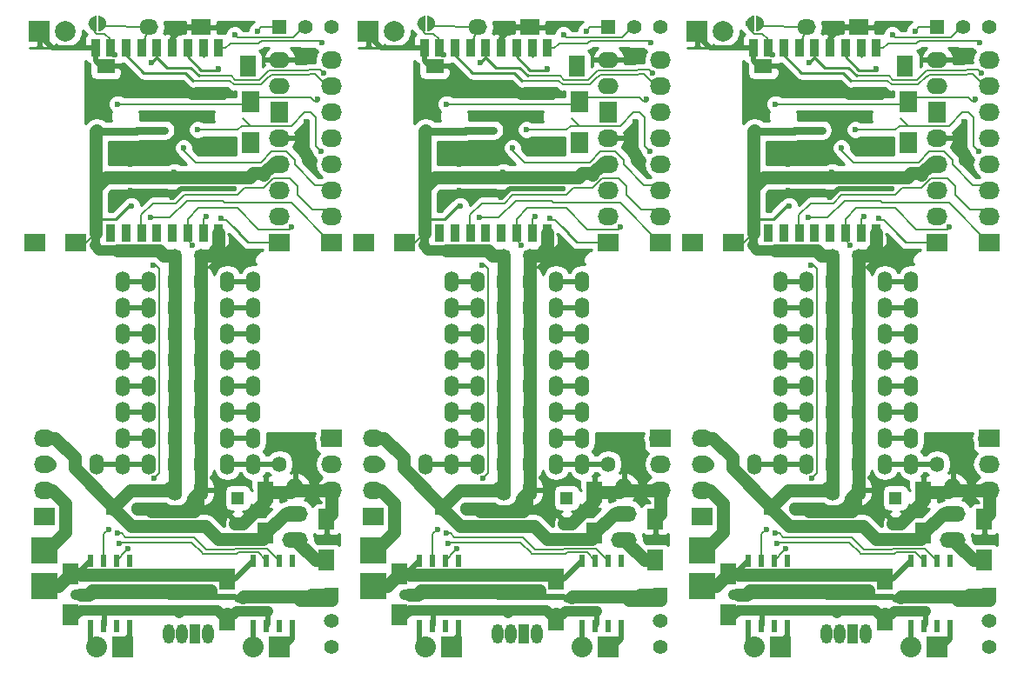
<source format=gbr>
G04 #@! TF.FileFunction,Copper,L1,Top,Signal*
%FSLAX46Y46*%
G04 Gerber Fmt 4.6, Leading zero omitted, Abs format (unit mm)*
G04 Created by KiCad (PCBNEW 4.0.2-4+6225~38~ubuntu15.04.1-stable) date 2016年04月18日 00時15分29秒*
%MOMM*%
G01*
G04 APERTURE LIST*
%ADD10C,0.100000*%
%ADD11C,0.010000*%
%ADD12O,1.400000X2.000000*%
%ADD13O,1.400000X1.270000*%
%ADD14R,0.508000X1.143000*%
%ADD15R,2.032000X1.727200*%
%ADD16O,2.032000X1.727200*%
%ADD17O,1.400000X1.524000*%
%ADD18R,1.600200X1.998980*%
%ADD19R,1.800000X1.400000*%
%ADD20R,1.600000X2.000000*%
%ADD21C,1.300000*%
%ADD22R,1.300000X1.300000*%
%ADD23R,2.000000X2.000000*%
%ADD24C,2.000000*%
%ADD25O,1.117600X1.905000*%
%ADD26R,1.117600X1.905000*%
%ADD27R,1.727200X2.032000*%
%ADD28O,2.032000X1.524000*%
%ADD29R,0.800000X0.600000*%
%ADD30R,2.500000X2.500000*%
%ADD31R,2.032000X2.032000*%
%ADD32O,2.032000X2.032000*%
%ADD33R,2.000000X1.700000*%
%ADD34R,1.700000X2.000000*%
%ADD35R,1.824000X1.524000*%
%ADD36O,1.824000X1.524000*%
%ADD37R,1.397000X1.397000*%
%ADD38C,1.397000*%
%ADD39R,0.900000X1.700000*%
%ADD40O,2.499360X1.501140*%
%ADD41O,1.778000X1.778000*%
%ADD42C,0.600000*%
%ADD43C,1.270000*%
%ADD44C,0.762000*%
%ADD45C,1.016000*%
%ADD46C,0.127000*%
%ADD47C,0.508000*%
%ADD48C,0.250000*%
%ADD49C,0.203200*%
%ADD50C,0.254000*%
G04 APERTURE END LIST*
D10*
D11*
G36*
X94786676Y-58663819D02*
X94786618Y-58591134D01*
X94786451Y-58511517D01*
X94786186Y-58427177D01*
X94785833Y-58340323D01*
X94785405Y-58253163D01*
X94784910Y-58167907D01*
X94784359Y-58086762D01*
X94783764Y-58011938D01*
X94783302Y-57962050D01*
X94779932Y-57622960D01*
X94807436Y-57623814D01*
X94827826Y-57624687D01*
X94847845Y-57625916D01*
X94855260Y-57626512D01*
X94898578Y-57632681D01*
X94946954Y-57643326D01*
X94996895Y-57657442D01*
X95044904Y-57674023D01*
X95087487Y-57692061D01*
X95094020Y-57695243D01*
X95167229Y-57737142D01*
X95233716Y-57786163D01*
X95293172Y-57841611D01*
X95345290Y-57902786D01*
X95389758Y-57968991D01*
X95426269Y-58039527D01*
X95454512Y-58113698D01*
X95474179Y-58190805D01*
X95484961Y-58270151D01*
X95486548Y-58351036D01*
X95478632Y-58432764D01*
X95460902Y-58514637D01*
X95459402Y-58519949D01*
X95447000Y-58556720D01*
X95429989Y-58598045D01*
X95410000Y-58640463D01*
X95388669Y-58680513D01*
X95367629Y-58714734D01*
X95366989Y-58715680D01*
X95315379Y-58782835D01*
X95257123Y-58842516D01*
X95192809Y-58894387D01*
X95123025Y-58938108D01*
X95048356Y-58973342D01*
X94969392Y-58999750D01*
X94886718Y-59016995D01*
X94833067Y-59022997D01*
X94786680Y-59026497D01*
X94786676Y-58663819D01*
X94786676Y-58663819D01*
G37*
X94786676Y-58663819D02*
X94786618Y-58591134D01*
X94786451Y-58511517D01*
X94786186Y-58427177D01*
X94785833Y-58340323D01*
X94785405Y-58253163D01*
X94784910Y-58167907D01*
X94784359Y-58086762D01*
X94783764Y-58011938D01*
X94783302Y-57962050D01*
X94779932Y-57622960D01*
X94807436Y-57623814D01*
X94827826Y-57624687D01*
X94847845Y-57625916D01*
X94855260Y-57626512D01*
X94898578Y-57632681D01*
X94946954Y-57643326D01*
X94996895Y-57657442D01*
X95044904Y-57674023D01*
X95087487Y-57692061D01*
X95094020Y-57695243D01*
X95167229Y-57737142D01*
X95233716Y-57786163D01*
X95293172Y-57841611D01*
X95345290Y-57902786D01*
X95389758Y-57968991D01*
X95426269Y-58039527D01*
X95454512Y-58113698D01*
X95474179Y-58190805D01*
X95484961Y-58270151D01*
X95486548Y-58351036D01*
X95478632Y-58432764D01*
X95460902Y-58514637D01*
X95459402Y-58519949D01*
X95447000Y-58556720D01*
X95429989Y-58598045D01*
X95410000Y-58640463D01*
X95388669Y-58680513D01*
X95367629Y-58714734D01*
X95366989Y-58715680D01*
X95315379Y-58782835D01*
X95257123Y-58842516D01*
X95192809Y-58894387D01*
X95123025Y-58938108D01*
X95048356Y-58973342D01*
X94969392Y-58999750D01*
X94886718Y-59016995D01*
X94833067Y-59022997D01*
X94786680Y-59026497D01*
X94786676Y-58663819D01*
G36*
X94526330Y-59023000D02*
X94442708Y-59011872D01*
X94362525Y-58991501D01*
X94286346Y-58962391D01*
X94214739Y-58925044D01*
X94148268Y-58879963D01*
X94087500Y-58827651D01*
X94033001Y-58768610D01*
X93985337Y-58703344D01*
X93945073Y-58632354D01*
X93912775Y-58556145D01*
X93889010Y-58475219D01*
X93884079Y-58452372D01*
X93878750Y-58415637D01*
X93875630Y-58372125D01*
X93874689Y-58324971D01*
X93875898Y-58277307D01*
X93879227Y-58232267D01*
X93884648Y-58192986D01*
X93886607Y-58183113D01*
X93909242Y-58101457D01*
X93940535Y-58024508D01*
X93979914Y-57952764D01*
X94026806Y-57886723D01*
X94080638Y-57826881D01*
X94140836Y-57773737D01*
X94206828Y-57727786D01*
X94278040Y-57689526D01*
X94353901Y-57659455D01*
X94433836Y-57638069D01*
X94517273Y-57625867D01*
X94529906Y-57624870D01*
X94580085Y-57621342D01*
X94576707Y-57961241D01*
X94576084Y-58030154D01*
X94575498Y-58107014D01*
X94574959Y-58189606D01*
X94574480Y-58275719D01*
X94574069Y-58363138D01*
X94573738Y-58449650D01*
X94573497Y-58533042D01*
X94573357Y-58611101D01*
X94573325Y-58663819D01*
X94573320Y-59026497D01*
X94526330Y-59023000D01*
X94526330Y-59023000D01*
G37*
X94526330Y-59023000D02*
X94442708Y-59011872D01*
X94362525Y-58991501D01*
X94286346Y-58962391D01*
X94214739Y-58925044D01*
X94148268Y-58879963D01*
X94087500Y-58827651D01*
X94033001Y-58768610D01*
X93985337Y-58703344D01*
X93945073Y-58632354D01*
X93912775Y-58556145D01*
X93889010Y-58475219D01*
X93884079Y-58452372D01*
X93878750Y-58415637D01*
X93875630Y-58372125D01*
X93874689Y-58324971D01*
X93875898Y-58277307D01*
X93879227Y-58232267D01*
X93884648Y-58192986D01*
X93886607Y-58183113D01*
X93909242Y-58101457D01*
X93940535Y-58024508D01*
X93979914Y-57952764D01*
X94026806Y-57886723D01*
X94080638Y-57826881D01*
X94140836Y-57773737D01*
X94206828Y-57727786D01*
X94278040Y-57689526D01*
X94353901Y-57659455D01*
X94433836Y-57638069D01*
X94517273Y-57625867D01*
X94529906Y-57624870D01*
X94580085Y-57621342D01*
X94576707Y-57961241D01*
X94576084Y-58030154D01*
X94575498Y-58107014D01*
X94574959Y-58189606D01*
X94574480Y-58275719D01*
X94574069Y-58363138D01*
X94573738Y-58449650D01*
X94573497Y-58533042D01*
X94573357Y-58611101D01*
X94573325Y-58663819D01*
X94573320Y-59026497D01*
X94526330Y-59023000D01*
G36*
X126786676Y-58663819D02*
X126786618Y-58591134D01*
X126786451Y-58511517D01*
X126786186Y-58427177D01*
X126785833Y-58340323D01*
X126785405Y-58253163D01*
X126784910Y-58167907D01*
X126784359Y-58086762D01*
X126783764Y-58011938D01*
X126783302Y-57962050D01*
X126779932Y-57622960D01*
X126807436Y-57623814D01*
X126827826Y-57624687D01*
X126847845Y-57625916D01*
X126855260Y-57626512D01*
X126898578Y-57632681D01*
X126946954Y-57643326D01*
X126996895Y-57657442D01*
X127044904Y-57674023D01*
X127087487Y-57692061D01*
X127094020Y-57695243D01*
X127167229Y-57737142D01*
X127233716Y-57786163D01*
X127293172Y-57841611D01*
X127345290Y-57902786D01*
X127389758Y-57968991D01*
X127426269Y-58039527D01*
X127454512Y-58113698D01*
X127474179Y-58190805D01*
X127484961Y-58270151D01*
X127486548Y-58351036D01*
X127478632Y-58432764D01*
X127460902Y-58514637D01*
X127459402Y-58519949D01*
X127447000Y-58556720D01*
X127429989Y-58598045D01*
X127410000Y-58640463D01*
X127388669Y-58680513D01*
X127367629Y-58714734D01*
X127366989Y-58715680D01*
X127315379Y-58782835D01*
X127257123Y-58842516D01*
X127192809Y-58894387D01*
X127123025Y-58938108D01*
X127048356Y-58973342D01*
X126969392Y-58999750D01*
X126886718Y-59016995D01*
X126833067Y-59022997D01*
X126786680Y-59026497D01*
X126786676Y-58663819D01*
X126786676Y-58663819D01*
G37*
X126786676Y-58663819D02*
X126786618Y-58591134D01*
X126786451Y-58511517D01*
X126786186Y-58427177D01*
X126785833Y-58340323D01*
X126785405Y-58253163D01*
X126784910Y-58167907D01*
X126784359Y-58086762D01*
X126783764Y-58011938D01*
X126783302Y-57962050D01*
X126779932Y-57622960D01*
X126807436Y-57623814D01*
X126827826Y-57624687D01*
X126847845Y-57625916D01*
X126855260Y-57626512D01*
X126898578Y-57632681D01*
X126946954Y-57643326D01*
X126996895Y-57657442D01*
X127044904Y-57674023D01*
X127087487Y-57692061D01*
X127094020Y-57695243D01*
X127167229Y-57737142D01*
X127233716Y-57786163D01*
X127293172Y-57841611D01*
X127345290Y-57902786D01*
X127389758Y-57968991D01*
X127426269Y-58039527D01*
X127454512Y-58113698D01*
X127474179Y-58190805D01*
X127484961Y-58270151D01*
X127486548Y-58351036D01*
X127478632Y-58432764D01*
X127460902Y-58514637D01*
X127459402Y-58519949D01*
X127447000Y-58556720D01*
X127429989Y-58598045D01*
X127410000Y-58640463D01*
X127388669Y-58680513D01*
X127367629Y-58714734D01*
X127366989Y-58715680D01*
X127315379Y-58782835D01*
X127257123Y-58842516D01*
X127192809Y-58894387D01*
X127123025Y-58938108D01*
X127048356Y-58973342D01*
X126969392Y-58999750D01*
X126886718Y-59016995D01*
X126833067Y-59022997D01*
X126786680Y-59026497D01*
X126786676Y-58663819D01*
G36*
X126526330Y-59023000D02*
X126442708Y-59011872D01*
X126362525Y-58991501D01*
X126286346Y-58962391D01*
X126214739Y-58925044D01*
X126148268Y-58879963D01*
X126087500Y-58827651D01*
X126033001Y-58768610D01*
X125985337Y-58703344D01*
X125945073Y-58632354D01*
X125912775Y-58556145D01*
X125889010Y-58475219D01*
X125884079Y-58452372D01*
X125878750Y-58415637D01*
X125875630Y-58372125D01*
X125874689Y-58324971D01*
X125875898Y-58277307D01*
X125879227Y-58232267D01*
X125884648Y-58192986D01*
X125886607Y-58183113D01*
X125909242Y-58101457D01*
X125940535Y-58024508D01*
X125979914Y-57952764D01*
X126026806Y-57886723D01*
X126080638Y-57826881D01*
X126140836Y-57773737D01*
X126206828Y-57727786D01*
X126278040Y-57689526D01*
X126353901Y-57659455D01*
X126433836Y-57638069D01*
X126517273Y-57625867D01*
X126529906Y-57624870D01*
X126580085Y-57621342D01*
X126576707Y-57961241D01*
X126576084Y-58030154D01*
X126575498Y-58107014D01*
X126574959Y-58189606D01*
X126574480Y-58275719D01*
X126574069Y-58363138D01*
X126573738Y-58449650D01*
X126573497Y-58533042D01*
X126573357Y-58611101D01*
X126573325Y-58663819D01*
X126573320Y-59026497D01*
X126526330Y-59023000D01*
X126526330Y-59023000D01*
G37*
X126526330Y-59023000D02*
X126442708Y-59011872D01*
X126362525Y-58991501D01*
X126286346Y-58962391D01*
X126214739Y-58925044D01*
X126148268Y-58879963D01*
X126087500Y-58827651D01*
X126033001Y-58768610D01*
X125985337Y-58703344D01*
X125945073Y-58632354D01*
X125912775Y-58556145D01*
X125889010Y-58475219D01*
X125884079Y-58452372D01*
X125878750Y-58415637D01*
X125875630Y-58372125D01*
X125874689Y-58324971D01*
X125875898Y-58277307D01*
X125879227Y-58232267D01*
X125884648Y-58192986D01*
X125886607Y-58183113D01*
X125909242Y-58101457D01*
X125940535Y-58024508D01*
X125979914Y-57952764D01*
X126026806Y-57886723D01*
X126080638Y-57826881D01*
X126140836Y-57773737D01*
X126206828Y-57727786D01*
X126278040Y-57689526D01*
X126353901Y-57659455D01*
X126433836Y-57638069D01*
X126517273Y-57625867D01*
X126529906Y-57624870D01*
X126580085Y-57621342D01*
X126576707Y-57961241D01*
X126576084Y-58030154D01*
X126575498Y-58107014D01*
X126574959Y-58189606D01*
X126574480Y-58275719D01*
X126574069Y-58363138D01*
X126573738Y-58449650D01*
X126573497Y-58533042D01*
X126573357Y-58611101D01*
X126573325Y-58663819D01*
X126573320Y-59026497D01*
X126526330Y-59023000D01*
G36*
X158786676Y-58663819D02*
X158786618Y-58591134D01*
X158786451Y-58511517D01*
X158786186Y-58427177D01*
X158785833Y-58340323D01*
X158785405Y-58253163D01*
X158784910Y-58167907D01*
X158784359Y-58086762D01*
X158783764Y-58011938D01*
X158783302Y-57962050D01*
X158779932Y-57622960D01*
X158807436Y-57623814D01*
X158827826Y-57624687D01*
X158847845Y-57625916D01*
X158855260Y-57626512D01*
X158898578Y-57632681D01*
X158946954Y-57643326D01*
X158996895Y-57657442D01*
X159044904Y-57674023D01*
X159087487Y-57692061D01*
X159094020Y-57695243D01*
X159167229Y-57737142D01*
X159233716Y-57786163D01*
X159293172Y-57841611D01*
X159345290Y-57902786D01*
X159389758Y-57968991D01*
X159426269Y-58039527D01*
X159454512Y-58113698D01*
X159474179Y-58190805D01*
X159484961Y-58270151D01*
X159486548Y-58351036D01*
X159478632Y-58432764D01*
X159460902Y-58514637D01*
X159459402Y-58519949D01*
X159447000Y-58556720D01*
X159429989Y-58598045D01*
X159410000Y-58640463D01*
X159388669Y-58680513D01*
X159367629Y-58714734D01*
X159366989Y-58715680D01*
X159315379Y-58782835D01*
X159257123Y-58842516D01*
X159192809Y-58894387D01*
X159123025Y-58938108D01*
X159048356Y-58973342D01*
X158969392Y-58999750D01*
X158886718Y-59016995D01*
X158833067Y-59022997D01*
X158786680Y-59026497D01*
X158786676Y-58663819D01*
X158786676Y-58663819D01*
G37*
X158786676Y-58663819D02*
X158786618Y-58591134D01*
X158786451Y-58511517D01*
X158786186Y-58427177D01*
X158785833Y-58340323D01*
X158785405Y-58253163D01*
X158784910Y-58167907D01*
X158784359Y-58086762D01*
X158783764Y-58011938D01*
X158783302Y-57962050D01*
X158779932Y-57622960D01*
X158807436Y-57623814D01*
X158827826Y-57624687D01*
X158847845Y-57625916D01*
X158855260Y-57626512D01*
X158898578Y-57632681D01*
X158946954Y-57643326D01*
X158996895Y-57657442D01*
X159044904Y-57674023D01*
X159087487Y-57692061D01*
X159094020Y-57695243D01*
X159167229Y-57737142D01*
X159233716Y-57786163D01*
X159293172Y-57841611D01*
X159345290Y-57902786D01*
X159389758Y-57968991D01*
X159426269Y-58039527D01*
X159454512Y-58113698D01*
X159474179Y-58190805D01*
X159484961Y-58270151D01*
X159486548Y-58351036D01*
X159478632Y-58432764D01*
X159460902Y-58514637D01*
X159459402Y-58519949D01*
X159447000Y-58556720D01*
X159429989Y-58598045D01*
X159410000Y-58640463D01*
X159388669Y-58680513D01*
X159367629Y-58714734D01*
X159366989Y-58715680D01*
X159315379Y-58782835D01*
X159257123Y-58842516D01*
X159192809Y-58894387D01*
X159123025Y-58938108D01*
X159048356Y-58973342D01*
X158969392Y-58999750D01*
X158886718Y-59016995D01*
X158833067Y-59022997D01*
X158786680Y-59026497D01*
X158786676Y-58663819D01*
G36*
X158526330Y-59023000D02*
X158442708Y-59011872D01*
X158362525Y-58991501D01*
X158286346Y-58962391D01*
X158214739Y-58925044D01*
X158148268Y-58879963D01*
X158087500Y-58827651D01*
X158033001Y-58768610D01*
X157985337Y-58703344D01*
X157945073Y-58632354D01*
X157912775Y-58556145D01*
X157889010Y-58475219D01*
X157884079Y-58452372D01*
X157878750Y-58415637D01*
X157875630Y-58372125D01*
X157874689Y-58324971D01*
X157875898Y-58277307D01*
X157879227Y-58232267D01*
X157884648Y-58192986D01*
X157886607Y-58183113D01*
X157909242Y-58101457D01*
X157940535Y-58024508D01*
X157979914Y-57952764D01*
X158026806Y-57886723D01*
X158080638Y-57826881D01*
X158140836Y-57773737D01*
X158206828Y-57727786D01*
X158278040Y-57689526D01*
X158353901Y-57659455D01*
X158433836Y-57638069D01*
X158517273Y-57625867D01*
X158529906Y-57624870D01*
X158580085Y-57621342D01*
X158576707Y-57961241D01*
X158576084Y-58030154D01*
X158575498Y-58107014D01*
X158574959Y-58189606D01*
X158574480Y-58275719D01*
X158574069Y-58363138D01*
X158573738Y-58449650D01*
X158573497Y-58533042D01*
X158573357Y-58611101D01*
X158573325Y-58663819D01*
X158573320Y-59026497D01*
X158526330Y-59023000D01*
X158526330Y-59023000D01*
G37*
X158526330Y-59023000D02*
X158442708Y-59011872D01*
X158362525Y-58991501D01*
X158286346Y-58962391D01*
X158214739Y-58925044D01*
X158148268Y-58879963D01*
X158087500Y-58827651D01*
X158033001Y-58768610D01*
X157985337Y-58703344D01*
X157945073Y-58632354D01*
X157912775Y-58556145D01*
X157889010Y-58475219D01*
X157884079Y-58452372D01*
X157878750Y-58415637D01*
X157875630Y-58372125D01*
X157874689Y-58324971D01*
X157875898Y-58277307D01*
X157879227Y-58232267D01*
X157884648Y-58192986D01*
X157886607Y-58183113D01*
X157909242Y-58101457D01*
X157940535Y-58024508D01*
X157979914Y-57952764D01*
X158026806Y-57886723D01*
X158080638Y-57826881D01*
X158140836Y-57773737D01*
X158206828Y-57727786D01*
X158278040Y-57689526D01*
X158353901Y-57659455D01*
X158433836Y-57638069D01*
X158517273Y-57625867D01*
X158529906Y-57624870D01*
X158580085Y-57621342D01*
X158576707Y-57961241D01*
X158576084Y-58030154D01*
X158575498Y-58107014D01*
X158574959Y-58189606D01*
X158574480Y-58275719D01*
X158574069Y-58363138D01*
X158573738Y-58449650D01*
X158573497Y-58533042D01*
X158573357Y-58611101D01*
X158573325Y-58663819D01*
X158573320Y-59026497D01*
X158526330Y-59023000D01*
D12*
X104840000Y-103790000D03*
X104840000Y-101250000D03*
X104840000Y-98710000D03*
X104840000Y-96170000D03*
X104840000Y-93630000D03*
X104840000Y-91090000D03*
X104840000Y-88550000D03*
X104840000Y-86010000D03*
X104840000Y-83470000D03*
D13*
X104840000Y-80930000D03*
D14*
X97855000Y-116998000D03*
X96585000Y-116998000D03*
X95315000Y-116998000D03*
X94045000Y-116998000D03*
X94045000Y-110648000D03*
X95315000Y-110648000D03*
X96585000Y-110648000D03*
X97855000Y-110648000D03*
D15*
X89600000Y-106330000D03*
D16*
X89600000Y-103790000D03*
X89600000Y-101250000D03*
X89600000Y-98710000D03*
D12*
X94680000Y-101250000D03*
X97220000Y-101250000D03*
X109920000Y-101250000D03*
D17*
X112460000Y-101250000D03*
D12*
X107380000Y-98710000D03*
X109920000Y-98710000D03*
X107380000Y-101250000D03*
X109920000Y-101250000D03*
X107380000Y-96170000D03*
X109920000Y-96170000D03*
X107380000Y-93630000D03*
X109920000Y-93630000D03*
X107380000Y-83470000D03*
X109920000Y-83470000D03*
X107380000Y-86010000D03*
X109920000Y-86010000D03*
X107380000Y-91090000D03*
X109920000Y-91090000D03*
X107380000Y-88550000D03*
X109920000Y-88550000D03*
X97220000Y-88550000D03*
X99760000Y-88550000D03*
X97220000Y-91090000D03*
X99760000Y-91090000D03*
X97220000Y-86010000D03*
X99760000Y-86010000D03*
X97220000Y-83470000D03*
X99760000Y-83470000D03*
X97220000Y-93630000D03*
X99760000Y-93630000D03*
X97220000Y-96170000D03*
X99760000Y-96170000D03*
X97220000Y-101250000D03*
X99760000Y-101250000D03*
D18*
X109335000Y-62520000D03*
D19*
X95535000Y-62520000D03*
D20*
X107380000Y-112458000D03*
X107380000Y-116458000D03*
X92140000Y-111950000D03*
X92140000Y-115950000D03*
X117032000Y-110616000D03*
X117032000Y-106616000D03*
X111088400Y-107974400D03*
X111088400Y-103974400D03*
D21*
X98653200Y-105618800D03*
D22*
X96153200Y-105618800D03*
D23*
X89092000Y-59086000D03*
D24*
X91632000Y-59086000D03*
D25*
X105475000Y-117760000D03*
D26*
X104205000Y-117760000D03*
D25*
X102935000Y-117760000D03*
X101665000Y-117760000D03*
D27*
X112460000Y-66960000D03*
D28*
X112460000Y-64420000D03*
X112460000Y-61880000D03*
D29*
X94180000Y-58324000D03*
X95180000Y-58324000D03*
D30*
X89600000Y-109660000D03*
X89600000Y-113160000D03*
D15*
X117540000Y-79660000D03*
D16*
X117540000Y-77120000D03*
X117540000Y-74580000D03*
X117540000Y-72040000D03*
X117540000Y-69500000D03*
X117540000Y-66960000D03*
X117540000Y-64420000D03*
X117540000Y-61880000D03*
D15*
X112460000Y-79660000D03*
D16*
X112460000Y-77120000D03*
X112460000Y-74580000D03*
X112460000Y-72040000D03*
X112460000Y-69500000D03*
D31*
X112460000Y-119030000D03*
D32*
X109920000Y-119030000D03*
D31*
X97220000Y-119030000D03*
D32*
X94680000Y-119030000D03*
D15*
X117540000Y-98710000D03*
D16*
X117540000Y-101250000D03*
X117540000Y-103790000D03*
D33*
X88616000Y-79660000D03*
X92616000Y-79660000D03*
D34*
X109666000Y-69976000D03*
X109666000Y-65976000D03*
D35*
X104840000Y-58705000D03*
D36*
X99760000Y-58705000D03*
D37*
X112460000Y-58705000D03*
D38*
X115000000Y-58705000D03*
X117540000Y-58705000D03*
D37*
X117540000Y-113950000D03*
D38*
X117540000Y-116490000D03*
X117540000Y-119030000D03*
D39*
X94522000Y-60754000D03*
X94522000Y-78754000D03*
X96022000Y-60754000D03*
X96022000Y-78754000D03*
X97522000Y-60754000D03*
X97522000Y-78754000D03*
X99022000Y-60754000D03*
X99022000Y-78754000D03*
X100522000Y-60754000D03*
X100522000Y-78754000D03*
X102022000Y-60754000D03*
X102022000Y-78754000D03*
X103522000Y-60754000D03*
X103522000Y-78754000D03*
X105022000Y-60754000D03*
X105022000Y-78754000D03*
X106522000Y-60754000D03*
X106522000Y-78754000D03*
D14*
X113730000Y-116998000D03*
X112460000Y-116998000D03*
X111190000Y-116998000D03*
X109920000Y-116998000D03*
X109920000Y-110648000D03*
X111190000Y-110648000D03*
X112460000Y-110648000D03*
X113730000Y-110648000D03*
D40*
X113984000Y-106076000D03*
D41*
X113984000Y-103536000D03*
D40*
X113984000Y-108616000D03*
D12*
X97220000Y-98710000D03*
X99760000Y-98710000D03*
X102300000Y-103790000D03*
X102300000Y-101250000D03*
X102300000Y-98710000D03*
X102300000Y-96170000D03*
X102300000Y-93630000D03*
X102300000Y-91090000D03*
X102300000Y-88550000D03*
X102300000Y-86010000D03*
X102300000Y-83470000D03*
D13*
X102300000Y-80930000D03*
D21*
X108396000Y-107052000D03*
D22*
X108396000Y-104552000D03*
D12*
X136840000Y-103790000D03*
X136840000Y-101250000D03*
X136840000Y-98710000D03*
X136840000Y-96170000D03*
X136840000Y-93630000D03*
X136840000Y-91090000D03*
X136840000Y-88550000D03*
X136840000Y-86010000D03*
X136840000Y-83470000D03*
D13*
X136840000Y-80930000D03*
D14*
X129855000Y-116998000D03*
X128585000Y-116998000D03*
X127315000Y-116998000D03*
X126045000Y-116998000D03*
X126045000Y-110648000D03*
X127315000Y-110648000D03*
X128585000Y-110648000D03*
X129855000Y-110648000D03*
D15*
X121600000Y-106330000D03*
D16*
X121600000Y-103790000D03*
X121600000Y-101250000D03*
X121600000Y-98710000D03*
D12*
X126680000Y-101250000D03*
X129220000Y-101250000D03*
X141920000Y-101250000D03*
D17*
X144460000Y-101250000D03*
D12*
X139380000Y-98710000D03*
X141920000Y-98710000D03*
X139380000Y-101250000D03*
X141920000Y-101250000D03*
X139380000Y-96170000D03*
X141920000Y-96170000D03*
X139380000Y-93630000D03*
X141920000Y-93630000D03*
X139380000Y-83470000D03*
X141920000Y-83470000D03*
X139380000Y-86010000D03*
X141920000Y-86010000D03*
X139380000Y-91090000D03*
X141920000Y-91090000D03*
X139380000Y-88550000D03*
X141920000Y-88550000D03*
X129220000Y-88550000D03*
X131760000Y-88550000D03*
X129220000Y-91090000D03*
X131760000Y-91090000D03*
X129220000Y-86010000D03*
X131760000Y-86010000D03*
X129220000Y-83470000D03*
X131760000Y-83470000D03*
X129220000Y-93630000D03*
X131760000Y-93630000D03*
X129220000Y-96170000D03*
X131760000Y-96170000D03*
X129220000Y-101250000D03*
X131760000Y-101250000D03*
D18*
X141335000Y-62520000D03*
D19*
X127535000Y-62520000D03*
D20*
X139380000Y-112458000D03*
X139380000Y-116458000D03*
X124140000Y-111950000D03*
X124140000Y-115950000D03*
X149032000Y-110616000D03*
X149032000Y-106616000D03*
X143088400Y-107974400D03*
X143088400Y-103974400D03*
D21*
X130653200Y-105618800D03*
D22*
X128153200Y-105618800D03*
D23*
X121092000Y-59086000D03*
D24*
X123632000Y-59086000D03*
D25*
X137475000Y-117760000D03*
D26*
X136205000Y-117760000D03*
D25*
X134935000Y-117760000D03*
X133665000Y-117760000D03*
D27*
X144460000Y-66960000D03*
D28*
X144460000Y-64420000D03*
X144460000Y-61880000D03*
D29*
X126180000Y-58324000D03*
X127180000Y-58324000D03*
D30*
X121600000Y-109660000D03*
X121600000Y-113160000D03*
D15*
X149540000Y-79660000D03*
D16*
X149540000Y-77120000D03*
X149540000Y-74580000D03*
X149540000Y-72040000D03*
X149540000Y-69500000D03*
X149540000Y-66960000D03*
X149540000Y-64420000D03*
X149540000Y-61880000D03*
D15*
X144460000Y-79660000D03*
D16*
X144460000Y-77120000D03*
X144460000Y-74580000D03*
X144460000Y-72040000D03*
X144460000Y-69500000D03*
D31*
X144460000Y-119030000D03*
D32*
X141920000Y-119030000D03*
D31*
X129220000Y-119030000D03*
D32*
X126680000Y-119030000D03*
D15*
X149540000Y-98710000D03*
D16*
X149540000Y-101250000D03*
X149540000Y-103790000D03*
D33*
X120616000Y-79660000D03*
X124616000Y-79660000D03*
D34*
X141666000Y-69976000D03*
X141666000Y-65976000D03*
D35*
X136840000Y-58705000D03*
D36*
X131760000Y-58705000D03*
D37*
X144460000Y-58705000D03*
D38*
X147000000Y-58705000D03*
X149540000Y-58705000D03*
D37*
X149540000Y-113950000D03*
D38*
X149540000Y-116490000D03*
X149540000Y-119030000D03*
D39*
X126522000Y-60754000D03*
X126522000Y-78754000D03*
X128022000Y-60754000D03*
X128022000Y-78754000D03*
X129522000Y-60754000D03*
X129522000Y-78754000D03*
X131022000Y-60754000D03*
X131022000Y-78754000D03*
X132522000Y-60754000D03*
X132522000Y-78754000D03*
X134022000Y-60754000D03*
X134022000Y-78754000D03*
X135522000Y-60754000D03*
X135522000Y-78754000D03*
X137022000Y-60754000D03*
X137022000Y-78754000D03*
X138522000Y-60754000D03*
X138522000Y-78754000D03*
D14*
X145730000Y-116998000D03*
X144460000Y-116998000D03*
X143190000Y-116998000D03*
X141920000Y-116998000D03*
X141920000Y-110648000D03*
X143190000Y-110648000D03*
X144460000Y-110648000D03*
X145730000Y-110648000D03*
D40*
X145984000Y-106076000D03*
D41*
X145984000Y-103536000D03*
D40*
X145984000Y-108616000D03*
D12*
X129220000Y-98710000D03*
X131760000Y-98710000D03*
X134300000Y-103790000D03*
X134300000Y-101250000D03*
X134300000Y-98710000D03*
X134300000Y-96170000D03*
X134300000Y-93630000D03*
X134300000Y-91090000D03*
X134300000Y-88550000D03*
X134300000Y-86010000D03*
X134300000Y-83470000D03*
D13*
X134300000Y-80930000D03*
D21*
X140396000Y-107052000D03*
D22*
X140396000Y-104552000D03*
D12*
X168840000Y-103790000D03*
X168840000Y-101250000D03*
X168840000Y-98710000D03*
X168840000Y-96170000D03*
X168840000Y-93630000D03*
X168840000Y-91090000D03*
X168840000Y-88550000D03*
X168840000Y-86010000D03*
X168840000Y-83470000D03*
D13*
X168840000Y-80930000D03*
D14*
X161855000Y-116998000D03*
X160585000Y-116998000D03*
X159315000Y-116998000D03*
X158045000Y-116998000D03*
X158045000Y-110648000D03*
X159315000Y-110648000D03*
X160585000Y-110648000D03*
X161855000Y-110648000D03*
D15*
X153600000Y-106330000D03*
D16*
X153600000Y-103790000D03*
X153600000Y-101250000D03*
X153600000Y-98710000D03*
D12*
X158680000Y-101250000D03*
X161220000Y-101250000D03*
X173920000Y-101250000D03*
D17*
X176460000Y-101250000D03*
D12*
X171380000Y-98710000D03*
X173920000Y-98710000D03*
X171380000Y-101250000D03*
X173920000Y-101250000D03*
X171380000Y-96170000D03*
X173920000Y-96170000D03*
X171380000Y-93630000D03*
X173920000Y-93630000D03*
X171380000Y-83470000D03*
X173920000Y-83470000D03*
X171380000Y-86010000D03*
X173920000Y-86010000D03*
X171380000Y-91090000D03*
X173920000Y-91090000D03*
X171380000Y-88550000D03*
X173920000Y-88550000D03*
X161220000Y-88550000D03*
X163760000Y-88550000D03*
X161220000Y-91090000D03*
X163760000Y-91090000D03*
X161220000Y-86010000D03*
X163760000Y-86010000D03*
X161220000Y-83470000D03*
X163760000Y-83470000D03*
X161220000Y-93630000D03*
X163760000Y-93630000D03*
X161220000Y-96170000D03*
X163760000Y-96170000D03*
X161220000Y-101250000D03*
X163760000Y-101250000D03*
D18*
X173335000Y-62520000D03*
D19*
X159535000Y-62520000D03*
D20*
X171380000Y-112458000D03*
X171380000Y-116458000D03*
X156140000Y-111950000D03*
X156140000Y-115950000D03*
X181032000Y-110616000D03*
X181032000Y-106616000D03*
X175088400Y-107974400D03*
X175088400Y-103974400D03*
D21*
X162653200Y-105618800D03*
D22*
X160153200Y-105618800D03*
D23*
X153092000Y-59086000D03*
D24*
X155632000Y-59086000D03*
D25*
X169475000Y-117760000D03*
D26*
X168205000Y-117760000D03*
D25*
X166935000Y-117760000D03*
X165665000Y-117760000D03*
D27*
X176460000Y-66960000D03*
D28*
X176460000Y-64420000D03*
X176460000Y-61880000D03*
D29*
X158180000Y-58324000D03*
X159180000Y-58324000D03*
D30*
X153600000Y-109660000D03*
X153600000Y-113160000D03*
D15*
X181540000Y-79660000D03*
D16*
X181540000Y-77120000D03*
X181540000Y-74580000D03*
X181540000Y-72040000D03*
X181540000Y-69500000D03*
X181540000Y-66960000D03*
X181540000Y-64420000D03*
X181540000Y-61880000D03*
D15*
X176460000Y-79660000D03*
D16*
X176460000Y-77120000D03*
X176460000Y-74580000D03*
X176460000Y-72040000D03*
X176460000Y-69500000D03*
D31*
X176460000Y-119030000D03*
D32*
X173920000Y-119030000D03*
D31*
X161220000Y-119030000D03*
D32*
X158680000Y-119030000D03*
D15*
X181540000Y-98710000D03*
D16*
X181540000Y-101250000D03*
X181540000Y-103790000D03*
D33*
X152616000Y-79660000D03*
X156616000Y-79660000D03*
D34*
X173666000Y-69976000D03*
X173666000Y-65976000D03*
D35*
X168840000Y-58705000D03*
D36*
X163760000Y-58705000D03*
D37*
X176460000Y-58705000D03*
D38*
X179000000Y-58705000D03*
X181540000Y-58705000D03*
D37*
X181540000Y-113950000D03*
D38*
X181540000Y-116490000D03*
X181540000Y-119030000D03*
D39*
X158522000Y-60754000D03*
X158522000Y-78754000D03*
X160022000Y-60754000D03*
X160022000Y-78754000D03*
X161522000Y-60754000D03*
X161522000Y-78754000D03*
X163022000Y-60754000D03*
X163022000Y-78754000D03*
X164522000Y-60754000D03*
X164522000Y-78754000D03*
X166022000Y-60754000D03*
X166022000Y-78754000D03*
X167522000Y-60754000D03*
X167522000Y-78754000D03*
X169022000Y-60754000D03*
X169022000Y-78754000D03*
X170522000Y-60754000D03*
X170522000Y-78754000D03*
D14*
X177730000Y-116998000D03*
X176460000Y-116998000D03*
X175190000Y-116998000D03*
X173920000Y-116998000D03*
X173920000Y-110648000D03*
X175190000Y-110648000D03*
X176460000Y-110648000D03*
X177730000Y-110648000D03*
D40*
X177984000Y-106076000D03*
D41*
X177984000Y-103536000D03*
D40*
X177984000Y-108616000D03*
D12*
X161220000Y-98710000D03*
X163760000Y-98710000D03*
X166300000Y-103790000D03*
X166300000Y-101250000D03*
X166300000Y-98710000D03*
X166300000Y-96170000D03*
X166300000Y-93630000D03*
X166300000Y-91090000D03*
X166300000Y-88550000D03*
X166300000Y-86010000D03*
X166300000Y-83470000D03*
D13*
X166300000Y-80930000D03*
D21*
X172396000Y-107052000D03*
D22*
X172396000Y-104552000D03*
D42*
X101284000Y-68738000D03*
X110301000Y-59086000D03*
X102204500Y-72802000D03*
X98014000Y-76104000D03*
X94680000Y-68738000D03*
X133284000Y-68738000D03*
X142301000Y-59086000D03*
X134204500Y-72802000D03*
X130014000Y-76104000D03*
X126680000Y-68738000D03*
X165284000Y-68738000D03*
X174301000Y-59086000D03*
X166204500Y-72802000D03*
X162014000Y-76104000D03*
X158680000Y-68738000D03*
X112460000Y-117252000D03*
X96585000Y-116998000D03*
X106914802Y-78890002D03*
X115050800Y-67925200D03*
X108042288Y-74463892D03*
X102046000Y-75278500D03*
X97982000Y-74643500D03*
X99823500Y-70389000D03*
X97918500Y-72040000D03*
X106999000Y-65563000D03*
X144460000Y-117252000D03*
X128585000Y-116998000D03*
X138914802Y-78890002D03*
X147050800Y-67925200D03*
X140042288Y-74463892D03*
X134046000Y-75278500D03*
X129982000Y-74643500D03*
X131823500Y-70389000D03*
X129918500Y-72040000D03*
X138999000Y-65563000D03*
X176460000Y-117252000D03*
X160585000Y-116998000D03*
X170914802Y-78890002D03*
X179050800Y-67925200D03*
X172042288Y-74463892D03*
X166046000Y-75278500D03*
X161982000Y-74643500D03*
X163823500Y-70389000D03*
X161918500Y-72040000D03*
X170999000Y-65563000D03*
X116166882Y-65717690D03*
X96458000Y-61372000D03*
X96712000Y-66198000D03*
X148166882Y-65717690D03*
X128458000Y-61372000D03*
X128712000Y-66198000D03*
X180166882Y-65717690D03*
X160458000Y-61372000D03*
X160712000Y-66198000D03*
X92648000Y-113950000D03*
X117540000Y-113950000D03*
X124648000Y-113950000D03*
X149540000Y-113950000D03*
X156648000Y-113950000D03*
X181540000Y-113950000D03*
X96712000Y-107955600D03*
X98998000Y-78644000D03*
X128712000Y-107955600D03*
X130998000Y-78644000D03*
X160712000Y-107955600D03*
X162998000Y-78644000D03*
X97728000Y-109530400D03*
X103112800Y-70465200D03*
X100522000Y-78644000D03*
X129728000Y-109530400D03*
X135112800Y-70465200D03*
X132522000Y-78644000D03*
X161728000Y-109530400D03*
X167112800Y-70465200D03*
X164522000Y-78644000D03*
X95797600Y-107600000D03*
X100014000Y-62134000D03*
X116714500Y-63150000D03*
X127797600Y-107600000D03*
X132014000Y-62134000D03*
X148714500Y-63150000D03*
X159797600Y-107600000D03*
X164014000Y-62134000D03*
X180714500Y-63150000D03*
X103951000Y-79914000D03*
X113628400Y-78186800D03*
X135951000Y-79914000D03*
X145628400Y-78186800D03*
X167951000Y-79914000D03*
X177628400Y-78186800D03*
X106618000Y-60991000D03*
X116587500Y-60229000D03*
X138618000Y-60991000D03*
X148587500Y-60229000D03*
X170618000Y-60991000D03*
X180587500Y-60229000D03*
X106719600Y-77323200D03*
X106491000Y-62769000D03*
X138719600Y-77323200D03*
X138491000Y-62769000D03*
X170719600Y-77323200D03*
X170491000Y-62769000D03*
X105348000Y-77120000D03*
X137348000Y-77120000D03*
X169348000Y-77120000D03*
X96003998Y-78834500D03*
X88584000Y-79660000D03*
X128003998Y-78834500D03*
X120584000Y-79660000D03*
X160003998Y-78834500D03*
X152584000Y-79660000D03*
X108078500Y-59467000D03*
X109729500Y-69754000D03*
X140078500Y-59467000D03*
X141729500Y-69754000D03*
X172078500Y-59467000D03*
X173729500Y-69754000D03*
X96864400Y-109022400D03*
X100268000Y-102647000D03*
X100115600Y-81895200D03*
X99861600Y-77221600D03*
X97728000Y-79152000D03*
X128864400Y-109022400D03*
X132268000Y-102647000D03*
X132115600Y-81895200D03*
X131861600Y-77221600D03*
X129728000Y-79152000D03*
X160864400Y-109022400D03*
X164268000Y-102647000D03*
X164115600Y-81895200D03*
X163861600Y-77221600D03*
X161728000Y-79152000D03*
X102046000Y-78898000D03*
X134046000Y-78898000D03*
X166046000Y-78898000D03*
X105043200Y-60864000D03*
X104484400Y-68687200D03*
X116524000Y-70820800D03*
X137043200Y-60864000D03*
X136484400Y-68687200D03*
X148524000Y-70820800D03*
X169043200Y-60864000D03*
X168484400Y-68687200D03*
X180524000Y-70820800D03*
X107380000Y-115855000D03*
X139380000Y-115855000D03*
X171380000Y-115855000D03*
D43*
X94522000Y-75697600D02*
X94522000Y-68896000D01*
X94522000Y-68896000D02*
X94680000Y-68738000D01*
D44*
X101284000Y-68738000D02*
X98642400Y-68738000D01*
X94832400Y-68890400D02*
X94680000Y-68738000D01*
X98490000Y-68890400D02*
X94832400Y-68890400D01*
X98642400Y-68738000D02*
X98490000Y-68890400D01*
D43*
X112460000Y-72040000D02*
X111803356Y-72040000D01*
X111803356Y-72040000D02*
X110914356Y-72929000D01*
X110914356Y-72929000D02*
X110914356Y-73077644D01*
D45*
X95086400Y-80422000D02*
X94934000Y-80422000D01*
X94934000Y-80422000D02*
X94466475Y-79954475D01*
X94466475Y-79954475D02*
X94522000Y-79954475D01*
X96661200Y-80422000D02*
X95086400Y-80422000D01*
D43*
X102300000Y-80930000D02*
X101182400Y-80930000D01*
X96712000Y-80472800D02*
X96661200Y-80422000D01*
X100725200Y-80472800D02*
X96712000Y-80472800D01*
X101182400Y-80930000D02*
X100725200Y-80472800D01*
X96356400Y-105618800D02*
X98032800Y-107295200D01*
X98032800Y-107295200D02*
X105195600Y-107295200D01*
X105195600Y-107295200D02*
X106481498Y-108581098D01*
X106481498Y-108581098D02*
X110818502Y-108581098D01*
X113984000Y-106076000D02*
X112986800Y-106076000D01*
X112986800Y-106076000D02*
X111088400Y-107974400D01*
X96153200Y-105618800D02*
X96356400Y-105618800D01*
X113323600Y-106076000D02*
X113984000Y-106076000D01*
X102300000Y-103790000D02*
X97982000Y-103790000D01*
X97982000Y-103790000D02*
X96153200Y-105618800D01*
X96153200Y-105618800D02*
X96153200Y-105466400D01*
X96153200Y-105618800D02*
X96153200Y-105314000D01*
X96153200Y-105314000D02*
X92495600Y-101656400D01*
X92495600Y-101656400D02*
X92495600Y-100589600D01*
X92495600Y-100589600D02*
X90616000Y-98710000D01*
X90616000Y-98710000D02*
X89600000Y-98710000D01*
X117540000Y-98710000D02*
X117032000Y-98710000D01*
D46*
X110682000Y-58705000D02*
X112460000Y-58705000D01*
X110301000Y-59086000D02*
X110682000Y-58705000D01*
D43*
X89600000Y-98710000D02*
X90616000Y-98710000D01*
X89600000Y-106330000D02*
X89727000Y-106330000D01*
X102300000Y-103790000D02*
X101982500Y-103790000D01*
X101982500Y-103790000D02*
X101728500Y-103536000D01*
X102014000Y-73310000D02*
X95569000Y-73310000D01*
X94522000Y-74357000D02*
X94522000Y-75697600D01*
X94522000Y-75697600D02*
X94522000Y-78754000D01*
X95569000Y-73310000D02*
X94522000Y-74357000D01*
D47*
X112460000Y-72040000D02*
X111952000Y-72040000D01*
X111952000Y-72040000D02*
X110914356Y-73077644D01*
X110914356Y-73077644D02*
X111063000Y-72929000D01*
X111063000Y-72929000D02*
X110428000Y-72929000D01*
D43*
X109920000Y-72929000D02*
X110428000Y-72929000D01*
X109539000Y-73310000D02*
X109920000Y-72929000D01*
X102014000Y-73310000D02*
X109539000Y-73310000D01*
D47*
X94522000Y-78754000D02*
X94522000Y-79954475D01*
X94522000Y-79954475D02*
X94522000Y-80010000D01*
X94522000Y-80010000D02*
X94934000Y-80422000D01*
D43*
X102300000Y-101250000D02*
X102300000Y-103790000D01*
X102300000Y-98710000D02*
X102300000Y-101250000D01*
X102300000Y-96170000D02*
X102300000Y-98710000D01*
X102300000Y-93630000D02*
X102300000Y-96170000D01*
X102300000Y-91090000D02*
X102300000Y-93630000D01*
X102300000Y-88550000D02*
X102300000Y-91090000D01*
X102300000Y-86010000D02*
X102300000Y-88550000D01*
X102300000Y-83470000D02*
X102300000Y-86010000D01*
X102300000Y-80930000D02*
X102300000Y-83470000D01*
D48*
X96490000Y-77374000D02*
X97760000Y-76104000D01*
X96490000Y-77374000D02*
X94680000Y-77374000D01*
X94680000Y-77374000D02*
X94522000Y-77532000D01*
X94522000Y-78754000D02*
X94522000Y-77532000D01*
D43*
X126522000Y-75697600D02*
X126522000Y-68896000D01*
X126522000Y-68896000D02*
X126680000Y-68738000D01*
D44*
X133284000Y-68738000D02*
X130642400Y-68738000D01*
X126832400Y-68890400D02*
X126680000Y-68738000D01*
X130490000Y-68890400D02*
X126832400Y-68890400D01*
X130642400Y-68738000D02*
X130490000Y-68890400D01*
D43*
X144460000Y-72040000D02*
X143803356Y-72040000D01*
X143803356Y-72040000D02*
X142914356Y-72929000D01*
X142914356Y-72929000D02*
X142914356Y-73077644D01*
D45*
X127086400Y-80422000D02*
X126934000Y-80422000D01*
X126934000Y-80422000D02*
X126466475Y-79954475D01*
X126466475Y-79954475D02*
X126522000Y-79954475D01*
X128661200Y-80422000D02*
X127086400Y-80422000D01*
D43*
X134300000Y-80930000D02*
X133182400Y-80930000D01*
X128712000Y-80472800D02*
X128661200Y-80422000D01*
X132725200Y-80472800D02*
X128712000Y-80472800D01*
X133182400Y-80930000D02*
X132725200Y-80472800D01*
X128356400Y-105618800D02*
X130032800Y-107295200D01*
X130032800Y-107295200D02*
X137195600Y-107295200D01*
X137195600Y-107295200D02*
X138481498Y-108581098D01*
X138481498Y-108581098D02*
X142818502Y-108581098D01*
X145984000Y-106076000D02*
X144986800Y-106076000D01*
X144986800Y-106076000D02*
X143088400Y-107974400D01*
X128153200Y-105618800D02*
X128356400Y-105618800D01*
X145323600Y-106076000D02*
X145984000Y-106076000D01*
X134300000Y-103790000D02*
X129982000Y-103790000D01*
X129982000Y-103790000D02*
X128153200Y-105618800D01*
X128153200Y-105618800D02*
X128153200Y-105466400D01*
X128153200Y-105618800D02*
X128153200Y-105314000D01*
X128153200Y-105314000D02*
X124495600Y-101656400D01*
X124495600Y-101656400D02*
X124495600Y-100589600D01*
X124495600Y-100589600D02*
X122616000Y-98710000D01*
X122616000Y-98710000D02*
X121600000Y-98710000D01*
X149540000Y-98710000D02*
X149032000Y-98710000D01*
D46*
X142682000Y-58705000D02*
X144460000Y-58705000D01*
X142301000Y-59086000D02*
X142682000Y-58705000D01*
D43*
X121600000Y-98710000D02*
X122616000Y-98710000D01*
X121600000Y-106330000D02*
X121727000Y-106330000D01*
X134300000Y-103790000D02*
X133982500Y-103790000D01*
X133982500Y-103790000D02*
X133728500Y-103536000D01*
X134014000Y-73310000D02*
X127569000Y-73310000D01*
X126522000Y-74357000D02*
X126522000Y-75697600D01*
X126522000Y-75697600D02*
X126522000Y-78754000D01*
X127569000Y-73310000D02*
X126522000Y-74357000D01*
D47*
X144460000Y-72040000D02*
X143952000Y-72040000D01*
X143952000Y-72040000D02*
X142914356Y-73077644D01*
X142914356Y-73077644D02*
X143063000Y-72929000D01*
X143063000Y-72929000D02*
X142428000Y-72929000D01*
D43*
X141920000Y-72929000D02*
X142428000Y-72929000D01*
X141539000Y-73310000D02*
X141920000Y-72929000D01*
X134014000Y-73310000D02*
X141539000Y-73310000D01*
D47*
X126522000Y-78754000D02*
X126522000Y-79954475D01*
X126522000Y-79954475D02*
X126522000Y-80010000D01*
X126522000Y-80010000D02*
X126934000Y-80422000D01*
D43*
X134300000Y-101250000D02*
X134300000Y-103790000D01*
X134300000Y-98710000D02*
X134300000Y-101250000D01*
X134300000Y-96170000D02*
X134300000Y-98710000D01*
X134300000Y-93630000D02*
X134300000Y-96170000D01*
X134300000Y-91090000D02*
X134300000Y-93630000D01*
X134300000Y-88550000D02*
X134300000Y-91090000D01*
X134300000Y-86010000D02*
X134300000Y-88550000D01*
X134300000Y-83470000D02*
X134300000Y-86010000D01*
X134300000Y-80930000D02*
X134300000Y-83470000D01*
D48*
X128490000Y-77374000D02*
X129760000Y-76104000D01*
X128490000Y-77374000D02*
X126680000Y-77374000D01*
X126680000Y-77374000D02*
X126522000Y-77532000D01*
X126522000Y-78754000D02*
X126522000Y-77532000D01*
D43*
X158522000Y-75697600D02*
X158522000Y-68896000D01*
X158522000Y-68896000D02*
X158680000Y-68738000D01*
D44*
X165284000Y-68738000D02*
X162642400Y-68738000D01*
X158832400Y-68890400D02*
X158680000Y-68738000D01*
X162490000Y-68890400D02*
X158832400Y-68890400D01*
X162642400Y-68738000D02*
X162490000Y-68890400D01*
D43*
X176460000Y-72040000D02*
X175803356Y-72040000D01*
X175803356Y-72040000D02*
X174914356Y-72929000D01*
X174914356Y-72929000D02*
X174914356Y-73077644D01*
D45*
X159086400Y-80422000D02*
X158934000Y-80422000D01*
X158934000Y-80422000D02*
X158466475Y-79954475D01*
X158466475Y-79954475D02*
X158522000Y-79954475D01*
X160661200Y-80422000D02*
X159086400Y-80422000D01*
D43*
X166300000Y-80930000D02*
X165182400Y-80930000D01*
X160712000Y-80472800D02*
X160661200Y-80422000D01*
X164725200Y-80472800D02*
X160712000Y-80472800D01*
X165182400Y-80930000D02*
X164725200Y-80472800D01*
X160356400Y-105618800D02*
X162032800Y-107295200D01*
X162032800Y-107295200D02*
X169195600Y-107295200D01*
X169195600Y-107295200D02*
X170481498Y-108581098D01*
X170481498Y-108581098D02*
X174818502Y-108581098D01*
X177984000Y-106076000D02*
X176986800Y-106076000D01*
X176986800Y-106076000D02*
X175088400Y-107974400D01*
X160153200Y-105618800D02*
X160356400Y-105618800D01*
X177323600Y-106076000D02*
X177984000Y-106076000D01*
X166300000Y-103790000D02*
X161982000Y-103790000D01*
X161982000Y-103790000D02*
X160153200Y-105618800D01*
X160153200Y-105618800D02*
X160153200Y-105466400D01*
X160153200Y-105618800D02*
X160153200Y-105314000D01*
X160153200Y-105314000D02*
X156495600Y-101656400D01*
X156495600Y-101656400D02*
X156495600Y-100589600D01*
X156495600Y-100589600D02*
X154616000Y-98710000D01*
X154616000Y-98710000D02*
X153600000Y-98710000D01*
X181540000Y-98710000D02*
X181032000Y-98710000D01*
D46*
X174682000Y-58705000D02*
X176460000Y-58705000D01*
X174301000Y-59086000D02*
X174682000Y-58705000D01*
D43*
X153600000Y-98710000D02*
X154616000Y-98710000D01*
X153600000Y-106330000D02*
X153727000Y-106330000D01*
X166300000Y-103790000D02*
X165982500Y-103790000D01*
X165982500Y-103790000D02*
X165728500Y-103536000D01*
X166014000Y-73310000D02*
X159569000Y-73310000D01*
X158522000Y-74357000D02*
X158522000Y-75697600D01*
X158522000Y-75697600D02*
X158522000Y-78754000D01*
X159569000Y-73310000D02*
X158522000Y-74357000D01*
D47*
X176460000Y-72040000D02*
X175952000Y-72040000D01*
X175952000Y-72040000D02*
X174914356Y-73077644D01*
X174914356Y-73077644D02*
X175063000Y-72929000D01*
X175063000Y-72929000D02*
X174428000Y-72929000D01*
D43*
X173920000Y-72929000D02*
X174428000Y-72929000D01*
X173539000Y-73310000D02*
X173920000Y-72929000D01*
X166014000Y-73310000D02*
X173539000Y-73310000D01*
D47*
X158522000Y-78754000D02*
X158522000Y-79954475D01*
X158522000Y-79954475D02*
X158522000Y-80010000D01*
X158522000Y-80010000D02*
X158934000Y-80422000D01*
D43*
X166300000Y-101250000D02*
X166300000Y-103790000D01*
X166300000Y-98710000D02*
X166300000Y-101250000D01*
X166300000Y-96170000D02*
X166300000Y-98710000D01*
X166300000Y-93630000D02*
X166300000Y-96170000D01*
X166300000Y-91090000D02*
X166300000Y-93630000D01*
X166300000Y-88550000D02*
X166300000Y-91090000D01*
X166300000Y-86010000D02*
X166300000Y-88550000D01*
X166300000Y-83470000D02*
X166300000Y-86010000D01*
X166300000Y-80930000D02*
X166300000Y-83470000D01*
D48*
X160490000Y-77374000D02*
X161760000Y-76104000D01*
X160490000Y-77374000D02*
X158680000Y-77374000D01*
X158680000Y-77374000D02*
X158522000Y-77532000D01*
X158522000Y-78754000D02*
X158522000Y-77532000D01*
D43*
X104128800Y-105825198D02*
X104128800Y-104501200D01*
X101893600Y-105825198D02*
X100014000Y-105825198D01*
X99807602Y-105618800D02*
X100014000Y-105825198D01*
X98653200Y-105618800D02*
X99807602Y-105618800D01*
X104128800Y-105825198D02*
X101893600Y-105825198D01*
X104128800Y-104501200D02*
X104840000Y-103790000D01*
X104840000Y-80930000D02*
X104840000Y-103790000D01*
D47*
X112460000Y-117252000D02*
X112460000Y-116998000D01*
D43*
X108396000Y-107052000D02*
X108102000Y-107052000D01*
X108396000Y-107052000D02*
X108842400Y-107052000D01*
X108842400Y-107052000D02*
X111088400Y-104806000D01*
X111088400Y-104806000D02*
X111088400Y-103974400D01*
X111088400Y-103974400D02*
X113545600Y-103974400D01*
X113545600Y-103974400D02*
X113984000Y-103536000D01*
X117540000Y-103790000D02*
X114238000Y-103790000D01*
X114238000Y-103790000D02*
X113984000Y-103536000D01*
X117540000Y-103790000D02*
X117540000Y-106108000D01*
X117540000Y-106108000D02*
X117032000Y-106616000D01*
D49*
X115050800Y-67925200D02*
X115050800Y-69144400D01*
X114695200Y-69500000D02*
X112460000Y-69500000D01*
X115050800Y-69144400D02*
X114695200Y-69500000D01*
X112460000Y-69500000D02*
X113069600Y-69500000D01*
D47*
X102860608Y-74463892D02*
X107618024Y-74463892D01*
X102046000Y-75278500D02*
X102860608Y-74463892D01*
X107618024Y-74463892D02*
X108042288Y-74463892D01*
D43*
X106522000Y-78754000D02*
X106522000Y-80137000D01*
X105729000Y-80930000D02*
X104840000Y-80930000D01*
X106522000Y-80137000D02*
X105729000Y-80930000D01*
D47*
X102046000Y-75278500D02*
X101474500Y-74707000D01*
X101474500Y-74707000D02*
X98045500Y-74707000D01*
X98045500Y-74707000D02*
X97982000Y-74643500D01*
X99823500Y-71405000D02*
X99823500Y-70389000D01*
X99569500Y-71659000D02*
X99823500Y-71405000D01*
X98299500Y-71659000D02*
X99569500Y-71659000D01*
X97918500Y-72040000D02*
X98299500Y-71659000D01*
X103071502Y-64801000D02*
X103833502Y-65563000D01*
X103833502Y-65563000D02*
X106999000Y-65563000D01*
X95535000Y-62520000D02*
X96907500Y-62520000D01*
X99188500Y-64801000D02*
X101792000Y-64801000D01*
X96907500Y-62520000D02*
X99188500Y-64801000D01*
X101792000Y-64801000D02*
X103071502Y-64801000D01*
X102022000Y-60754000D02*
X102022000Y-59808500D01*
X103125500Y-58705000D02*
X104840000Y-58705000D01*
X102022000Y-59808500D02*
X103125500Y-58705000D01*
X94522000Y-60754000D02*
X90345000Y-60754000D01*
X90345000Y-60754000D02*
X89092000Y-59501000D01*
X89092000Y-59501000D02*
X89092000Y-59086000D01*
X95535000Y-62520000D02*
X95066000Y-62520000D01*
X95066000Y-62520000D02*
X94522000Y-61976000D01*
X94522000Y-61976000D02*
X94522000Y-60754000D01*
D43*
X136128800Y-105825198D02*
X136128800Y-104501200D01*
X133893600Y-105825198D02*
X132014000Y-105825198D01*
X131807602Y-105618800D02*
X132014000Y-105825198D01*
X130653200Y-105618800D02*
X131807602Y-105618800D01*
X136128800Y-105825198D02*
X133893600Y-105825198D01*
X136128800Y-104501200D02*
X136840000Y-103790000D01*
X136840000Y-80930000D02*
X136840000Y-103790000D01*
D47*
X144460000Y-117252000D02*
X144460000Y-116998000D01*
D43*
X140396000Y-107052000D02*
X140102000Y-107052000D01*
X140396000Y-107052000D02*
X140842400Y-107052000D01*
X140842400Y-107052000D02*
X143088400Y-104806000D01*
X143088400Y-104806000D02*
X143088400Y-103974400D01*
X143088400Y-103974400D02*
X145545600Y-103974400D01*
X145545600Y-103974400D02*
X145984000Y-103536000D01*
X149540000Y-103790000D02*
X146238000Y-103790000D01*
X146238000Y-103790000D02*
X145984000Y-103536000D01*
X149540000Y-103790000D02*
X149540000Y-106108000D01*
X149540000Y-106108000D02*
X149032000Y-106616000D01*
D49*
X147050800Y-67925200D02*
X147050800Y-69144400D01*
X146695200Y-69500000D02*
X144460000Y-69500000D01*
X147050800Y-69144400D02*
X146695200Y-69500000D01*
X144460000Y-69500000D02*
X145069600Y-69500000D01*
D47*
X134860608Y-74463892D02*
X139618024Y-74463892D01*
X134046000Y-75278500D02*
X134860608Y-74463892D01*
X139618024Y-74463892D02*
X140042288Y-74463892D01*
D43*
X138522000Y-78754000D02*
X138522000Y-80137000D01*
X137729000Y-80930000D02*
X136840000Y-80930000D01*
X138522000Y-80137000D02*
X137729000Y-80930000D01*
D47*
X134046000Y-75278500D02*
X133474500Y-74707000D01*
X133474500Y-74707000D02*
X130045500Y-74707000D01*
X130045500Y-74707000D02*
X129982000Y-74643500D01*
X131823500Y-71405000D02*
X131823500Y-70389000D01*
X131569500Y-71659000D02*
X131823500Y-71405000D01*
X130299500Y-71659000D02*
X131569500Y-71659000D01*
X129918500Y-72040000D02*
X130299500Y-71659000D01*
X135071502Y-64801000D02*
X135833502Y-65563000D01*
X135833502Y-65563000D02*
X138999000Y-65563000D01*
X127535000Y-62520000D02*
X128907500Y-62520000D01*
X131188500Y-64801000D02*
X133792000Y-64801000D01*
X128907500Y-62520000D02*
X131188500Y-64801000D01*
X133792000Y-64801000D02*
X135071502Y-64801000D01*
X134022000Y-60754000D02*
X134022000Y-59808500D01*
X135125500Y-58705000D02*
X136840000Y-58705000D01*
X134022000Y-59808500D02*
X135125500Y-58705000D01*
X126522000Y-60754000D02*
X122345000Y-60754000D01*
X122345000Y-60754000D02*
X121092000Y-59501000D01*
X121092000Y-59501000D02*
X121092000Y-59086000D01*
X127535000Y-62520000D02*
X127066000Y-62520000D01*
X127066000Y-62520000D02*
X126522000Y-61976000D01*
X126522000Y-61976000D02*
X126522000Y-60754000D01*
D43*
X168128800Y-105825198D02*
X168128800Y-104501200D01*
X165893600Y-105825198D02*
X164014000Y-105825198D01*
X163807602Y-105618800D02*
X164014000Y-105825198D01*
X162653200Y-105618800D02*
X163807602Y-105618800D01*
X168128800Y-105825198D02*
X165893600Y-105825198D01*
X168128800Y-104501200D02*
X168840000Y-103790000D01*
X168840000Y-80930000D02*
X168840000Y-103790000D01*
D47*
X176460000Y-117252000D02*
X176460000Y-116998000D01*
D43*
X172396000Y-107052000D02*
X172102000Y-107052000D01*
X172396000Y-107052000D02*
X172842400Y-107052000D01*
X172842400Y-107052000D02*
X175088400Y-104806000D01*
X175088400Y-104806000D02*
X175088400Y-103974400D01*
X175088400Y-103974400D02*
X177545600Y-103974400D01*
X177545600Y-103974400D02*
X177984000Y-103536000D01*
X181540000Y-103790000D02*
X178238000Y-103790000D01*
X178238000Y-103790000D02*
X177984000Y-103536000D01*
X181540000Y-103790000D02*
X181540000Y-106108000D01*
X181540000Y-106108000D02*
X181032000Y-106616000D01*
D49*
X179050800Y-67925200D02*
X179050800Y-69144400D01*
X178695200Y-69500000D02*
X176460000Y-69500000D01*
X179050800Y-69144400D02*
X178695200Y-69500000D01*
X176460000Y-69500000D02*
X177069600Y-69500000D01*
D47*
X166860608Y-74463892D02*
X171618024Y-74463892D01*
X166046000Y-75278500D02*
X166860608Y-74463892D01*
X171618024Y-74463892D02*
X172042288Y-74463892D01*
D43*
X170522000Y-78754000D02*
X170522000Y-80137000D01*
X169729000Y-80930000D02*
X168840000Y-80930000D01*
X170522000Y-80137000D02*
X169729000Y-80930000D01*
D47*
X166046000Y-75278500D02*
X165474500Y-74707000D01*
X165474500Y-74707000D02*
X162045500Y-74707000D01*
X162045500Y-74707000D02*
X161982000Y-74643500D01*
X163823500Y-71405000D02*
X163823500Y-70389000D01*
X163569500Y-71659000D02*
X163823500Y-71405000D01*
X162299500Y-71659000D02*
X163569500Y-71659000D01*
X161918500Y-72040000D02*
X162299500Y-71659000D01*
X167071502Y-64801000D02*
X167833502Y-65563000D01*
X167833502Y-65563000D02*
X170999000Y-65563000D01*
X159535000Y-62520000D02*
X160907500Y-62520000D01*
X163188500Y-64801000D02*
X165792000Y-64801000D01*
X160907500Y-62520000D02*
X163188500Y-64801000D01*
X165792000Y-64801000D02*
X167071502Y-64801000D01*
X166022000Y-60754000D02*
X166022000Y-59808500D01*
X167125500Y-58705000D02*
X168840000Y-58705000D01*
X166022000Y-59808500D02*
X167125500Y-58705000D01*
X158522000Y-60754000D02*
X154345000Y-60754000D01*
X154345000Y-60754000D02*
X153092000Y-59501000D01*
X153092000Y-59501000D02*
X153092000Y-59086000D01*
X159535000Y-62520000D02*
X159066000Y-62520000D01*
X159066000Y-62520000D02*
X158522000Y-61976000D01*
X158522000Y-61976000D02*
X158522000Y-60754000D01*
D43*
X92140000Y-111950000D02*
X93035600Y-111950000D01*
X93156000Y-112070400D02*
X106992400Y-112070400D01*
X93035600Y-111950000D02*
X93156000Y-112070400D01*
X106992400Y-112070400D02*
X107380000Y-112458000D01*
X92260400Y-112070400D02*
X92140000Y-111950000D01*
D47*
X92426000Y-111664000D02*
X92140000Y-111950000D01*
X107380000Y-112458000D02*
X108110000Y-112458000D01*
X108110000Y-112458000D02*
X109920000Y-110648000D01*
X92140000Y-111950000D02*
X92235000Y-111950000D01*
X92235000Y-112458000D02*
X94045000Y-110648000D01*
D43*
X89600000Y-113160000D02*
X90930000Y-113160000D01*
X90930000Y-113160000D02*
X92140000Y-111950000D01*
X124140000Y-111950000D02*
X125035600Y-111950000D01*
X125156000Y-112070400D02*
X138992400Y-112070400D01*
X125035600Y-111950000D02*
X125156000Y-112070400D01*
X138992400Y-112070400D02*
X139380000Y-112458000D01*
X124260400Y-112070400D02*
X124140000Y-111950000D01*
D47*
X124426000Y-111664000D02*
X124140000Y-111950000D01*
X139380000Y-112458000D02*
X140110000Y-112458000D01*
X140110000Y-112458000D02*
X141920000Y-110648000D01*
X124140000Y-111950000D02*
X124235000Y-111950000D01*
X124235000Y-112458000D02*
X126045000Y-110648000D01*
D43*
X121600000Y-113160000D02*
X122930000Y-113160000D01*
X122930000Y-113160000D02*
X124140000Y-111950000D01*
X156140000Y-111950000D02*
X157035600Y-111950000D01*
X157156000Y-112070400D02*
X170992400Y-112070400D01*
X157035600Y-111950000D02*
X157156000Y-112070400D01*
X170992400Y-112070400D02*
X171380000Y-112458000D01*
X156260400Y-112070400D02*
X156140000Y-111950000D01*
D47*
X156426000Y-111664000D02*
X156140000Y-111950000D01*
X171380000Y-112458000D02*
X172110000Y-112458000D01*
X172110000Y-112458000D02*
X173920000Y-110648000D01*
X156140000Y-111950000D02*
X156235000Y-111950000D01*
X156235000Y-112458000D02*
X158045000Y-110648000D01*
D43*
X153600000Y-113160000D02*
X154930000Y-113160000D01*
X154930000Y-113160000D02*
X156140000Y-111950000D01*
D46*
X116143000Y-65944000D02*
X116066800Y-65941070D01*
X116066800Y-65941070D02*
X115812800Y-65931300D01*
D49*
X116066800Y-65941070D02*
X116166882Y-65840988D01*
X116166882Y-65840988D02*
X116166882Y-65717690D01*
D46*
X107888000Y-66198000D02*
X109444000Y-66198000D01*
X109444000Y-66198000D02*
X109666000Y-65976000D01*
D48*
X96458000Y-61372000D02*
X96022000Y-60936000D01*
X96022000Y-60936000D02*
X96022000Y-60754000D01*
X96094000Y-60754000D02*
X96022000Y-60754000D01*
D49*
X94180000Y-58324000D02*
X94180000Y-58840000D01*
X95442000Y-59340000D02*
X96022000Y-59920000D01*
X94680000Y-59340000D02*
X95442000Y-59340000D01*
X94180000Y-58840000D02*
X94680000Y-59340000D01*
X96022000Y-59920000D02*
X96022000Y-60754000D01*
X96022000Y-61516000D02*
X96022000Y-59920000D01*
X93910000Y-58324000D02*
X94045000Y-58324000D01*
D46*
X108396000Y-66198000D02*
X109380000Y-66198000D01*
X109380000Y-66198000D02*
X109666000Y-66484000D01*
X111444000Y-65563000D02*
X109539000Y-65563000D01*
X108904000Y-66198000D02*
X108396000Y-66198000D01*
X108396000Y-66198000D02*
X107888000Y-66198000D01*
X107888000Y-66198000D02*
X96712000Y-66198000D01*
X109539000Y-65563000D02*
X108904000Y-66198000D01*
X115444500Y-65563000D02*
X111444000Y-65563000D01*
X115812800Y-65931300D02*
X115444500Y-65563000D01*
X148143000Y-65944000D02*
X148066800Y-65941070D01*
X148066800Y-65941070D02*
X147812800Y-65931300D01*
D49*
X148066800Y-65941070D02*
X148166882Y-65840988D01*
X148166882Y-65840988D02*
X148166882Y-65717690D01*
D46*
X139888000Y-66198000D02*
X141444000Y-66198000D01*
X141444000Y-66198000D02*
X141666000Y-65976000D01*
D48*
X128458000Y-61372000D02*
X128022000Y-60936000D01*
X128022000Y-60936000D02*
X128022000Y-60754000D01*
X128094000Y-60754000D02*
X128022000Y-60754000D01*
D49*
X126180000Y-58324000D02*
X126180000Y-58840000D01*
X127442000Y-59340000D02*
X128022000Y-59920000D01*
X126680000Y-59340000D02*
X127442000Y-59340000D01*
X126180000Y-58840000D02*
X126680000Y-59340000D01*
X128022000Y-59920000D02*
X128022000Y-60754000D01*
X128022000Y-61516000D02*
X128022000Y-59920000D01*
X125910000Y-58324000D02*
X126045000Y-58324000D01*
D46*
X140396000Y-66198000D02*
X141380000Y-66198000D01*
X141380000Y-66198000D02*
X141666000Y-66484000D01*
X143444000Y-65563000D02*
X141539000Y-65563000D01*
X140904000Y-66198000D02*
X140396000Y-66198000D01*
X140396000Y-66198000D02*
X139888000Y-66198000D01*
X139888000Y-66198000D02*
X128712000Y-66198000D01*
X141539000Y-65563000D02*
X140904000Y-66198000D01*
X147444500Y-65563000D02*
X143444000Y-65563000D01*
X147812800Y-65931300D02*
X147444500Y-65563000D01*
X180143000Y-65944000D02*
X180066800Y-65941070D01*
X180066800Y-65941070D02*
X179812800Y-65931300D01*
D49*
X180066800Y-65941070D02*
X180166882Y-65840988D01*
X180166882Y-65840988D02*
X180166882Y-65717690D01*
D46*
X171888000Y-66198000D02*
X173444000Y-66198000D01*
X173444000Y-66198000D02*
X173666000Y-65976000D01*
D48*
X160458000Y-61372000D02*
X160022000Y-60936000D01*
X160022000Y-60936000D02*
X160022000Y-60754000D01*
X160094000Y-60754000D02*
X160022000Y-60754000D01*
D49*
X158180000Y-58324000D02*
X158180000Y-58840000D01*
X159442000Y-59340000D02*
X160022000Y-59920000D01*
X158680000Y-59340000D02*
X159442000Y-59340000D01*
X158180000Y-58840000D02*
X158680000Y-59340000D01*
X160022000Y-59920000D02*
X160022000Y-60754000D01*
X160022000Y-61516000D02*
X160022000Y-59920000D01*
X157910000Y-58324000D02*
X158045000Y-58324000D01*
D46*
X172396000Y-66198000D02*
X173380000Y-66198000D01*
X173380000Y-66198000D02*
X173666000Y-66484000D01*
X175444000Y-65563000D02*
X173539000Y-65563000D01*
X172904000Y-66198000D02*
X172396000Y-66198000D01*
X172396000Y-66198000D02*
X171888000Y-66198000D01*
X171888000Y-66198000D02*
X160712000Y-66198000D01*
X173539000Y-65563000D02*
X172904000Y-66198000D01*
X179444500Y-65563000D02*
X175444000Y-65563000D01*
X179812800Y-65931300D02*
X179444500Y-65563000D01*
D49*
X99760000Y-58705000D02*
X95434000Y-58578000D01*
X95434000Y-58578000D02*
X95180000Y-58324000D01*
X99022000Y-60754000D02*
X99760000Y-58705000D01*
X99760000Y-58705000D02*
X99760000Y-58705000D01*
X99760000Y-58705000D02*
X99760000Y-58705000D01*
X131760000Y-58705000D02*
X127434000Y-58578000D01*
X127434000Y-58578000D02*
X127180000Y-58324000D01*
X131022000Y-60754000D02*
X131760000Y-58705000D01*
X131760000Y-58705000D02*
X131760000Y-58705000D01*
X131760000Y-58705000D02*
X131760000Y-58705000D01*
X163760000Y-58705000D02*
X159434000Y-58578000D01*
X159434000Y-58578000D02*
X159180000Y-58324000D01*
X163022000Y-60754000D02*
X163760000Y-58705000D01*
X163760000Y-58705000D02*
X163760000Y-58705000D01*
X163760000Y-58705000D02*
X163760000Y-58705000D01*
D43*
X89600000Y-103790000D02*
X90362000Y-103790000D01*
X90362000Y-103790000D02*
X91632000Y-105060000D01*
X89600000Y-103790000D02*
X90362000Y-103790000D01*
X90362000Y-103790000D02*
X91632000Y-105060000D01*
X89600000Y-109660000D02*
X89826000Y-109660000D01*
X89826000Y-109660000D02*
X91632000Y-107854000D01*
X91632000Y-107854000D02*
X91632000Y-105060000D01*
X121600000Y-103790000D02*
X122362000Y-103790000D01*
X122362000Y-103790000D02*
X123632000Y-105060000D01*
X121600000Y-103790000D02*
X122362000Y-103790000D01*
X122362000Y-103790000D02*
X123632000Y-105060000D01*
X121600000Y-109660000D02*
X121826000Y-109660000D01*
X121826000Y-109660000D02*
X123632000Y-107854000D01*
X123632000Y-107854000D02*
X123632000Y-105060000D01*
X153600000Y-103790000D02*
X154362000Y-103790000D01*
X154362000Y-103790000D02*
X155632000Y-105060000D01*
X153600000Y-103790000D02*
X154362000Y-103790000D01*
X154362000Y-103790000D02*
X155632000Y-105060000D01*
X153600000Y-109660000D02*
X153826000Y-109660000D01*
X153826000Y-109660000D02*
X155632000Y-107854000D01*
X155632000Y-107854000D02*
X155632000Y-105060000D01*
X103925600Y-113594400D02*
X105703600Y-113594400D01*
X93867200Y-113950000D02*
X94222800Y-113594400D01*
X94222800Y-113594400D02*
X103925600Y-113594400D01*
X93156000Y-113950000D02*
X93867200Y-113950000D01*
X105703600Y-113594400D02*
X105754400Y-113645200D01*
D45*
X92648000Y-113950000D02*
X93156000Y-113950000D01*
D47*
X114492000Y-114458000D02*
X108751600Y-114384990D01*
X108751600Y-114384990D02*
X108396000Y-114458000D01*
X104840000Y-114194498D02*
X108883012Y-114257990D01*
X108883012Y-114257990D02*
X94435502Y-114194498D01*
D43*
X117540000Y-113950000D02*
X115571500Y-113950000D01*
X115571500Y-113950000D02*
X115327002Y-114194498D01*
X115327002Y-114194498D02*
X108946504Y-114194498D01*
X108946504Y-114194498D02*
X108883012Y-114257990D01*
X117540000Y-114458000D02*
X114492000Y-114458000D01*
D47*
X108396000Y-114458000D02*
X108132498Y-114194498D01*
X108132498Y-114194498D02*
X104840000Y-114194498D01*
X94435502Y-114194498D02*
X92911502Y-114194498D01*
X92911502Y-113686498D02*
X92648000Y-113950000D01*
X94435502Y-114194498D02*
X94426000Y-114204000D01*
D43*
X89600000Y-101250000D02*
X90061104Y-101250000D01*
X135925600Y-113594400D02*
X137703600Y-113594400D01*
X125867200Y-113950000D02*
X126222800Y-113594400D01*
X126222800Y-113594400D02*
X135925600Y-113594400D01*
X125156000Y-113950000D02*
X125867200Y-113950000D01*
X137703600Y-113594400D02*
X137754400Y-113645200D01*
D45*
X124648000Y-113950000D02*
X125156000Y-113950000D01*
D47*
X146492000Y-114458000D02*
X140751600Y-114384990D01*
X140751600Y-114384990D02*
X140396000Y-114458000D01*
X136840000Y-114194498D02*
X140883012Y-114257990D01*
X140883012Y-114257990D02*
X126435502Y-114194498D01*
D43*
X149540000Y-113950000D02*
X147571500Y-113950000D01*
X147571500Y-113950000D02*
X147327002Y-114194498D01*
X147327002Y-114194498D02*
X140946504Y-114194498D01*
X140946504Y-114194498D02*
X140883012Y-114257990D01*
X149540000Y-114458000D02*
X146492000Y-114458000D01*
D47*
X140396000Y-114458000D02*
X140132498Y-114194498D01*
X140132498Y-114194498D02*
X136840000Y-114194498D01*
X126435502Y-114194498D02*
X124911502Y-114194498D01*
X124911502Y-113686498D02*
X124648000Y-113950000D01*
X126435502Y-114194498D02*
X126426000Y-114204000D01*
D43*
X121600000Y-101250000D02*
X122061104Y-101250000D01*
X167925600Y-113594400D02*
X169703600Y-113594400D01*
X157867200Y-113950000D02*
X158222800Y-113594400D01*
X158222800Y-113594400D02*
X167925600Y-113594400D01*
X157156000Y-113950000D02*
X157867200Y-113950000D01*
X169703600Y-113594400D02*
X169754400Y-113645200D01*
D45*
X156648000Y-113950000D02*
X157156000Y-113950000D01*
D47*
X178492000Y-114458000D02*
X172751600Y-114384990D01*
X172751600Y-114384990D02*
X172396000Y-114458000D01*
X168840000Y-114194498D02*
X172883012Y-114257990D01*
X172883012Y-114257990D02*
X158435502Y-114194498D01*
D43*
X181540000Y-113950000D02*
X179571500Y-113950000D01*
X179571500Y-113950000D02*
X179327002Y-114194498D01*
X179327002Y-114194498D02*
X172946504Y-114194498D01*
X172946504Y-114194498D02*
X172883012Y-114257990D01*
X181540000Y-114458000D02*
X178492000Y-114458000D01*
D47*
X172396000Y-114458000D02*
X172132498Y-114194498D01*
X172132498Y-114194498D02*
X168840000Y-114194498D01*
X158435502Y-114194498D02*
X156911502Y-114194498D01*
X156911502Y-113686498D02*
X156648000Y-113950000D01*
X158435502Y-114194498D02*
X158426000Y-114204000D01*
D43*
X153600000Y-101250000D02*
X154061104Y-101250000D01*
D49*
X96712000Y-107955600D02*
X97067600Y-107955600D01*
X97067600Y-107955600D02*
X97474000Y-108362000D01*
X104125510Y-108362000D02*
X105344710Y-109581200D01*
X97474000Y-108362000D02*
X104125510Y-108362000D01*
D46*
X112409200Y-110648000D02*
X111240800Y-109479600D01*
X111240800Y-109479600D02*
X108119798Y-109479600D01*
X108119798Y-109479600D02*
X108018198Y-109581200D01*
D49*
X108018198Y-109581200D02*
X105344710Y-109581200D01*
D46*
X112460000Y-110648000D02*
X112409200Y-110648000D01*
D49*
X115620770Y-76441736D02*
X116861736Y-76441736D01*
X116861736Y-76441736D02*
X117540000Y-77120000D01*
D46*
X112460000Y-110648000D02*
X112460000Y-110330500D01*
D49*
X115620770Y-76441736D02*
X114238000Y-75058966D01*
X114238000Y-75058966D02*
X114238000Y-74199000D01*
X114238000Y-74199000D02*
X113453790Y-73414790D01*
X113453790Y-73414790D02*
X111824955Y-73414790D01*
X111824955Y-73414790D02*
X110913745Y-74326000D01*
X110913745Y-74326000D02*
X109070550Y-74326000D01*
X109070550Y-74326000D02*
X108331057Y-75065493D01*
X108331057Y-75065493D02*
X103149377Y-75065493D01*
X103149377Y-75065493D02*
X102334769Y-75880101D01*
X102334769Y-75880101D02*
X100136299Y-75880101D01*
X100136299Y-75880101D02*
X98998000Y-77018400D01*
X98998000Y-77018400D02*
X98998000Y-78219736D01*
X98998000Y-78219736D02*
X98998000Y-78644000D01*
D48*
X98998000Y-78644000D02*
X99022000Y-78668000D01*
X99022000Y-78668000D02*
X99022000Y-78754000D01*
D49*
X128712000Y-107955600D02*
X129067600Y-107955600D01*
X129067600Y-107955600D02*
X129474000Y-108362000D01*
X136125510Y-108362000D02*
X137344710Y-109581200D01*
X129474000Y-108362000D02*
X136125510Y-108362000D01*
D46*
X144409200Y-110648000D02*
X143240800Y-109479600D01*
X143240800Y-109479600D02*
X140119798Y-109479600D01*
X140119798Y-109479600D02*
X140018198Y-109581200D01*
D49*
X140018198Y-109581200D02*
X137344710Y-109581200D01*
D46*
X144460000Y-110648000D02*
X144409200Y-110648000D01*
D49*
X147620770Y-76441736D02*
X148861736Y-76441736D01*
X148861736Y-76441736D02*
X149540000Y-77120000D01*
D46*
X144460000Y-110648000D02*
X144460000Y-110330500D01*
D49*
X147620770Y-76441736D02*
X146238000Y-75058966D01*
X146238000Y-75058966D02*
X146238000Y-74199000D01*
X146238000Y-74199000D02*
X145453790Y-73414790D01*
X145453790Y-73414790D02*
X143824955Y-73414790D01*
X143824955Y-73414790D02*
X142913745Y-74326000D01*
X142913745Y-74326000D02*
X141070550Y-74326000D01*
X141070550Y-74326000D02*
X140331057Y-75065493D01*
X140331057Y-75065493D02*
X135149377Y-75065493D01*
X135149377Y-75065493D02*
X134334769Y-75880101D01*
X134334769Y-75880101D02*
X132136299Y-75880101D01*
X132136299Y-75880101D02*
X130998000Y-77018400D01*
X130998000Y-77018400D02*
X130998000Y-78219736D01*
X130998000Y-78219736D02*
X130998000Y-78644000D01*
D48*
X130998000Y-78644000D02*
X131022000Y-78668000D01*
X131022000Y-78668000D02*
X131022000Y-78754000D01*
D49*
X160712000Y-107955600D02*
X161067600Y-107955600D01*
X161067600Y-107955600D02*
X161474000Y-108362000D01*
X168125510Y-108362000D02*
X169344710Y-109581200D01*
X161474000Y-108362000D02*
X168125510Y-108362000D01*
D46*
X176409200Y-110648000D02*
X175240800Y-109479600D01*
X175240800Y-109479600D02*
X172119798Y-109479600D01*
X172119798Y-109479600D02*
X172018198Y-109581200D01*
D49*
X172018198Y-109581200D02*
X169344710Y-109581200D01*
D46*
X176460000Y-110648000D02*
X176409200Y-110648000D01*
D49*
X179620770Y-76441736D02*
X180861736Y-76441736D01*
X180861736Y-76441736D02*
X181540000Y-77120000D01*
D46*
X176460000Y-110648000D02*
X176460000Y-110330500D01*
D49*
X179620770Y-76441736D02*
X178238000Y-75058966D01*
X178238000Y-75058966D02*
X178238000Y-74199000D01*
X178238000Y-74199000D02*
X177453790Y-73414790D01*
X177453790Y-73414790D02*
X175824955Y-73414790D01*
X175824955Y-73414790D02*
X174913745Y-74326000D01*
X174913745Y-74326000D02*
X173070550Y-74326000D01*
X173070550Y-74326000D02*
X172331057Y-75065493D01*
X172331057Y-75065493D02*
X167149377Y-75065493D01*
X167149377Y-75065493D02*
X166334769Y-75880101D01*
X166334769Y-75880101D02*
X164136299Y-75880101D01*
X164136299Y-75880101D02*
X162998000Y-77018400D01*
X162998000Y-77018400D02*
X162998000Y-78219736D01*
X162998000Y-78219736D02*
X162998000Y-78644000D01*
D48*
X162998000Y-78644000D02*
X163022000Y-78668000D01*
X163022000Y-78668000D02*
X163022000Y-78754000D01*
D49*
X97728000Y-109530400D02*
X97702600Y-109530400D01*
X97702600Y-109530400D02*
X96585000Y-110648000D01*
X97474000Y-109759000D02*
X96585000Y-110648000D01*
D46*
X96585000Y-110648000D02*
X96585000Y-110394000D01*
X96585000Y-110648000D02*
X96585000Y-110330500D01*
D49*
X113933200Y-71633600D02*
X113120400Y-70820800D01*
X115914400Y-74072000D02*
X113933200Y-72090800D01*
X113933200Y-72090800D02*
X113933200Y-71633600D01*
X116879600Y-74072000D02*
X115914400Y-74072000D01*
X117387600Y-74580000D02*
X116879600Y-74072000D01*
X113120400Y-70820800D02*
X113222000Y-70820800D01*
X113222000Y-70820800D02*
X111698000Y-70820800D01*
X117540000Y-74580000D02*
X117387600Y-74580000D01*
X103112800Y-70719200D02*
X103112800Y-70465200D01*
X104281200Y-71887600D02*
X103112800Y-70719200D01*
X110631200Y-71887600D02*
X104281200Y-71887600D01*
X111698000Y-70820800D02*
X110631200Y-71887600D01*
D48*
X100522000Y-78644000D02*
X100522000Y-78754000D01*
D49*
X129728000Y-109530400D02*
X129702600Y-109530400D01*
X129702600Y-109530400D02*
X128585000Y-110648000D01*
X129474000Y-109759000D02*
X128585000Y-110648000D01*
D46*
X128585000Y-110648000D02*
X128585000Y-110394000D01*
X128585000Y-110648000D02*
X128585000Y-110330500D01*
D49*
X145933200Y-71633600D02*
X145120400Y-70820800D01*
X147914400Y-74072000D02*
X145933200Y-72090800D01*
X145933200Y-72090800D02*
X145933200Y-71633600D01*
X148879600Y-74072000D02*
X147914400Y-74072000D01*
X149387600Y-74580000D02*
X148879600Y-74072000D01*
X145120400Y-70820800D02*
X145222000Y-70820800D01*
X145222000Y-70820800D02*
X143698000Y-70820800D01*
X149540000Y-74580000D02*
X149387600Y-74580000D01*
X135112800Y-70719200D02*
X135112800Y-70465200D01*
X136281200Y-71887600D02*
X135112800Y-70719200D01*
X142631200Y-71887600D02*
X136281200Y-71887600D01*
X143698000Y-70820800D02*
X142631200Y-71887600D01*
D48*
X132522000Y-78644000D02*
X132522000Y-78754000D01*
D49*
X161728000Y-109530400D02*
X161702600Y-109530400D01*
X161702600Y-109530400D02*
X160585000Y-110648000D01*
X161474000Y-109759000D02*
X160585000Y-110648000D01*
D46*
X160585000Y-110648000D02*
X160585000Y-110394000D01*
X160585000Y-110648000D02*
X160585000Y-110330500D01*
D49*
X177933200Y-71633600D02*
X177120400Y-70820800D01*
X179914400Y-74072000D02*
X177933200Y-72090800D01*
X177933200Y-72090800D02*
X177933200Y-71633600D01*
X180879600Y-74072000D02*
X179914400Y-74072000D01*
X181387600Y-74580000D02*
X180879600Y-74072000D01*
X177120400Y-70820800D02*
X177222000Y-70820800D01*
X177222000Y-70820800D02*
X175698000Y-70820800D01*
X181540000Y-74580000D02*
X181387600Y-74580000D01*
X167112800Y-70719200D02*
X167112800Y-70465200D01*
X168281200Y-71887600D02*
X167112800Y-70719200D01*
X174631200Y-71887600D02*
X168281200Y-71887600D01*
X175698000Y-70820800D02*
X174631200Y-71887600D01*
D48*
X164522000Y-78644000D02*
X164522000Y-78754000D01*
D49*
X95315000Y-110648000D02*
X95315000Y-108082600D01*
X95315000Y-108082600D02*
X95797600Y-107600000D01*
D46*
X115212062Y-62959500D02*
X111380500Y-62959500D01*
X107761000Y-63467500D02*
X104649500Y-63467500D01*
X116414501Y-62850001D02*
X115321561Y-62850001D01*
X115321561Y-62850001D02*
X115212062Y-62959500D01*
X116714500Y-63150000D02*
X116414501Y-62850001D01*
X111380500Y-62959500D02*
X110491500Y-63848500D01*
X108142000Y-63848500D02*
X107761000Y-63467500D01*
X110491500Y-63848500D02*
X108142000Y-63848500D01*
X95315000Y-110648000D02*
X95315000Y-110765498D01*
D48*
X100522000Y-61626000D02*
X100014000Y-62134000D01*
X100522000Y-60754000D02*
X100522000Y-61626000D01*
X100522000Y-61626000D02*
X101538000Y-62642000D01*
X103824000Y-62642000D02*
X104649500Y-63467500D01*
X101538000Y-62642000D02*
X103824000Y-62642000D01*
D49*
X127315000Y-110648000D02*
X127315000Y-108082600D01*
X127315000Y-108082600D02*
X127797600Y-107600000D01*
D46*
X147212062Y-62959500D02*
X143380500Y-62959500D01*
X139761000Y-63467500D02*
X136649500Y-63467500D01*
X148414501Y-62850001D02*
X147321561Y-62850001D01*
X147321561Y-62850001D02*
X147212062Y-62959500D01*
X148714500Y-63150000D02*
X148414501Y-62850001D01*
X143380500Y-62959500D02*
X142491500Y-63848500D01*
X140142000Y-63848500D02*
X139761000Y-63467500D01*
X142491500Y-63848500D02*
X140142000Y-63848500D01*
X127315000Y-110648000D02*
X127315000Y-110765498D01*
D48*
X132522000Y-61626000D02*
X132014000Y-62134000D01*
X132522000Y-60754000D02*
X132522000Y-61626000D01*
X132522000Y-61626000D02*
X133538000Y-62642000D01*
X135824000Y-62642000D02*
X136649500Y-63467500D01*
X133538000Y-62642000D02*
X135824000Y-62642000D01*
D49*
X159315000Y-110648000D02*
X159315000Y-108082600D01*
X159315000Y-108082600D02*
X159797600Y-107600000D01*
D46*
X179212062Y-62959500D02*
X175380500Y-62959500D01*
X171761000Y-63467500D02*
X168649500Y-63467500D01*
X180414501Y-62850001D02*
X179321561Y-62850001D01*
X179321561Y-62850001D02*
X179212062Y-62959500D01*
X180714500Y-63150000D02*
X180414501Y-62850001D01*
X175380500Y-62959500D02*
X174491500Y-63848500D01*
X172142000Y-63848500D02*
X171761000Y-63467500D01*
X174491500Y-63848500D02*
X172142000Y-63848500D01*
X159315000Y-110648000D02*
X159315000Y-110765498D01*
D48*
X164522000Y-61626000D02*
X164014000Y-62134000D01*
X164522000Y-60754000D02*
X164522000Y-61626000D01*
X164522000Y-61626000D02*
X165538000Y-62642000D01*
X167824000Y-62642000D02*
X168649500Y-63467500D01*
X165538000Y-62642000D02*
X167824000Y-62642000D01*
D49*
X103951000Y-79914000D02*
X103522000Y-79485000D01*
X103522000Y-79485000D02*
X103522000Y-78754000D01*
X103522000Y-77371200D02*
X103522000Y-78754000D01*
X104586000Y-76307200D02*
X103522000Y-77371200D01*
X108345200Y-76307200D02*
X104586000Y-76307200D01*
X110428000Y-78390000D02*
X108345200Y-76307200D01*
X113425200Y-78390000D02*
X110428000Y-78390000D01*
X113628400Y-78186800D02*
X113425200Y-78390000D01*
D46*
X103522000Y-78850000D02*
X103522000Y-78754000D01*
D49*
X135951000Y-79914000D02*
X135522000Y-79485000D01*
X135522000Y-79485000D02*
X135522000Y-78754000D01*
X135522000Y-77371200D02*
X135522000Y-78754000D01*
X136586000Y-76307200D02*
X135522000Y-77371200D01*
X140345200Y-76307200D02*
X136586000Y-76307200D01*
X142428000Y-78390000D02*
X140345200Y-76307200D01*
X145425200Y-78390000D02*
X142428000Y-78390000D01*
X145628400Y-78186800D02*
X145425200Y-78390000D01*
D46*
X135522000Y-78850000D02*
X135522000Y-78754000D01*
D49*
X167951000Y-79914000D02*
X167522000Y-79485000D01*
X167522000Y-79485000D02*
X167522000Y-78754000D01*
X167522000Y-77371200D02*
X167522000Y-78754000D01*
X168586000Y-76307200D02*
X167522000Y-77371200D01*
X172345200Y-76307200D02*
X168586000Y-76307200D01*
X174428000Y-78390000D02*
X172345200Y-76307200D01*
X177425200Y-78390000D02*
X174428000Y-78390000D01*
X177628400Y-78186800D02*
X177425200Y-78390000D01*
D46*
X167522000Y-78850000D02*
X167522000Y-78754000D01*
X106618000Y-60991000D02*
X106522000Y-60895000D01*
X110428000Y-60282998D02*
X107643502Y-60282998D01*
X106522000Y-60754000D02*
X107172500Y-60754000D01*
X107172500Y-60754000D02*
X107570500Y-60356000D01*
X107643502Y-60282998D02*
X107634000Y-60292500D01*
X107634000Y-60292500D02*
X107570500Y-60292500D01*
X107570500Y-60292500D02*
X107570500Y-60356000D01*
X111190000Y-60051200D02*
X110659798Y-60051200D01*
X110659798Y-60051200D02*
X110428000Y-60282998D01*
X111190000Y-60051200D02*
X110732800Y-60051200D01*
X110732800Y-60051200D02*
X110682000Y-60102000D01*
D49*
X114555500Y-60051200D02*
X116409700Y-60051200D01*
X116409700Y-60051200D02*
X116587500Y-60229000D01*
D46*
X106522000Y-60895000D02*
X106522000Y-60754000D01*
X114644400Y-60051200D02*
X114733300Y-59962300D01*
X114733300Y-59962300D02*
X114746000Y-59949600D01*
X111190000Y-60051200D02*
X114555500Y-60051200D01*
X114555500Y-60051200D02*
X114644400Y-60051200D01*
X106522000Y-60754000D02*
X106537500Y-60754000D01*
X138618000Y-60991000D02*
X138522000Y-60895000D01*
X142428000Y-60282998D02*
X139643502Y-60282998D01*
X138522000Y-60754000D02*
X139172500Y-60754000D01*
X139172500Y-60754000D02*
X139570500Y-60356000D01*
X139643502Y-60282998D02*
X139634000Y-60292500D01*
X139634000Y-60292500D02*
X139570500Y-60292500D01*
X139570500Y-60292500D02*
X139570500Y-60356000D01*
X143190000Y-60051200D02*
X142659798Y-60051200D01*
X142659798Y-60051200D02*
X142428000Y-60282998D01*
X143190000Y-60051200D02*
X142732800Y-60051200D01*
X142732800Y-60051200D02*
X142682000Y-60102000D01*
D49*
X146555500Y-60051200D02*
X148409700Y-60051200D01*
X148409700Y-60051200D02*
X148587500Y-60229000D01*
D46*
X138522000Y-60895000D02*
X138522000Y-60754000D01*
X146644400Y-60051200D02*
X146733300Y-59962300D01*
X146733300Y-59962300D02*
X146746000Y-59949600D01*
X143190000Y-60051200D02*
X146555500Y-60051200D01*
X146555500Y-60051200D02*
X146644400Y-60051200D01*
X138522000Y-60754000D02*
X138537500Y-60754000D01*
X170618000Y-60991000D02*
X170522000Y-60895000D01*
X174428000Y-60282998D02*
X171643502Y-60282998D01*
X170522000Y-60754000D02*
X171172500Y-60754000D01*
X171172500Y-60754000D02*
X171570500Y-60356000D01*
X171643502Y-60282998D02*
X171634000Y-60292500D01*
X171634000Y-60292500D02*
X171570500Y-60292500D01*
X171570500Y-60292500D02*
X171570500Y-60356000D01*
X175190000Y-60051200D02*
X174659798Y-60051200D01*
X174659798Y-60051200D02*
X174428000Y-60282998D01*
X175190000Y-60051200D02*
X174732800Y-60051200D01*
X174732800Y-60051200D02*
X174682000Y-60102000D01*
D49*
X178555500Y-60051200D02*
X180409700Y-60051200D01*
X180409700Y-60051200D02*
X180587500Y-60229000D01*
D46*
X170522000Y-60895000D02*
X170522000Y-60754000D01*
X178644400Y-60051200D02*
X178733300Y-59962300D01*
X178733300Y-59962300D02*
X178746000Y-59949600D01*
X175190000Y-60051200D02*
X178555500Y-60051200D01*
X178555500Y-60051200D02*
X178644400Y-60051200D01*
X170522000Y-60754000D02*
X170537500Y-60754000D01*
X115358354Y-63275671D02*
X115899318Y-63275671D01*
X108003318Y-64304683D02*
X110606817Y-64304683D01*
X115899318Y-63275671D02*
X117043647Y-64420000D01*
X111698000Y-63340500D02*
X115293525Y-63340500D01*
X110606817Y-64304683D02*
X111380500Y-63531000D01*
X117043647Y-64420000D02*
X117540000Y-64420000D01*
X111507500Y-63531000D02*
X111698000Y-63340500D01*
X111380500Y-63531000D02*
X111507500Y-63531000D01*
X115293525Y-63340500D02*
X115358354Y-63275671D01*
X104078000Y-63912000D02*
X107610635Y-63912000D01*
X107610635Y-63912000D02*
X108003318Y-64304683D01*
X108003318Y-64304683D02*
X108017361Y-64318726D01*
D48*
X97522000Y-60754000D02*
X97522000Y-61420000D01*
X97522000Y-61420000D02*
X99252000Y-63150000D01*
X103316000Y-63150000D02*
X104078000Y-63912000D01*
X99252000Y-63150000D02*
X103316000Y-63150000D01*
D46*
X147358354Y-63275671D02*
X147899318Y-63275671D01*
X140003318Y-64304683D02*
X142606817Y-64304683D01*
X147899318Y-63275671D02*
X149043647Y-64420000D01*
X143698000Y-63340500D02*
X147293525Y-63340500D01*
X142606817Y-64304683D02*
X143380500Y-63531000D01*
X149043647Y-64420000D02*
X149540000Y-64420000D01*
X143507500Y-63531000D02*
X143698000Y-63340500D01*
X143380500Y-63531000D02*
X143507500Y-63531000D01*
X147293525Y-63340500D02*
X147358354Y-63275671D01*
X136078000Y-63912000D02*
X139610635Y-63912000D01*
X139610635Y-63912000D02*
X140003318Y-64304683D01*
X140003318Y-64304683D02*
X140017361Y-64318726D01*
D48*
X129522000Y-60754000D02*
X129522000Y-61420000D01*
X129522000Y-61420000D02*
X131252000Y-63150000D01*
X135316000Y-63150000D02*
X136078000Y-63912000D01*
X131252000Y-63150000D02*
X135316000Y-63150000D01*
D46*
X179358354Y-63275671D02*
X179899318Y-63275671D01*
X172003318Y-64304683D02*
X174606817Y-64304683D01*
X179899318Y-63275671D02*
X181043647Y-64420000D01*
X175698000Y-63340500D02*
X179293525Y-63340500D01*
X174606817Y-64304683D02*
X175380500Y-63531000D01*
X181043647Y-64420000D02*
X181540000Y-64420000D01*
X175507500Y-63531000D02*
X175698000Y-63340500D01*
X175380500Y-63531000D02*
X175507500Y-63531000D01*
X179293525Y-63340500D02*
X179358354Y-63275671D01*
X168078000Y-63912000D02*
X171610635Y-63912000D01*
X171610635Y-63912000D02*
X172003318Y-64304683D01*
X172003318Y-64304683D02*
X172017361Y-64318726D01*
D48*
X161522000Y-60754000D02*
X161522000Y-61420000D01*
X161522000Y-61420000D02*
X163252000Y-63150000D01*
X167316000Y-63150000D02*
X168078000Y-63912000D01*
X163252000Y-63150000D02*
X167316000Y-63150000D01*
D49*
X106719600Y-77323200D02*
X106922800Y-77526400D01*
X106922800Y-77526400D02*
X107227600Y-77526400D01*
X107227600Y-77526400D02*
X109361200Y-79660000D01*
X109361200Y-79660000D02*
X112460000Y-79660000D01*
X106491000Y-62896000D02*
X106491000Y-62769000D01*
X107980625Y-78161134D02*
X109479491Y-79660000D01*
X109479491Y-79660000D02*
X112460000Y-79660000D01*
D48*
X104840000Y-62896000D02*
X106491000Y-62896000D01*
X106491000Y-62896000D02*
X106567200Y-62896000D01*
X103522000Y-61578000D02*
X104840000Y-62896000D01*
X103522000Y-60754000D02*
X103522000Y-61578000D01*
D49*
X138719600Y-77323200D02*
X138922800Y-77526400D01*
X138922800Y-77526400D02*
X139227600Y-77526400D01*
X139227600Y-77526400D02*
X141361200Y-79660000D01*
X141361200Y-79660000D02*
X144460000Y-79660000D01*
X138491000Y-62896000D02*
X138491000Y-62769000D01*
X139980625Y-78161134D02*
X141479491Y-79660000D01*
X141479491Y-79660000D02*
X144460000Y-79660000D01*
D48*
X136840000Y-62896000D02*
X138491000Y-62896000D01*
X138491000Y-62896000D02*
X138567200Y-62896000D01*
X135522000Y-61578000D02*
X136840000Y-62896000D01*
X135522000Y-60754000D02*
X135522000Y-61578000D01*
D49*
X170719600Y-77323200D02*
X170922800Y-77526400D01*
X170922800Y-77526400D02*
X171227600Y-77526400D01*
X171227600Y-77526400D02*
X173361200Y-79660000D01*
X173361200Y-79660000D02*
X176460000Y-79660000D01*
X170491000Y-62896000D02*
X170491000Y-62769000D01*
X171980625Y-78161134D02*
X173479491Y-79660000D01*
X173479491Y-79660000D02*
X176460000Y-79660000D01*
D48*
X168840000Y-62896000D02*
X170491000Y-62896000D01*
X170491000Y-62896000D02*
X170567200Y-62896000D01*
X167522000Y-61578000D02*
X168840000Y-62896000D01*
X167522000Y-60754000D02*
X167522000Y-61578000D01*
D43*
X117032000Y-110616000D02*
X115984000Y-110616000D01*
X115984000Y-110616000D02*
X113984000Y-108616000D01*
D47*
X117540000Y-116490000D02*
X117032000Y-116490000D01*
D43*
X149032000Y-110616000D02*
X147984000Y-110616000D01*
X147984000Y-110616000D02*
X145984000Y-108616000D01*
D47*
X149540000Y-116490000D02*
X149032000Y-116490000D01*
D43*
X181032000Y-110616000D02*
X179984000Y-110616000D01*
X179984000Y-110616000D02*
X177984000Y-108616000D01*
D47*
X181540000Y-116490000D02*
X181032000Y-116490000D01*
X113730000Y-118268000D02*
X112460000Y-119538000D01*
X113730000Y-116998000D02*
X113730000Y-118268000D01*
X145730000Y-118268000D02*
X144460000Y-119538000D01*
X145730000Y-116998000D02*
X145730000Y-118268000D01*
X177730000Y-118268000D02*
X176460000Y-119538000D01*
X177730000Y-116998000D02*
X177730000Y-118268000D01*
X109920000Y-119538000D02*
X109920000Y-116998000D01*
X141920000Y-119538000D02*
X141920000Y-116998000D01*
X173920000Y-119538000D02*
X173920000Y-116998000D01*
X97855000Y-117950500D02*
X97855000Y-116998000D01*
X97220000Y-119538000D02*
X97220000Y-118585500D01*
X97220000Y-118585500D02*
X97855000Y-117950500D01*
X129855000Y-117950500D02*
X129855000Y-116998000D01*
X129220000Y-119538000D02*
X129220000Y-118585500D01*
X129220000Y-118585500D02*
X129855000Y-117950500D01*
X161855000Y-117950500D02*
X161855000Y-116998000D01*
X161220000Y-119538000D02*
X161220000Y-118585500D01*
X161220000Y-118585500D02*
X161855000Y-117950500D01*
X94045000Y-116998000D02*
X94045000Y-118903000D01*
D46*
X93950000Y-117093000D02*
X93950000Y-118268000D01*
X93950000Y-118268000D02*
X93950000Y-117474000D01*
X93950000Y-118268000D02*
X94680000Y-118268000D01*
D47*
X94045000Y-118395000D02*
X94680000Y-119030000D01*
X126045000Y-116998000D02*
X126045000Y-118903000D01*
D46*
X125950000Y-117093000D02*
X125950000Y-118268000D01*
X125950000Y-118268000D02*
X125950000Y-117474000D01*
X125950000Y-118268000D02*
X126680000Y-118268000D01*
D47*
X126045000Y-118395000D02*
X126680000Y-119030000D01*
X158045000Y-116998000D02*
X158045000Y-118903000D01*
D46*
X157950000Y-117093000D02*
X157950000Y-118268000D01*
X157950000Y-118268000D02*
X157950000Y-117474000D01*
X157950000Y-118268000D02*
X158680000Y-118268000D01*
D47*
X158045000Y-118395000D02*
X158680000Y-119030000D01*
D49*
X105022000Y-78754000D02*
X105022000Y-77446000D01*
X105022000Y-77446000D02*
X105348000Y-77120000D01*
D46*
X105022000Y-78754000D02*
X105022000Y-77954000D01*
D49*
X137022000Y-78754000D02*
X137022000Y-77446000D01*
X137022000Y-77446000D02*
X137348000Y-77120000D01*
D46*
X137022000Y-78754000D02*
X137022000Y-77954000D01*
D49*
X169022000Y-78754000D02*
X169022000Y-77446000D01*
X169022000Y-77446000D02*
X169348000Y-77120000D01*
D46*
X169022000Y-78754000D02*
X169022000Y-77954000D01*
D49*
X96003998Y-78834500D02*
X96022000Y-78816498D01*
X96022000Y-78816498D02*
X96022000Y-78754000D01*
X88616000Y-79660000D02*
X88584000Y-79660000D01*
X96022000Y-78754000D02*
X96022000Y-78953000D01*
D48*
X96022000Y-78826000D02*
X96022000Y-78754000D01*
D49*
X128003998Y-78834500D02*
X128022000Y-78816498D01*
X128022000Y-78816498D02*
X128022000Y-78754000D01*
X120616000Y-79660000D02*
X120584000Y-79660000D01*
X128022000Y-78754000D02*
X128022000Y-78953000D01*
D48*
X128022000Y-78826000D02*
X128022000Y-78754000D01*
D49*
X160003998Y-78834500D02*
X160022000Y-78816498D01*
X160022000Y-78816498D02*
X160022000Y-78754000D01*
X152616000Y-79660000D02*
X152584000Y-79660000D01*
X160022000Y-78754000D02*
X160022000Y-78953000D01*
D48*
X160022000Y-78826000D02*
X160022000Y-78754000D01*
D46*
X113793500Y-59721000D02*
X111634500Y-59721000D01*
X114809500Y-58705000D02*
X113793500Y-59721000D01*
X108332500Y-59721000D02*
X108078500Y-59467000D01*
X111634500Y-59721000D02*
X108332500Y-59721000D01*
X109729500Y-69754000D02*
X109666000Y-69976000D01*
X115000000Y-58705000D02*
X114809500Y-58705000D01*
X115000000Y-58705000D02*
X114746000Y-58705000D01*
D48*
X115000000Y-58705000D02*
X114873000Y-58705000D01*
D46*
X145793500Y-59721000D02*
X143634500Y-59721000D01*
X146809500Y-58705000D02*
X145793500Y-59721000D01*
X140332500Y-59721000D02*
X140078500Y-59467000D01*
X143634500Y-59721000D02*
X140332500Y-59721000D01*
X141729500Y-69754000D02*
X141666000Y-69976000D01*
X147000000Y-58705000D02*
X146809500Y-58705000D01*
X147000000Y-58705000D02*
X146746000Y-58705000D01*
D48*
X147000000Y-58705000D02*
X146873000Y-58705000D01*
D46*
X177793500Y-59721000D02*
X175634500Y-59721000D01*
X178809500Y-58705000D02*
X177793500Y-59721000D01*
X172332500Y-59721000D02*
X172078500Y-59467000D01*
X175634500Y-59721000D02*
X172332500Y-59721000D01*
X173729500Y-69754000D02*
X173666000Y-69976000D01*
X179000000Y-58705000D02*
X178809500Y-58705000D01*
X179000000Y-58705000D02*
X178746000Y-58705000D01*
D48*
X179000000Y-58705000D02*
X178873000Y-58705000D01*
D49*
X104941600Y-109987600D02*
X104941600Y-109936800D01*
X103874800Y-108870000D02*
X98845600Y-108870000D01*
X104941600Y-109936800D02*
X103874800Y-108870000D01*
D46*
X110275600Y-109809800D02*
X110351800Y-109809800D01*
X110351800Y-109809800D02*
X111190000Y-110648000D01*
X110275600Y-109809800D02*
X108421400Y-109809800D01*
D49*
X108243600Y-109987600D02*
X104941600Y-109987600D01*
D46*
X108421400Y-109809800D02*
X108243600Y-109987600D01*
D49*
X96991400Y-108895400D02*
X96864400Y-109022400D01*
X98845600Y-108870000D02*
X96991400Y-108895400D01*
X100268000Y-102647000D02*
X100776000Y-102139000D01*
X100776000Y-102139000D02*
X100776000Y-82200000D01*
X100776000Y-82200000D02*
X100369600Y-81895200D01*
X100369600Y-81895200D02*
X100115600Y-81895200D01*
X100268000Y-102647000D02*
X100268000Y-102520000D01*
X100268000Y-102520000D02*
X100268000Y-102647000D01*
X117540000Y-79660000D02*
X117438400Y-79660000D01*
X117438400Y-79660000D02*
X113577600Y-75799200D01*
X101792000Y-77221600D02*
X99861600Y-77221600D01*
X103417600Y-75596000D02*
X101792000Y-77221600D01*
X106821200Y-75596000D02*
X103417600Y-75596000D01*
X106821200Y-75646800D02*
X106821200Y-75596000D01*
X106872000Y-75596000D02*
X106821200Y-75646800D01*
X106922800Y-75596000D02*
X106872000Y-75596000D01*
X113577600Y-75799200D02*
X107126000Y-75799200D01*
X107126000Y-75799200D02*
X106922800Y-75596000D01*
X100064800Y-77170800D02*
X99912400Y-77170800D01*
X100064800Y-77170800D02*
X100014000Y-77170800D01*
X99912400Y-77170800D02*
X99861600Y-77221600D01*
D46*
X111190000Y-110648000D02*
X111190000Y-110330500D01*
X111190000Y-110648000D02*
X111190000Y-111219500D01*
D49*
X97728000Y-79152000D02*
X97522000Y-78946000D01*
X97522000Y-78946000D02*
X97522000Y-78754000D01*
X136941600Y-109987600D02*
X136941600Y-109936800D01*
X135874800Y-108870000D02*
X130845600Y-108870000D01*
X136941600Y-109936800D02*
X135874800Y-108870000D01*
D46*
X142275600Y-109809800D02*
X142351800Y-109809800D01*
X142351800Y-109809800D02*
X143190000Y-110648000D01*
X142275600Y-109809800D02*
X140421400Y-109809800D01*
D49*
X140243600Y-109987600D02*
X136941600Y-109987600D01*
D46*
X140421400Y-109809800D02*
X140243600Y-109987600D01*
D49*
X128991400Y-108895400D02*
X128864400Y-109022400D01*
X130845600Y-108870000D02*
X128991400Y-108895400D01*
X132268000Y-102647000D02*
X132776000Y-102139000D01*
X132776000Y-102139000D02*
X132776000Y-82200000D01*
X132776000Y-82200000D02*
X132369600Y-81895200D01*
X132369600Y-81895200D02*
X132115600Y-81895200D01*
X132268000Y-102647000D02*
X132268000Y-102520000D01*
X132268000Y-102520000D02*
X132268000Y-102647000D01*
X149540000Y-79660000D02*
X149438400Y-79660000D01*
X149438400Y-79660000D02*
X145577600Y-75799200D01*
X133792000Y-77221600D02*
X131861600Y-77221600D01*
X135417600Y-75596000D02*
X133792000Y-77221600D01*
X138821200Y-75596000D02*
X135417600Y-75596000D01*
X138821200Y-75646800D02*
X138821200Y-75596000D01*
X138872000Y-75596000D02*
X138821200Y-75646800D01*
X138922800Y-75596000D02*
X138872000Y-75596000D01*
X145577600Y-75799200D02*
X139126000Y-75799200D01*
X139126000Y-75799200D02*
X138922800Y-75596000D01*
X132064800Y-77170800D02*
X131912400Y-77170800D01*
X132064800Y-77170800D02*
X132014000Y-77170800D01*
X131912400Y-77170800D02*
X131861600Y-77221600D01*
D46*
X143190000Y-110648000D02*
X143190000Y-110330500D01*
X143190000Y-110648000D02*
X143190000Y-111219500D01*
D49*
X129728000Y-79152000D02*
X129522000Y-78946000D01*
X129522000Y-78946000D02*
X129522000Y-78754000D01*
X168941600Y-109987600D02*
X168941600Y-109936800D01*
X167874800Y-108870000D02*
X162845600Y-108870000D01*
X168941600Y-109936800D02*
X167874800Y-108870000D01*
D46*
X174275600Y-109809800D02*
X174351800Y-109809800D01*
X174351800Y-109809800D02*
X175190000Y-110648000D01*
X174275600Y-109809800D02*
X172421400Y-109809800D01*
D49*
X172243600Y-109987600D02*
X168941600Y-109987600D01*
D46*
X172421400Y-109809800D02*
X172243600Y-109987600D01*
D49*
X160991400Y-108895400D02*
X160864400Y-109022400D01*
X162845600Y-108870000D02*
X160991400Y-108895400D01*
X164268000Y-102647000D02*
X164776000Y-102139000D01*
X164776000Y-102139000D02*
X164776000Y-82200000D01*
X164776000Y-82200000D02*
X164369600Y-81895200D01*
X164369600Y-81895200D02*
X164115600Y-81895200D01*
X164268000Y-102647000D02*
X164268000Y-102520000D01*
X164268000Y-102520000D02*
X164268000Y-102647000D01*
X181540000Y-79660000D02*
X181438400Y-79660000D01*
X181438400Y-79660000D02*
X177577600Y-75799200D01*
X165792000Y-77221600D02*
X163861600Y-77221600D01*
X167417600Y-75596000D02*
X165792000Y-77221600D01*
X170821200Y-75596000D02*
X167417600Y-75596000D01*
X170821200Y-75646800D02*
X170821200Y-75596000D01*
X170872000Y-75596000D02*
X170821200Y-75646800D01*
X170922800Y-75596000D02*
X170872000Y-75596000D01*
X177577600Y-75799200D02*
X171126000Y-75799200D01*
X171126000Y-75799200D02*
X170922800Y-75596000D01*
X164064800Y-77170800D02*
X163912400Y-77170800D01*
X164064800Y-77170800D02*
X164014000Y-77170800D01*
X163912400Y-77170800D02*
X163861600Y-77221600D01*
D46*
X175190000Y-110648000D02*
X175190000Y-110330500D01*
X175190000Y-110648000D02*
X175190000Y-111219500D01*
D49*
X161728000Y-79152000D02*
X161522000Y-78946000D01*
X161522000Y-78946000D02*
X161522000Y-78754000D01*
D47*
X97220000Y-83470000D02*
X99760000Y-83470000D01*
X97220000Y-86010000D02*
X99760000Y-86010000D01*
X97220000Y-88550000D02*
X99760000Y-88550000D01*
X97220000Y-91090000D02*
X99760000Y-91090000D01*
X97220000Y-93630000D02*
X99760000Y-93630000D01*
X97220000Y-96170000D02*
X99760000Y-96170000D01*
X97220000Y-98710000D02*
X99760000Y-98710000D01*
X97220000Y-101250000D02*
X99760000Y-101250000D01*
X94680000Y-101250000D02*
X97220000Y-101250000D01*
X109920000Y-101250000D02*
X112460000Y-101250000D01*
X107380000Y-101250000D02*
X109920000Y-101250000D01*
X107380000Y-98710000D02*
X109920000Y-98710000D01*
X107380000Y-96170000D02*
X109920000Y-96170000D01*
X107380000Y-93630000D02*
X109920000Y-93630000D01*
X107380000Y-91090000D02*
X109920000Y-91090000D01*
X107380000Y-88550000D02*
X109920000Y-88550000D01*
X107380000Y-86010000D02*
X109920000Y-86010000D01*
X107380000Y-83470000D02*
X109920000Y-83470000D01*
X129220000Y-83470000D02*
X131760000Y-83470000D01*
X129220000Y-86010000D02*
X131760000Y-86010000D01*
X129220000Y-88550000D02*
X131760000Y-88550000D01*
X129220000Y-91090000D02*
X131760000Y-91090000D01*
X129220000Y-93630000D02*
X131760000Y-93630000D01*
X129220000Y-96170000D02*
X131760000Y-96170000D01*
X129220000Y-98710000D02*
X131760000Y-98710000D01*
X129220000Y-101250000D02*
X131760000Y-101250000D01*
X126680000Y-101250000D02*
X129220000Y-101250000D01*
X141920000Y-101250000D02*
X144460000Y-101250000D01*
X139380000Y-101250000D02*
X141920000Y-101250000D01*
X139380000Y-98710000D02*
X141920000Y-98710000D01*
X139380000Y-96170000D02*
X141920000Y-96170000D01*
X139380000Y-93630000D02*
X141920000Y-93630000D01*
X139380000Y-91090000D02*
X141920000Y-91090000D01*
X139380000Y-88550000D02*
X141920000Y-88550000D01*
X139380000Y-86010000D02*
X141920000Y-86010000D01*
X139380000Y-83470000D02*
X141920000Y-83470000D01*
X161220000Y-83470000D02*
X163760000Y-83470000D01*
X161220000Y-86010000D02*
X163760000Y-86010000D01*
X161220000Y-88550000D02*
X163760000Y-88550000D01*
X161220000Y-91090000D02*
X163760000Y-91090000D01*
X161220000Y-93630000D02*
X163760000Y-93630000D01*
X161220000Y-96170000D02*
X163760000Y-96170000D01*
X161220000Y-98710000D02*
X163760000Y-98710000D01*
X161220000Y-101250000D02*
X163760000Y-101250000D01*
X158680000Y-101250000D02*
X161220000Y-101250000D01*
X173920000Y-101250000D02*
X176460000Y-101250000D01*
X171380000Y-101250000D02*
X173920000Y-101250000D01*
X171380000Y-98710000D02*
X173920000Y-98710000D01*
X171380000Y-96170000D02*
X173920000Y-96170000D01*
X171380000Y-93630000D02*
X173920000Y-93630000D01*
X171380000Y-91090000D02*
X173920000Y-91090000D01*
X171380000Y-88550000D02*
X173920000Y-88550000D01*
X171380000Y-86010000D02*
X173920000Y-86010000D01*
X171380000Y-83470000D02*
X173920000Y-83470000D01*
D46*
X102046000Y-78898000D02*
X102022000Y-78874000D01*
X102022000Y-78874000D02*
X102022000Y-78754000D01*
X134046000Y-78898000D02*
X134022000Y-78874000D01*
X134022000Y-78874000D02*
X134022000Y-78754000D01*
X166046000Y-78898000D02*
X166022000Y-78874000D01*
X166022000Y-78874000D02*
X166022000Y-78754000D01*
D49*
X92616000Y-79660000D02*
X93616000Y-79660000D01*
X93616000Y-79660000D02*
X94522000Y-78754000D01*
X124616000Y-79660000D02*
X125616000Y-79660000D01*
X125616000Y-79660000D02*
X126522000Y-78754000D01*
X156616000Y-79660000D02*
X157616000Y-79660000D01*
X157616000Y-79660000D02*
X158522000Y-78754000D01*
X109666000Y-68331600D02*
X108751600Y-68331600D01*
X105043200Y-60864000D02*
X105022000Y-60842800D01*
X108396000Y-68687200D02*
X104484400Y-68687200D01*
X108751600Y-68331600D02*
X108396000Y-68687200D01*
X105022000Y-60842800D02*
X105022000Y-60754000D01*
X109666000Y-68331600D02*
X108904000Y-67569600D01*
X113577600Y-68331600D02*
X109666000Y-68331600D01*
X114898400Y-67010800D02*
X113577600Y-68331600D01*
X115508000Y-67010800D02*
X114898400Y-67010800D01*
X115965200Y-67468000D02*
X115508000Y-67010800D01*
X115965200Y-70262000D02*
X115965200Y-67468000D01*
X116524000Y-70820800D02*
X115965200Y-70262000D01*
D48*
X105022000Y-61554000D02*
X105022000Y-60754000D01*
D49*
X141666000Y-68331600D02*
X140751600Y-68331600D01*
X137043200Y-60864000D02*
X137022000Y-60842800D01*
X140396000Y-68687200D02*
X136484400Y-68687200D01*
X140751600Y-68331600D02*
X140396000Y-68687200D01*
X137022000Y-60842800D02*
X137022000Y-60754000D01*
X141666000Y-68331600D02*
X140904000Y-67569600D01*
X145577600Y-68331600D02*
X141666000Y-68331600D01*
X146898400Y-67010800D02*
X145577600Y-68331600D01*
X147508000Y-67010800D02*
X146898400Y-67010800D01*
X147965200Y-67468000D02*
X147508000Y-67010800D01*
X147965200Y-70262000D02*
X147965200Y-67468000D01*
X148524000Y-70820800D02*
X147965200Y-70262000D01*
D48*
X137022000Y-61554000D02*
X137022000Y-60754000D01*
D49*
X173666000Y-68331600D02*
X172751600Y-68331600D01*
X169043200Y-60864000D02*
X169022000Y-60842800D01*
X172396000Y-68687200D02*
X168484400Y-68687200D01*
X172751600Y-68331600D02*
X172396000Y-68687200D01*
X169022000Y-60842800D02*
X169022000Y-60754000D01*
X173666000Y-68331600D02*
X172904000Y-67569600D01*
X177577600Y-68331600D02*
X173666000Y-68331600D01*
X178898400Y-67010800D02*
X177577600Y-68331600D01*
X179508000Y-67010800D02*
X178898400Y-67010800D01*
X179965200Y-67468000D02*
X179508000Y-67010800D01*
X179965200Y-70262000D02*
X179965200Y-67468000D01*
X180524000Y-70820800D02*
X179965200Y-70262000D01*
D48*
X169022000Y-61554000D02*
X169022000Y-60754000D01*
D45*
X102173000Y-115474000D02*
X106396000Y-115474000D01*
X106396000Y-115474000D02*
X107380000Y-116458000D01*
X111317000Y-115601000D02*
X108237000Y-115601000D01*
D47*
X111317000Y-116871000D02*
X111317000Y-115601000D01*
D45*
X108237000Y-115601000D02*
X107380000Y-116458000D01*
X92140000Y-115950000D02*
X92648000Y-115950000D01*
X92648000Y-115950000D02*
X93124000Y-115474000D01*
X93124000Y-115474000D02*
X102173000Y-115474000D01*
X102173000Y-115474000D02*
X102427000Y-115474000D01*
X102427000Y-115474000D02*
X102681000Y-115728000D01*
D43*
X107380000Y-115855000D02*
X107380000Y-116458000D01*
D44*
X107380000Y-116458000D02*
X107221000Y-116458000D01*
X107221000Y-116458000D02*
X106110000Y-115347000D01*
D48*
X103443000Y-115347000D02*
X103443000Y-115283500D01*
D47*
X107221000Y-116458000D02*
X106110000Y-115347000D01*
X106110000Y-115347000D02*
X103443000Y-115347000D01*
X103443000Y-115347000D02*
X95378500Y-115347000D01*
X93251000Y-115347000D02*
X92140000Y-116458000D01*
X95378500Y-115347000D02*
X93251000Y-115347000D01*
X95378500Y-116934500D02*
X95378500Y-115347000D01*
X111190000Y-116998000D02*
X111317000Y-116871000D01*
D45*
X134173000Y-115474000D02*
X138396000Y-115474000D01*
X138396000Y-115474000D02*
X139380000Y-116458000D01*
X143317000Y-115601000D02*
X140237000Y-115601000D01*
D47*
X143317000Y-116871000D02*
X143317000Y-115601000D01*
D45*
X140237000Y-115601000D02*
X139380000Y-116458000D01*
X124140000Y-115950000D02*
X124648000Y-115950000D01*
X124648000Y-115950000D02*
X125124000Y-115474000D01*
X125124000Y-115474000D02*
X134173000Y-115474000D01*
X134173000Y-115474000D02*
X134427000Y-115474000D01*
X134427000Y-115474000D02*
X134681000Y-115728000D01*
D43*
X139380000Y-115855000D02*
X139380000Y-116458000D01*
D44*
X139380000Y-116458000D02*
X139221000Y-116458000D01*
X139221000Y-116458000D02*
X138110000Y-115347000D01*
D48*
X135443000Y-115347000D02*
X135443000Y-115283500D01*
D47*
X139221000Y-116458000D02*
X138110000Y-115347000D01*
X138110000Y-115347000D02*
X135443000Y-115347000D01*
X135443000Y-115347000D02*
X127378500Y-115347000D01*
X125251000Y-115347000D02*
X124140000Y-116458000D01*
X127378500Y-115347000D02*
X125251000Y-115347000D01*
X127378500Y-116934500D02*
X127378500Y-115347000D01*
X143190000Y-116998000D02*
X143317000Y-116871000D01*
D45*
X166173000Y-115474000D02*
X170396000Y-115474000D01*
X170396000Y-115474000D02*
X171380000Y-116458000D01*
X175317000Y-115601000D02*
X172237000Y-115601000D01*
D47*
X175317000Y-116871000D02*
X175317000Y-115601000D01*
D45*
X172237000Y-115601000D02*
X171380000Y-116458000D01*
X156140000Y-115950000D02*
X156648000Y-115950000D01*
X156648000Y-115950000D02*
X157124000Y-115474000D01*
X157124000Y-115474000D02*
X166173000Y-115474000D01*
X166173000Y-115474000D02*
X166427000Y-115474000D01*
X166427000Y-115474000D02*
X166681000Y-115728000D01*
D43*
X171380000Y-115855000D02*
X171380000Y-116458000D01*
D44*
X171380000Y-116458000D02*
X171221000Y-116458000D01*
X171221000Y-116458000D02*
X170110000Y-115347000D01*
D48*
X167443000Y-115347000D02*
X167443000Y-115283500D01*
D47*
X171221000Y-116458000D02*
X170110000Y-115347000D01*
X170110000Y-115347000D02*
X167443000Y-115347000D01*
X167443000Y-115347000D02*
X159378500Y-115347000D01*
X157251000Y-115347000D02*
X156140000Y-116458000D01*
X159378500Y-115347000D02*
X157251000Y-115347000D01*
X159378500Y-116934500D02*
X159378500Y-115347000D01*
X175190000Y-116998000D02*
X175317000Y-116871000D01*
D50*
G36*
X117159000Y-106489000D02*
X117179000Y-106489000D01*
X117179000Y-106743000D01*
X117159000Y-106743000D01*
X117159000Y-108092250D01*
X117317750Y-108251000D01*
X117958310Y-108251000D01*
X118191699Y-108154327D01*
X118290000Y-108056025D01*
X118290000Y-109160398D01*
X118083890Y-109019569D01*
X117832000Y-108968560D01*
X116232000Y-108968560D01*
X116148352Y-108984300D01*
X115884773Y-108720721D01*
X115905603Y-108616000D01*
X115800133Y-108085765D01*
X115792871Y-108074896D01*
X115872301Y-108154327D01*
X116105690Y-108251000D01*
X116746250Y-108251000D01*
X116905000Y-108092250D01*
X116905000Y-106743000D01*
X116885000Y-106743000D01*
X116885000Y-106489000D01*
X116905000Y-106489000D01*
X116905000Y-106469000D01*
X117159000Y-106469000D01*
X117159000Y-106489000D01*
X117159000Y-106489000D01*
G37*
X117159000Y-106489000D02*
X117179000Y-106489000D01*
X117179000Y-106743000D01*
X117159000Y-106743000D01*
X117159000Y-108092250D01*
X117317750Y-108251000D01*
X117958310Y-108251000D01*
X118191699Y-108154327D01*
X118290000Y-108056025D01*
X118290000Y-109160398D01*
X118083890Y-109019569D01*
X117832000Y-108968560D01*
X116232000Y-108968560D01*
X116148352Y-108984300D01*
X115884773Y-108720721D01*
X115905603Y-108616000D01*
X115800133Y-108085765D01*
X115792871Y-108074896D01*
X115872301Y-108154327D01*
X116105690Y-108251000D01*
X116746250Y-108251000D01*
X116905000Y-108092250D01*
X116905000Y-106743000D01*
X116885000Y-106743000D01*
X116885000Y-106489000D01*
X116905000Y-106489000D01*
X116905000Y-106469000D01*
X117159000Y-106469000D01*
X117159000Y-106489000D01*
G36*
X106649000Y-78627000D02*
X106669000Y-78627000D01*
X106669000Y-78881000D01*
X106649000Y-78881000D01*
X106649000Y-80080250D01*
X106807750Y-80239000D01*
X107098309Y-80239000D01*
X107331698Y-80142327D01*
X107510327Y-79963699D01*
X107607000Y-79730310D01*
X107607000Y-79039750D01*
X107448252Y-78881002D01*
X107540492Y-78881002D01*
X108840345Y-80180855D01*
X109079315Y-80340530D01*
X109361200Y-80396600D01*
X110796560Y-80396600D01*
X110796560Y-80416557D01*
X110746682Y-80426478D01*
X110706932Y-80442943D01*
X110490739Y-80532493D01*
X110393412Y-80597525D01*
X110287296Y-80703642D01*
X110197525Y-80793413D01*
X110132493Y-80890739D01*
X110066792Y-81049355D01*
X110026478Y-81146682D01*
X110003642Y-81261487D01*
X110003642Y-81538513D01*
X110026478Y-81653318D01*
X110026479Y-81653320D01*
X110103592Y-81839487D01*
X109920000Y-81802968D01*
X109409118Y-81904589D01*
X108976012Y-82193980D01*
X108717415Y-82581000D01*
X108582585Y-82581000D01*
X108323988Y-82193980D01*
X107890882Y-81904589D01*
X107380000Y-81802968D01*
X106869118Y-81904589D01*
X106436012Y-82193980D01*
X106146621Y-82627086D01*
X106108214Y-82820170D01*
X106024778Y-82541785D01*
X105694185Y-82136210D01*
X105497118Y-82030030D01*
X105619818Y-81977816D01*
X105966388Y-81624507D01*
X106133209Y-81253112D01*
X106008969Y-81057000D01*
X104967000Y-81057000D01*
X104967000Y-83343000D01*
X104987000Y-83343000D01*
X104987000Y-83597000D01*
X104967000Y-83597000D01*
X104967000Y-85883000D01*
X104987000Y-85883000D01*
X104987000Y-86137000D01*
X104967000Y-86137000D01*
X104967000Y-88423000D01*
X104987000Y-88423000D01*
X104987000Y-88677000D01*
X104967000Y-88677000D01*
X104967000Y-90963000D01*
X104987000Y-90963000D01*
X104987000Y-91217000D01*
X104967000Y-91217000D01*
X104967000Y-93503000D01*
X104987000Y-93503000D01*
X104987000Y-93757000D01*
X104967000Y-93757000D01*
X104967000Y-96043000D01*
X104987000Y-96043000D01*
X104987000Y-96297000D01*
X104967000Y-96297000D01*
X104967000Y-98583000D01*
X104987000Y-98583000D01*
X104987000Y-98837000D01*
X104967000Y-98837000D01*
X104967000Y-101123000D01*
X104987000Y-101123000D01*
X104987000Y-101377000D01*
X104967000Y-101377000D01*
X104967000Y-103663000D01*
X106175000Y-103663000D01*
X106175000Y-103363000D01*
X106024778Y-102861785D01*
X105746182Y-102520000D01*
X106024778Y-102178215D01*
X106108214Y-101899830D01*
X106146621Y-102092914D01*
X106436012Y-102526020D01*
X106869118Y-102815411D01*
X107380000Y-102917032D01*
X107890882Y-102815411D01*
X108323988Y-102526020D01*
X108582585Y-102139000D01*
X108717415Y-102139000D01*
X108976012Y-102526020D01*
X109409118Y-102815411D01*
X109653400Y-102864002D01*
X109653400Y-103688650D01*
X109812148Y-103847398D01*
X109683166Y-103847398D01*
X109649162Y-103666683D01*
X109510090Y-103450559D01*
X109297890Y-103305569D01*
X109046000Y-103254560D01*
X107746000Y-103254560D01*
X107510683Y-103298838D01*
X107294559Y-103437910D01*
X107149569Y-103650110D01*
X107098560Y-103902000D01*
X107098560Y-105202000D01*
X107142838Y-105437317D01*
X107281910Y-105653441D01*
X107494110Y-105798431D01*
X107746000Y-105849440D01*
X107908385Y-105849440D01*
X107732271Y-105922389D01*
X107676590Y-106152984D01*
X108396000Y-106872395D01*
X109115410Y-106152984D01*
X109059729Y-105922389D01*
X108850098Y-105849440D01*
X109046000Y-105849440D01*
X109281317Y-105805162D01*
X109497441Y-105666090D01*
X109642431Y-105453890D01*
X109693440Y-105202000D01*
X109693440Y-105197374D01*
X109750073Y-105334098D01*
X109928701Y-105512727D01*
X110162090Y-105609400D01*
X110802650Y-105609400D01*
X110961400Y-105450650D01*
X110961400Y-104101400D01*
X110941400Y-104101400D01*
X110941400Y-103847400D01*
X110961400Y-103847400D01*
X110961400Y-102498150D01*
X110914169Y-102450919D01*
X111122585Y-102139000D01*
X111419556Y-102139000D01*
X111516012Y-102283357D01*
X111599887Y-102339400D01*
X111374150Y-102339400D01*
X111215400Y-102498150D01*
X111215400Y-103847400D01*
X112364650Y-103847400D01*
X112523400Y-103688650D01*
X112523400Y-103663002D01*
X112624669Y-103663002D01*
X112503866Y-103899013D01*
X112680689Y-104325929D01*
X113081132Y-104763398D01*
X112917732Y-104795900D01*
X112866934Y-104829842D01*
X112523400Y-104898176D01*
X112523400Y-104260150D01*
X112364650Y-104101400D01*
X111215400Y-104101400D01*
X111215400Y-105450650D01*
X111374150Y-105609400D01*
X111657348Y-105609400D01*
X110939788Y-106326960D01*
X110288400Y-106326960D01*
X110053083Y-106371238D01*
X109836959Y-106510310D01*
X109691969Y-106722510D01*
X109670279Y-106829619D01*
X109664083Y-106722572D01*
X109525611Y-106388271D01*
X109295016Y-106332590D01*
X108575605Y-107052000D01*
X108589748Y-107066143D01*
X108410143Y-107245748D01*
X108396000Y-107231605D01*
X108381858Y-107245748D01*
X108202253Y-107066143D01*
X108216395Y-107052000D01*
X107496984Y-106332590D01*
X107266389Y-106388271D01*
X107098378Y-106871078D01*
X107123846Y-107311098D01*
X107007549Y-107311098D01*
X106093626Y-106397174D01*
X105681608Y-106121873D01*
X105195600Y-106025199D01*
X105195595Y-106025200D01*
X99872358Y-106025200D01*
X99950822Y-105799722D01*
X99921283Y-105289372D01*
X99826274Y-105060000D01*
X101351990Y-105060000D01*
X101356012Y-105066020D01*
X101789118Y-105355411D01*
X102300000Y-105457032D01*
X102810882Y-105355411D01*
X103243988Y-105066020D01*
X103533379Y-104632914D01*
X103571786Y-104439830D01*
X103655222Y-104718215D01*
X103985815Y-105123790D01*
X104446450Y-105371980D01*
X104506671Y-105382716D01*
X104713000Y-105259374D01*
X104713000Y-103917000D01*
X104967000Y-103917000D01*
X104967000Y-105259374D01*
X105173329Y-105382716D01*
X105233550Y-105371980D01*
X105694185Y-105123790D01*
X106024778Y-104718215D01*
X106175000Y-104217000D01*
X106175000Y-103917000D01*
X104967000Y-103917000D01*
X104713000Y-103917000D01*
X104693000Y-103917000D01*
X104693000Y-103663000D01*
X104713000Y-103663000D01*
X104713000Y-101377000D01*
X104693000Y-101377000D01*
X104693000Y-101123000D01*
X104713000Y-101123000D01*
X104713000Y-98837000D01*
X104693000Y-98837000D01*
X104693000Y-98583000D01*
X104713000Y-98583000D01*
X104713000Y-96297000D01*
X104693000Y-96297000D01*
X104693000Y-96043000D01*
X104713000Y-96043000D01*
X104713000Y-93757000D01*
X104693000Y-93757000D01*
X104693000Y-93503000D01*
X104713000Y-93503000D01*
X104713000Y-91217000D01*
X104693000Y-91217000D01*
X104693000Y-90963000D01*
X104713000Y-90963000D01*
X104713000Y-88677000D01*
X104693000Y-88677000D01*
X104693000Y-88423000D01*
X104713000Y-88423000D01*
X104713000Y-86137000D01*
X104693000Y-86137000D01*
X104693000Y-85883000D01*
X104713000Y-85883000D01*
X104713000Y-83597000D01*
X104693000Y-83597000D01*
X104693000Y-83343000D01*
X104713000Y-83343000D01*
X104713000Y-81057000D01*
X104693000Y-81057000D01*
X104693000Y-80803000D01*
X104713000Y-80803000D01*
X104713000Y-80783000D01*
X104967000Y-80783000D01*
X104967000Y-80803000D01*
X106008969Y-80803000D01*
X106133209Y-80606888D01*
X105967963Y-80239000D01*
X106236250Y-80239000D01*
X106395000Y-80080250D01*
X106395000Y-78881000D01*
X106375000Y-78881000D01*
X106375000Y-78627000D01*
X106395000Y-78627000D01*
X106395000Y-78607000D01*
X106649000Y-78607000D01*
X106649000Y-78627000D01*
X106649000Y-78627000D01*
G37*
X106649000Y-78627000D02*
X106669000Y-78627000D01*
X106669000Y-78881000D01*
X106649000Y-78881000D01*
X106649000Y-80080250D01*
X106807750Y-80239000D01*
X107098309Y-80239000D01*
X107331698Y-80142327D01*
X107510327Y-79963699D01*
X107607000Y-79730310D01*
X107607000Y-79039750D01*
X107448252Y-78881002D01*
X107540492Y-78881002D01*
X108840345Y-80180855D01*
X109079315Y-80340530D01*
X109361200Y-80396600D01*
X110796560Y-80396600D01*
X110796560Y-80416557D01*
X110746682Y-80426478D01*
X110706932Y-80442943D01*
X110490739Y-80532493D01*
X110393412Y-80597525D01*
X110287296Y-80703642D01*
X110197525Y-80793413D01*
X110132493Y-80890739D01*
X110066792Y-81049355D01*
X110026478Y-81146682D01*
X110003642Y-81261487D01*
X110003642Y-81538513D01*
X110026478Y-81653318D01*
X110026479Y-81653320D01*
X110103592Y-81839487D01*
X109920000Y-81802968D01*
X109409118Y-81904589D01*
X108976012Y-82193980D01*
X108717415Y-82581000D01*
X108582585Y-82581000D01*
X108323988Y-82193980D01*
X107890882Y-81904589D01*
X107380000Y-81802968D01*
X106869118Y-81904589D01*
X106436012Y-82193980D01*
X106146621Y-82627086D01*
X106108214Y-82820170D01*
X106024778Y-82541785D01*
X105694185Y-82136210D01*
X105497118Y-82030030D01*
X105619818Y-81977816D01*
X105966388Y-81624507D01*
X106133209Y-81253112D01*
X106008969Y-81057000D01*
X104967000Y-81057000D01*
X104967000Y-83343000D01*
X104987000Y-83343000D01*
X104987000Y-83597000D01*
X104967000Y-83597000D01*
X104967000Y-85883000D01*
X104987000Y-85883000D01*
X104987000Y-86137000D01*
X104967000Y-86137000D01*
X104967000Y-88423000D01*
X104987000Y-88423000D01*
X104987000Y-88677000D01*
X104967000Y-88677000D01*
X104967000Y-90963000D01*
X104987000Y-90963000D01*
X104987000Y-91217000D01*
X104967000Y-91217000D01*
X104967000Y-93503000D01*
X104987000Y-93503000D01*
X104987000Y-93757000D01*
X104967000Y-93757000D01*
X104967000Y-96043000D01*
X104987000Y-96043000D01*
X104987000Y-96297000D01*
X104967000Y-96297000D01*
X104967000Y-98583000D01*
X104987000Y-98583000D01*
X104987000Y-98837000D01*
X104967000Y-98837000D01*
X104967000Y-101123000D01*
X104987000Y-101123000D01*
X104987000Y-101377000D01*
X104967000Y-101377000D01*
X104967000Y-103663000D01*
X106175000Y-103663000D01*
X106175000Y-103363000D01*
X106024778Y-102861785D01*
X105746182Y-102520000D01*
X106024778Y-102178215D01*
X106108214Y-101899830D01*
X106146621Y-102092914D01*
X106436012Y-102526020D01*
X106869118Y-102815411D01*
X107380000Y-102917032D01*
X107890882Y-102815411D01*
X108323988Y-102526020D01*
X108582585Y-102139000D01*
X108717415Y-102139000D01*
X108976012Y-102526020D01*
X109409118Y-102815411D01*
X109653400Y-102864002D01*
X109653400Y-103688650D01*
X109812148Y-103847398D01*
X109683166Y-103847398D01*
X109649162Y-103666683D01*
X109510090Y-103450559D01*
X109297890Y-103305569D01*
X109046000Y-103254560D01*
X107746000Y-103254560D01*
X107510683Y-103298838D01*
X107294559Y-103437910D01*
X107149569Y-103650110D01*
X107098560Y-103902000D01*
X107098560Y-105202000D01*
X107142838Y-105437317D01*
X107281910Y-105653441D01*
X107494110Y-105798431D01*
X107746000Y-105849440D01*
X107908385Y-105849440D01*
X107732271Y-105922389D01*
X107676590Y-106152984D01*
X108396000Y-106872395D01*
X109115410Y-106152984D01*
X109059729Y-105922389D01*
X108850098Y-105849440D01*
X109046000Y-105849440D01*
X109281317Y-105805162D01*
X109497441Y-105666090D01*
X109642431Y-105453890D01*
X109693440Y-105202000D01*
X109693440Y-105197374D01*
X109750073Y-105334098D01*
X109928701Y-105512727D01*
X110162090Y-105609400D01*
X110802650Y-105609400D01*
X110961400Y-105450650D01*
X110961400Y-104101400D01*
X110941400Y-104101400D01*
X110941400Y-103847400D01*
X110961400Y-103847400D01*
X110961400Y-102498150D01*
X110914169Y-102450919D01*
X111122585Y-102139000D01*
X111419556Y-102139000D01*
X111516012Y-102283357D01*
X111599887Y-102339400D01*
X111374150Y-102339400D01*
X111215400Y-102498150D01*
X111215400Y-103847400D01*
X112364650Y-103847400D01*
X112523400Y-103688650D01*
X112523400Y-103663002D01*
X112624669Y-103663002D01*
X112503866Y-103899013D01*
X112680689Y-104325929D01*
X113081132Y-104763398D01*
X112917732Y-104795900D01*
X112866934Y-104829842D01*
X112523400Y-104898176D01*
X112523400Y-104260150D01*
X112364650Y-104101400D01*
X111215400Y-104101400D01*
X111215400Y-105450650D01*
X111374150Y-105609400D01*
X111657348Y-105609400D01*
X110939788Y-106326960D01*
X110288400Y-106326960D01*
X110053083Y-106371238D01*
X109836959Y-106510310D01*
X109691969Y-106722510D01*
X109670279Y-106829619D01*
X109664083Y-106722572D01*
X109525611Y-106388271D01*
X109295016Y-106332590D01*
X108575605Y-107052000D01*
X108589748Y-107066143D01*
X108410143Y-107245748D01*
X108396000Y-107231605D01*
X108381858Y-107245748D01*
X108202253Y-107066143D01*
X108216395Y-107052000D01*
X107496984Y-106332590D01*
X107266389Y-106388271D01*
X107098378Y-106871078D01*
X107123846Y-107311098D01*
X107007549Y-107311098D01*
X106093626Y-106397174D01*
X105681608Y-106121873D01*
X105195600Y-106025199D01*
X105195595Y-106025200D01*
X99872358Y-106025200D01*
X99950822Y-105799722D01*
X99921283Y-105289372D01*
X99826274Y-105060000D01*
X101351990Y-105060000D01*
X101356012Y-105066020D01*
X101789118Y-105355411D01*
X102300000Y-105457032D01*
X102810882Y-105355411D01*
X103243988Y-105066020D01*
X103533379Y-104632914D01*
X103571786Y-104439830D01*
X103655222Y-104718215D01*
X103985815Y-105123790D01*
X104446450Y-105371980D01*
X104506671Y-105382716D01*
X104713000Y-105259374D01*
X104713000Y-103917000D01*
X104967000Y-103917000D01*
X104967000Y-105259374D01*
X105173329Y-105382716D01*
X105233550Y-105371980D01*
X105694185Y-105123790D01*
X106024778Y-104718215D01*
X106175000Y-104217000D01*
X106175000Y-103917000D01*
X104967000Y-103917000D01*
X104713000Y-103917000D01*
X104693000Y-103917000D01*
X104693000Y-103663000D01*
X104713000Y-103663000D01*
X104713000Y-101377000D01*
X104693000Y-101377000D01*
X104693000Y-101123000D01*
X104713000Y-101123000D01*
X104713000Y-98837000D01*
X104693000Y-98837000D01*
X104693000Y-98583000D01*
X104713000Y-98583000D01*
X104713000Y-96297000D01*
X104693000Y-96297000D01*
X104693000Y-96043000D01*
X104713000Y-96043000D01*
X104713000Y-93757000D01*
X104693000Y-93757000D01*
X104693000Y-93503000D01*
X104713000Y-93503000D01*
X104713000Y-91217000D01*
X104693000Y-91217000D01*
X104693000Y-90963000D01*
X104713000Y-90963000D01*
X104713000Y-88677000D01*
X104693000Y-88677000D01*
X104693000Y-88423000D01*
X104713000Y-88423000D01*
X104713000Y-86137000D01*
X104693000Y-86137000D01*
X104693000Y-85883000D01*
X104713000Y-85883000D01*
X104713000Y-83597000D01*
X104693000Y-83597000D01*
X104693000Y-83343000D01*
X104713000Y-83343000D01*
X104713000Y-81057000D01*
X104693000Y-81057000D01*
X104693000Y-80803000D01*
X104713000Y-80803000D01*
X104713000Y-80783000D01*
X104967000Y-80783000D01*
X104967000Y-80803000D01*
X106008969Y-80803000D01*
X106133209Y-80606888D01*
X105967963Y-80239000D01*
X106236250Y-80239000D01*
X106395000Y-80080250D01*
X106395000Y-78881000D01*
X106375000Y-78881000D01*
X106375000Y-78627000D01*
X106395000Y-78627000D01*
X106395000Y-78607000D01*
X106649000Y-78607000D01*
X106649000Y-78627000D01*
G36*
X98846948Y-105604658D02*
X98832805Y-105618800D01*
X98846948Y-105632942D01*
X98667343Y-105812548D01*
X98653200Y-105798405D01*
X98639058Y-105812548D01*
X98459453Y-105632943D01*
X98473595Y-105618800D01*
X98459453Y-105604658D01*
X98639058Y-105425053D01*
X98653200Y-105439195D01*
X98667342Y-105425052D01*
X98846948Y-105604658D01*
X98846948Y-105604658D01*
G37*
X98846948Y-105604658D02*
X98832805Y-105618800D01*
X98846948Y-105632942D01*
X98667343Y-105812548D01*
X98653200Y-105798405D01*
X98639058Y-105812548D01*
X98459453Y-105632943D01*
X98473595Y-105618800D01*
X98459453Y-105604658D01*
X98639058Y-105425053D01*
X98653200Y-105439195D01*
X98667342Y-105425052D01*
X98846948Y-105604658D01*
G36*
X115858673Y-98223992D02*
X115762000Y-98710000D01*
X115858673Y-99196008D01*
X115876560Y-99222778D01*
X115876560Y-99573600D01*
X115920838Y-99808917D01*
X116059910Y-100025041D01*
X116272110Y-100170031D01*
X116313439Y-100178400D01*
X116295585Y-100190330D01*
X115970729Y-100676511D01*
X115856655Y-101250000D01*
X115970729Y-101823489D01*
X116295585Y-102309670D01*
X116605069Y-102516461D01*
X116189268Y-102887964D01*
X115935291Y-103415209D01*
X115932642Y-103430974D01*
X116053783Y-103663000D01*
X117413000Y-103663000D01*
X117413000Y-103643000D01*
X117667000Y-103643000D01*
X117667000Y-103663000D01*
X117687000Y-103663000D01*
X117687000Y-103917000D01*
X117667000Y-103917000D01*
X117667000Y-103937000D01*
X117413000Y-103937000D01*
X117413000Y-103917000D01*
X116053783Y-103917000D01*
X115932642Y-104149026D01*
X115935291Y-104164791D01*
X116189268Y-104692036D01*
X116512688Y-104981000D01*
X116105690Y-104981000D01*
X115872301Y-105077673D01*
X115693673Y-105256302D01*
X115660397Y-105336636D01*
X115499779Y-105096254D01*
X115050268Y-104795900D01*
X114886868Y-104763398D01*
X115287311Y-104325929D01*
X115464134Y-103899013D01*
X115343330Y-103663000D01*
X114111000Y-103663000D01*
X114111000Y-103683000D01*
X113857000Y-103683000D01*
X113857000Y-103663000D01*
X113837000Y-103663000D01*
X113837000Y-103409000D01*
X113857000Y-103409000D01*
X113857000Y-102176041D01*
X114111000Y-102176041D01*
X114111000Y-103409000D01*
X115343330Y-103409000D01*
X115464134Y-103172987D01*
X115287311Y-102746071D01*
X114885809Y-102307445D01*
X114347015Y-102055856D01*
X114111000Y-102176041D01*
X113857000Y-102176041D01*
X113620985Y-102055856D01*
X113526528Y-102099963D01*
X113693379Y-101850251D01*
X113795000Y-101339369D01*
X113795000Y-101160631D01*
X113693379Y-100649749D01*
X113403988Y-100216643D01*
X112970882Y-99927252D01*
X112460000Y-99825631D01*
X111949118Y-99927252D01*
X111516012Y-100216643D01*
X111419556Y-100361000D01*
X111122585Y-100361000D01*
X110868010Y-99980000D01*
X111153379Y-99552914D01*
X111255000Y-99042032D01*
X111255000Y-98377968D01*
X111223180Y-98218000D01*
X115862677Y-98218000D01*
X115858673Y-98223992D01*
X115858673Y-98223992D01*
G37*
X115858673Y-98223992D02*
X115762000Y-98710000D01*
X115858673Y-99196008D01*
X115876560Y-99222778D01*
X115876560Y-99573600D01*
X115920838Y-99808917D01*
X116059910Y-100025041D01*
X116272110Y-100170031D01*
X116313439Y-100178400D01*
X116295585Y-100190330D01*
X115970729Y-100676511D01*
X115856655Y-101250000D01*
X115970729Y-101823489D01*
X116295585Y-102309670D01*
X116605069Y-102516461D01*
X116189268Y-102887964D01*
X115935291Y-103415209D01*
X115932642Y-103430974D01*
X116053783Y-103663000D01*
X117413000Y-103663000D01*
X117413000Y-103643000D01*
X117667000Y-103643000D01*
X117667000Y-103663000D01*
X117687000Y-103663000D01*
X117687000Y-103917000D01*
X117667000Y-103917000D01*
X117667000Y-103937000D01*
X117413000Y-103937000D01*
X117413000Y-103917000D01*
X116053783Y-103917000D01*
X115932642Y-104149026D01*
X115935291Y-104164791D01*
X116189268Y-104692036D01*
X116512688Y-104981000D01*
X116105690Y-104981000D01*
X115872301Y-105077673D01*
X115693673Y-105256302D01*
X115660397Y-105336636D01*
X115499779Y-105096254D01*
X115050268Y-104795900D01*
X114886868Y-104763398D01*
X115287311Y-104325929D01*
X115464134Y-103899013D01*
X115343330Y-103663000D01*
X114111000Y-103663000D01*
X114111000Y-103683000D01*
X113857000Y-103683000D01*
X113857000Y-103663000D01*
X113837000Y-103663000D01*
X113837000Y-103409000D01*
X113857000Y-103409000D01*
X113857000Y-102176041D01*
X114111000Y-102176041D01*
X114111000Y-103409000D01*
X115343330Y-103409000D01*
X115464134Y-103172987D01*
X115287311Y-102746071D01*
X114885809Y-102307445D01*
X114347015Y-102055856D01*
X114111000Y-102176041D01*
X113857000Y-102176041D01*
X113620985Y-102055856D01*
X113526528Y-102099963D01*
X113693379Y-101850251D01*
X113795000Y-101339369D01*
X113795000Y-101160631D01*
X113693379Y-100649749D01*
X113403988Y-100216643D01*
X112970882Y-99927252D01*
X112460000Y-99825631D01*
X111949118Y-99927252D01*
X111516012Y-100216643D01*
X111419556Y-100361000D01*
X111122585Y-100361000D01*
X110868010Y-99980000D01*
X111153379Y-99552914D01*
X111255000Y-99042032D01*
X111255000Y-98377968D01*
X111223180Y-98218000D01*
X115862677Y-98218000D01*
X115858673Y-98223992D01*
G36*
X102029659Y-75143501D02*
X100136299Y-75143501D01*
X99854414Y-75199571D01*
X99615444Y-75359246D01*
X98949069Y-76025621D01*
X98949162Y-75918833D01*
X98807117Y-75575057D01*
X98544327Y-75311808D01*
X98200799Y-75169162D01*
X97828833Y-75168838D01*
X97485057Y-75310883D01*
X97241638Y-75553877D01*
X97222599Y-75566599D01*
X96175198Y-76614000D01*
X95792000Y-76614000D01*
X95792000Y-74883052D01*
X96095051Y-74580000D01*
X102593160Y-74580000D01*
X102029659Y-75143501D01*
X102029659Y-75143501D01*
G37*
X102029659Y-75143501D02*
X100136299Y-75143501D01*
X99854414Y-75199571D01*
X99615444Y-75359246D01*
X98949069Y-76025621D01*
X98949162Y-75918833D01*
X98807117Y-75575057D01*
X98544327Y-75311808D01*
X98200799Y-75169162D01*
X97828833Y-75168838D01*
X97485057Y-75310883D01*
X97241638Y-75553877D01*
X97222599Y-75566599D01*
X96175198Y-76614000D01*
X95792000Y-76614000D01*
X95792000Y-74883052D01*
X96095051Y-74580000D01*
X102593160Y-74580000D01*
X102029659Y-75143501D01*
G36*
X115228600Y-67773110D02*
X115228600Y-70262000D01*
X115284670Y-70543885D01*
X115444345Y-70782855D01*
X115588906Y-70927416D01*
X115588838Y-71005967D01*
X115730883Y-71349743D01*
X115950245Y-71569489D01*
X115856655Y-72040000D01*
X115970729Y-72613489D01*
X116295585Y-73099670D01*
X116610366Y-73310000D01*
X116572352Y-73335400D01*
X116219510Y-73335400D01*
X114669800Y-71785690D01*
X114669800Y-71633600D01*
X114613730Y-71351715D01*
X114454055Y-71112745D01*
X113908068Y-70566758D01*
X113902530Y-70538915D01*
X113810874Y-70401742D01*
X114064709Y-69874791D01*
X114067358Y-69859026D01*
X113946217Y-69627000D01*
X112587000Y-69627000D01*
X112587000Y-69647000D01*
X112333000Y-69647000D01*
X112333000Y-69627000D01*
X112313000Y-69627000D01*
X112313000Y-69373000D01*
X112333000Y-69373000D01*
X112333000Y-69353000D01*
X112587000Y-69353000D01*
X112587000Y-69373000D01*
X113946217Y-69373000D01*
X114067358Y-69140974D01*
X114064709Y-69125209D01*
X113973531Y-68935927D01*
X114098455Y-68852455D01*
X115203200Y-67747710D01*
X115228600Y-67773110D01*
X115228600Y-67773110D01*
G37*
X115228600Y-67773110D02*
X115228600Y-70262000D01*
X115284670Y-70543885D01*
X115444345Y-70782855D01*
X115588906Y-70927416D01*
X115588838Y-71005967D01*
X115730883Y-71349743D01*
X115950245Y-71569489D01*
X115856655Y-72040000D01*
X115970729Y-72613489D01*
X116295585Y-73099670D01*
X116610366Y-73310000D01*
X116572352Y-73335400D01*
X116219510Y-73335400D01*
X114669800Y-71785690D01*
X114669800Y-71633600D01*
X114613730Y-71351715D01*
X114454055Y-71112745D01*
X113908068Y-70566758D01*
X113902530Y-70538915D01*
X113810874Y-70401742D01*
X114064709Y-69874791D01*
X114067358Y-69859026D01*
X113946217Y-69627000D01*
X112587000Y-69627000D01*
X112587000Y-69647000D01*
X112333000Y-69647000D01*
X112333000Y-69627000D01*
X112313000Y-69627000D01*
X112313000Y-69373000D01*
X112333000Y-69373000D01*
X112333000Y-69353000D01*
X112587000Y-69353000D01*
X112587000Y-69373000D01*
X113946217Y-69373000D01*
X114067358Y-69140974D01*
X114064709Y-69125209D01*
X113973531Y-68935927D01*
X114098455Y-68852455D01*
X115203200Y-67747710D01*
X115228600Y-67773110D01*
G36*
X106000250Y-67133309D02*
X105999752Y-67704187D01*
X106101568Y-67950600D01*
X105070222Y-67950600D01*
X105014727Y-67895008D01*
X104671199Y-67752362D01*
X104299233Y-67752038D01*
X103955457Y-67894083D01*
X103692208Y-68156873D01*
X103549562Y-68500401D01*
X103549238Y-68872367D01*
X103691283Y-69216143D01*
X103954073Y-69479392D01*
X104297601Y-69622038D01*
X104669567Y-69622362D01*
X105013343Y-69480317D01*
X105069959Y-69423800D01*
X108168560Y-69423800D01*
X108168560Y-70976000D01*
X108201489Y-71151000D01*
X104586310Y-71151000D01*
X104047673Y-70612363D01*
X104047962Y-70280033D01*
X103905917Y-69936257D01*
X103643127Y-69673008D01*
X103299599Y-69530362D01*
X102927633Y-69530038D01*
X102583857Y-69672083D01*
X102320608Y-69934873D01*
X102177962Y-70278401D01*
X102177638Y-70650367D01*
X102319683Y-70994143D01*
X102582473Y-71257392D01*
X102628319Y-71276429D01*
X103391890Y-72040000D01*
X102764966Y-72040000D01*
X102734827Y-72009808D01*
X102391299Y-71867162D01*
X102019333Y-71866838D01*
X101675557Y-72008883D01*
X101644386Y-72040000D01*
X95792000Y-72040000D01*
X95792000Y-69906400D01*
X98490000Y-69906400D01*
X98814300Y-69841893D01*
X98878807Y-69829062D01*
X98991144Y-69754000D01*
X101284000Y-69754000D01*
X101672806Y-69676662D01*
X102002420Y-69456420D01*
X102222662Y-69126806D01*
X102300000Y-68738000D01*
X102222662Y-68349194D01*
X102002420Y-68019580D01*
X101672806Y-67799338D01*
X101284000Y-67722000D01*
X98863393Y-67722000D01*
X98869750Y-67706691D01*
X98870248Y-67135813D01*
X98771366Y-66896500D01*
X106098582Y-66896500D01*
X106000250Y-67133309D01*
X106000250Y-67133309D01*
G37*
X106000250Y-67133309D02*
X105999752Y-67704187D01*
X106101568Y-67950600D01*
X105070222Y-67950600D01*
X105014727Y-67895008D01*
X104671199Y-67752362D01*
X104299233Y-67752038D01*
X103955457Y-67894083D01*
X103692208Y-68156873D01*
X103549562Y-68500401D01*
X103549238Y-68872367D01*
X103691283Y-69216143D01*
X103954073Y-69479392D01*
X104297601Y-69622038D01*
X104669567Y-69622362D01*
X105013343Y-69480317D01*
X105069959Y-69423800D01*
X108168560Y-69423800D01*
X108168560Y-70976000D01*
X108201489Y-71151000D01*
X104586310Y-71151000D01*
X104047673Y-70612363D01*
X104047962Y-70280033D01*
X103905917Y-69936257D01*
X103643127Y-69673008D01*
X103299599Y-69530362D01*
X102927633Y-69530038D01*
X102583857Y-69672083D01*
X102320608Y-69934873D01*
X102177962Y-70278401D01*
X102177638Y-70650367D01*
X102319683Y-70994143D01*
X102582473Y-71257392D01*
X102628319Y-71276429D01*
X103391890Y-72040000D01*
X102764966Y-72040000D01*
X102734827Y-72009808D01*
X102391299Y-71867162D01*
X102019333Y-71866838D01*
X101675557Y-72008883D01*
X101644386Y-72040000D01*
X95792000Y-72040000D01*
X95792000Y-69906400D01*
X98490000Y-69906400D01*
X98814300Y-69841893D01*
X98878807Y-69829062D01*
X98991144Y-69754000D01*
X101284000Y-69754000D01*
X101672806Y-69676662D01*
X102002420Y-69456420D01*
X102222662Y-69126806D01*
X102300000Y-68738000D01*
X102222662Y-68349194D01*
X102002420Y-68019580D01*
X101672806Y-67799338D01*
X101284000Y-67722000D01*
X98863393Y-67722000D01*
X98869750Y-67706691D01*
X98870248Y-67135813D01*
X98771366Y-66896500D01*
X106098582Y-66896500D01*
X106000250Y-67133309D01*
G36*
X93712302Y-62142327D02*
X93945691Y-62239000D01*
X93987560Y-62239000D01*
X93987560Y-63220000D01*
X94031838Y-63455317D01*
X94170910Y-63671441D01*
X94383110Y-63816431D01*
X94635000Y-63867440D01*
X96435000Y-63867440D01*
X96670317Y-63823162D01*
X96886441Y-63684090D01*
X97031431Y-63471890D01*
X97082440Y-63220000D01*
X97082440Y-62251440D01*
X97278638Y-62251440D01*
X98714599Y-63687401D01*
X98961160Y-63852148D01*
X99009414Y-63861746D01*
X99252000Y-63910000D01*
X103001198Y-63910000D01*
X103540599Y-64449401D01*
X103787161Y-64614148D01*
X104078000Y-64672000D01*
X104368840Y-64614148D01*
X104374300Y-64610500D01*
X107321307Y-64610500D01*
X107523447Y-64812640D01*
X107750056Y-64964056D01*
X108017361Y-65017226D01*
X108087960Y-65003183D01*
X108168560Y-65003183D01*
X108168560Y-65499500D01*
X97335856Y-65499500D01*
X97242327Y-65405808D01*
X96898799Y-65263162D01*
X96526833Y-65262838D01*
X96183057Y-65404883D01*
X95919808Y-65667673D01*
X95777162Y-66011201D01*
X95776838Y-66383167D01*
X95918883Y-66726943D01*
X96095516Y-66903884D01*
X96000250Y-67133309D01*
X95999752Y-67704187D01*
X96070082Y-67874400D01*
X95601029Y-67874400D01*
X95578026Y-67839974D01*
X95166008Y-67564673D01*
X94680000Y-67467999D01*
X94193992Y-67564673D01*
X93781975Y-67839974D01*
X93623974Y-67997974D01*
X93537000Y-68128140D01*
X93537000Y-61967026D01*
X93712302Y-62142327D01*
X93712302Y-62142327D01*
G37*
X93712302Y-62142327D02*
X93945691Y-62239000D01*
X93987560Y-62239000D01*
X93987560Y-63220000D01*
X94031838Y-63455317D01*
X94170910Y-63671441D01*
X94383110Y-63816431D01*
X94635000Y-63867440D01*
X96435000Y-63867440D01*
X96670317Y-63823162D01*
X96886441Y-63684090D01*
X97031431Y-63471890D01*
X97082440Y-63220000D01*
X97082440Y-62251440D01*
X97278638Y-62251440D01*
X98714599Y-63687401D01*
X98961160Y-63852148D01*
X99009414Y-63861746D01*
X99252000Y-63910000D01*
X103001198Y-63910000D01*
X103540599Y-64449401D01*
X103787161Y-64614148D01*
X104078000Y-64672000D01*
X104368840Y-64614148D01*
X104374300Y-64610500D01*
X107321307Y-64610500D01*
X107523447Y-64812640D01*
X107750056Y-64964056D01*
X108017361Y-65017226D01*
X108087960Y-65003183D01*
X108168560Y-65003183D01*
X108168560Y-65499500D01*
X97335856Y-65499500D01*
X97242327Y-65405808D01*
X96898799Y-65263162D01*
X96526833Y-65262838D01*
X96183057Y-65404883D01*
X95919808Y-65667673D01*
X95777162Y-66011201D01*
X95776838Y-66383167D01*
X95918883Y-66726943D01*
X96095516Y-66903884D01*
X96000250Y-67133309D01*
X95999752Y-67704187D01*
X96070082Y-67874400D01*
X95601029Y-67874400D01*
X95578026Y-67839974D01*
X95166008Y-67564673D01*
X94680000Y-67467999D01*
X94193992Y-67564673D01*
X93781975Y-67839974D01*
X93623974Y-67997974D01*
X93537000Y-68128140D01*
X93537000Y-61967026D01*
X93712302Y-62142327D01*
G36*
X111128370Y-60981974D02*
X110866740Y-61462723D01*
X110851780Y-61536930D01*
X110974280Y-61753000D01*
X112333000Y-61753000D01*
X112333000Y-61733000D01*
X112587000Y-61733000D01*
X112587000Y-61753000D01*
X113945720Y-61753000D01*
X114068220Y-61536930D01*
X114053260Y-61462723D01*
X113791630Y-60981974D01*
X113504226Y-60749700D01*
X114363957Y-60749700D01*
X114555500Y-60787800D01*
X115824188Y-60787800D01*
X116057173Y-61021192D01*
X116138742Y-61055062D01*
X115970729Y-61306511D01*
X115856655Y-61880000D01*
X115910660Y-62151501D01*
X115321561Y-62151501D01*
X115054256Y-62204671D01*
X114969954Y-62261000D01*
X114060573Y-62261000D01*
X114068220Y-62223070D01*
X113945720Y-62007000D01*
X112587000Y-62007000D01*
X112587000Y-62027000D01*
X112333000Y-62027000D01*
X112333000Y-62007000D01*
X110974280Y-62007000D01*
X110851780Y-62223070D01*
X110866740Y-62297277D01*
X110939203Y-62430428D01*
X110886586Y-62465586D01*
X110782540Y-62569632D01*
X110782540Y-61520510D01*
X110738262Y-61285193D01*
X110599190Y-61069069D01*
X110461324Y-60974869D01*
X110695305Y-60928328D01*
X110921914Y-60776912D01*
X110949126Y-60749700D01*
X111415774Y-60749700D01*
X111128370Y-60981974D01*
X111128370Y-60981974D01*
G37*
X111128370Y-60981974D02*
X110866740Y-61462723D01*
X110851780Y-61536930D01*
X110974280Y-61753000D01*
X112333000Y-61753000D01*
X112333000Y-61733000D01*
X112587000Y-61733000D01*
X112587000Y-61753000D01*
X113945720Y-61753000D01*
X114068220Y-61536930D01*
X114053260Y-61462723D01*
X113791630Y-60981974D01*
X113504226Y-60749700D01*
X114363957Y-60749700D01*
X114555500Y-60787800D01*
X115824188Y-60787800D01*
X116057173Y-61021192D01*
X116138742Y-61055062D01*
X115970729Y-61306511D01*
X115856655Y-61880000D01*
X115910660Y-62151501D01*
X115321561Y-62151501D01*
X115054256Y-62204671D01*
X114969954Y-62261000D01*
X114060573Y-62261000D01*
X114068220Y-62223070D01*
X113945720Y-62007000D01*
X112587000Y-62007000D01*
X112587000Y-62027000D01*
X112333000Y-62027000D01*
X112333000Y-62007000D01*
X110974280Y-62007000D01*
X110851780Y-62223070D01*
X110866740Y-62297277D01*
X110939203Y-62430428D01*
X110886586Y-62465586D01*
X110782540Y-62569632D01*
X110782540Y-61520510D01*
X110738262Y-61285193D01*
X110599190Y-61069069D01*
X110461324Y-60974869D01*
X110695305Y-60928328D01*
X110921914Y-60776912D01*
X110949126Y-60749700D01*
X111415774Y-60749700D01*
X111128370Y-60981974D01*
G36*
X103293000Y-58419250D02*
X103451750Y-58578000D01*
X104713000Y-58578000D01*
X104713000Y-58558000D01*
X104967000Y-58558000D01*
X104967000Y-58578000D01*
X106228250Y-58578000D01*
X106387000Y-58419250D01*
X106387000Y-58218000D01*
X109953288Y-58218000D01*
X109772057Y-58292883D01*
X109508808Y-58555673D01*
X109366162Y-58899201D01*
X109366055Y-59022500D01*
X108906508Y-59022500D01*
X108871617Y-58938057D01*
X108608827Y-58674808D01*
X108265299Y-58532162D01*
X107893333Y-58531838D01*
X107549557Y-58673883D01*
X107286308Y-58936673D01*
X107143662Y-59280201D01*
X107143652Y-59291320D01*
X106972000Y-59256560D01*
X106387000Y-59256560D01*
X106387000Y-58990750D01*
X106228250Y-58832000D01*
X104967000Y-58832000D01*
X104967000Y-58852000D01*
X104713000Y-58852000D01*
X104713000Y-58832000D01*
X103451750Y-58832000D01*
X103293000Y-58990750D01*
X103293000Y-59256560D01*
X103072000Y-59256560D01*
X102836683Y-59300838D01*
X102773432Y-59341539D01*
X102598309Y-59269000D01*
X102307750Y-59269000D01*
X102149000Y-59427750D01*
X102149000Y-60627000D01*
X102169000Y-60627000D01*
X102169000Y-60881000D01*
X102149000Y-60881000D01*
X102149000Y-60901000D01*
X101895000Y-60901000D01*
X101895000Y-60881000D01*
X101875000Y-60881000D01*
X101875000Y-60627000D01*
X101895000Y-60627000D01*
X101895000Y-59427750D01*
X101736250Y-59269000D01*
X101445691Y-59269000D01*
X101272459Y-59340755D01*
X101223890Y-59307569D01*
X101190127Y-59300732D01*
X101230968Y-59239609D01*
X101337308Y-58705000D01*
X101240438Y-58218000D01*
X103293000Y-58218000D01*
X103293000Y-58419250D01*
X103293000Y-58419250D01*
G37*
X103293000Y-58419250D02*
X103451750Y-58578000D01*
X104713000Y-58578000D01*
X104713000Y-58558000D01*
X104967000Y-58558000D01*
X104967000Y-58578000D01*
X106228250Y-58578000D01*
X106387000Y-58419250D01*
X106387000Y-58218000D01*
X109953288Y-58218000D01*
X109772057Y-58292883D01*
X109508808Y-58555673D01*
X109366162Y-58899201D01*
X109366055Y-59022500D01*
X108906508Y-59022500D01*
X108871617Y-58938057D01*
X108608827Y-58674808D01*
X108265299Y-58532162D01*
X107893333Y-58531838D01*
X107549557Y-58673883D01*
X107286308Y-58936673D01*
X107143662Y-59280201D01*
X107143652Y-59291320D01*
X106972000Y-59256560D01*
X106387000Y-59256560D01*
X106387000Y-58990750D01*
X106228250Y-58832000D01*
X104967000Y-58832000D01*
X104967000Y-58852000D01*
X104713000Y-58852000D01*
X104713000Y-58832000D01*
X103451750Y-58832000D01*
X103293000Y-58990750D01*
X103293000Y-59256560D01*
X103072000Y-59256560D01*
X102836683Y-59300838D01*
X102773432Y-59341539D01*
X102598309Y-59269000D01*
X102307750Y-59269000D01*
X102149000Y-59427750D01*
X102149000Y-60627000D01*
X102169000Y-60627000D01*
X102169000Y-60881000D01*
X102149000Y-60881000D01*
X102149000Y-60901000D01*
X101895000Y-60901000D01*
X101895000Y-60881000D01*
X101875000Y-60881000D01*
X101875000Y-60627000D01*
X101895000Y-60627000D01*
X101895000Y-59427750D01*
X101736250Y-59269000D01*
X101445691Y-59269000D01*
X101272459Y-59340755D01*
X101223890Y-59307569D01*
X101190127Y-59300732D01*
X101230968Y-59239609D01*
X101337308Y-58705000D01*
X101240438Y-58218000D01*
X103293000Y-58218000D01*
X103293000Y-58419250D01*
G36*
X94649000Y-60627000D02*
X94669000Y-60627000D01*
X94669000Y-60881000D01*
X94649000Y-60881000D01*
X94649000Y-60901000D01*
X94395000Y-60901000D01*
X94395000Y-60881000D01*
X94375000Y-60881000D01*
X94375000Y-60627000D01*
X94395000Y-60627000D01*
X94395000Y-60607000D01*
X94649000Y-60607000D01*
X94649000Y-60627000D01*
X94649000Y-60627000D01*
G37*
X94649000Y-60627000D02*
X94669000Y-60627000D01*
X94669000Y-60881000D01*
X94649000Y-60881000D01*
X94649000Y-60901000D01*
X94395000Y-60901000D01*
X94395000Y-60881000D01*
X94375000Y-60881000D01*
X94375000Y-60627000D01*
X94395000Y-60627000D01*
X94395000Y-60607000D01*
X94649000Y-60607000D01*
X94649000Y-60627000D01*
G36*
X89219000Y-58959000D02*
X89239000Y-58959000D01*
X89239000Y-59213000D01*
X89219000Y-59213000D01*
X89219000Y-60562250D01*
X89377750Y-60721000D01*
X90218310Y-60721000D01*
X90451699Y-60624327D01*
X90630327Y-60445698D01*
X90644630Y-60411166D01*
X90704637Y-60471278D01*
X91305352Y-60720716D01*
X91955795Y-60721284D01*
X92556943Y-60472894D01*
X93017278Y-60013363D01*
X93266716Y-59412648D01*
X93267077Y-58999552D01*
X93315910Y-59075441D01*
X93528110Y-59220431D01*
X93571139Y-59229145D01*
X93659145Y-59360855D01*
X93688132Y-59389842D01*
X93533673Y-59544301D01*
X93437000Y-59777690D01*
X93437000Y-60468250D01*
X93595748Y-60626998D01*
X93437000Y-60626998D01*
X93437000Y-60742080D01*
X93410000Y-60737000D01*
X88110000Y-60737000D01*
X88110000Y-60721000D01*
X88806250Y-60721000D01*
X88965000Y-60562250D01*
X88965000Y-59213000D01*
X88945000Y-59213000D01*
X88945000Y-58959000D01*
X88965000Y-58959000D01*
X88965000Y-58939000D01*
X89219000Y-58939000D01*
X89219000Y-58959000D01*
X89219000Y-58959000D01*
G37*
X89219000Y-58959000D02*
X89239000Y-58959000D01*
X89239000Y-59213000D01*
X89219000Y-59213000D01*
X89219000Y-60562250D01*
X89377750Y-60721000D01*
X90218310Y-60721000D01*
X90451699Y-60624327D01*
X90630327Y-60445698D01*
X90644630Y-60411166D01*
X90704637Y-60471278D01*
X91305352Y-60720716D01*
X91955795Y-60721284D01*
X92556943Y-60472894D01*
X93017278Y-60013363D01*
X93266716Y-59412648D01*
X93267077Y-58999552D01*
X93315910Y-59075441D01*
X93528110Y-59220431D01*
X93571139Y-59229145D01*
X93659145Y-59360855D01*
X93688132Y-59389842D01*
X93533673Y-59544301D01*
X93437000Y-59777690D01*
X93437000Y-60468250D01*
X93595748Y-60626998D01*
X93437000Y-60626998D01*
X93437000Y-60742080D01*
X93410000Y-60737000D01*
X88110000Y-60737000D01*
X88110000Y-60721000D01*
X88806250Y-60721000D01*
X88965000Y-60562250D01*
X88965000Y-59213000D01*
X88945000Y-59213000D01*
X88945000Y-58959000D01*
X88965000Y-58959000D01*
X88965000Y-58939000D01*
X89219000Y-58939000D01*
X89219000Y-58959000D01*
G36*
X117733748Y-58690858D02*
X117719605Y-58705000D01*
X117733748Y-58719143D01*
X117554143Y-58898748D01*
X117540000Y-58884605D01*
X117525858Y-58898748D01*
X117346253Y-58719143D01*
X117360395Y-58705000D01*
X117346253Y-58690858D01*
X117525858Y-58511253D01*
X117540000Y-58525395D01*
X117554143Y-58511253D01*
X117733748Y-58690858D01*
X117733748Y-58690858D01*
G37*
X117733748Y-58690858D02*
X117719605Y-58705000D01*
X117733748Y-58719143D01*
X117554143Y-58898748D01*
X117540000Y-58884605D01*
X117525858Y-58898748D01*
X117346253Y-58719143D01*
X117360395Y-58705000D01*
X117346253Y-58690858D01*
X117525858Y-58511253D01*
X117540000Y-58525395D01*
X117554143Y-58511253D01*
X117733748Y-58690858D01*
G36*
X149159000Y-106489000D02*
X149179000Y-106489000D01*
X149179000Y-106743000D01*
X149159000Y-106743000D01*
X149159000Y-108092250D01*
X149317750Y-108251000D01*
X149958310Y-108251000D01*
X150191699Y-108154327D01*
X150290000Y-108056025D01*
X150290000Y-109160398D01*
X150083890Y-109019569D01*
X149832000Y-108968560D01*
X148232000Y-108968560D01*
X148148352Y-108984300D01*
X147884773Y-108720721D01*
X147905603Y-108616000D01*
X147800133Y-108085765D01*
X147792871Y-108074896D01*
X147872301Y-108154327D01*
X148105690Y-108251000D01*
X148746250Y-108251000D01*
X148905000Y-108092250D01*
X148905000Y-106743000D01*
X148885000Y-106743000D01*
X148885000Y-106489000D01*
X148905000Y-106489000D01*
X148905000Y-106469000D01*
X149159000Y-106469000D01*
X149159000Y-106489000D01*
X149159000Y-106489000D01*
G37*
X149159000Y-106489000D02*
X149179000Y-106489000D01*
X149179000Y-106743000D01*
X149159000Y-106743000D01*
X149159000Y-108092250D01*
X149317750Y-108251000D01*
X149958310Y-108251000D01*
X150191699Y-108154327D01*
X150290000Y-108056025D01*
X150290000Y-109160398D01*
X150083890Y-109019569D01*
X149832000Y-108968560D01*
X148232000Y-108968560D01*
X148148352Y-108984300D01*
X147884773Y-108720721D01*
X147905603Y-108616000D01*
X147800133Y-108085765D01*
X147792871Y-108074896D01*
X147872301Y-108154327D01*
X148105690Y-108251000D01*
X148746250Y-108251000D01*
X148905000Y-108092250D01*
X148905000Y-106743000D01*
X148885000Y-106743000D01*
X148885000Y-106489000D01*
X148905000Y-106489000D01*
X148905000Y-106469000D01*
X149159000Y-106469000D01*
X149159000Y-106489000D01*
G36*
X138649000Y-78627000D02*
X138669000Y-78627000D01*
X138669000Y-78881000D01*
X138649000Y-78881000D01*
X138649000Y-80080250D01*
X138807750Y-80239000D01*
X139098309Y-80239000D01*
X139331698Y-80142327D01*
X139510327Y-79963699D01*
X139607000Y-79730310D01*
X139607000Y-79039750D01*
X139448252Y-78881002D01*
X139540492Y-78881002D01*
X140840345Y-80180855D01*
X141079315Y-80340530D01*
X141361200Y-80396600D01*
X142796560Y-80396600D01*
X142796560Y-80416557D01*
X142746682Y-80426478D01*
X142706932Y-80442943D01*
X142490739Y-80532493D01*
X142393412Y-80597525D01*
X142287296Y-80703642D01*
X142197525Y-80793413D01*
X142132493Y-80890739D01*
X142066792Y-81049355D01*
X142026478Y-81146682D01*
X142003642Y-81261487D01*
X142003642Y-81538513D01*
X142026478Y-81653318D01*
X142026479Y-81653320D01*
X142103592Y-81839487D01*
X141920000Y-81802968D01*
X141409118Y-81904589D01*
X140976012Y-82193980D01*
X140717415Y-82581000D01*
X140582585Y-82581000D01*
X140323988Y-82193980D01*
X139890882Y-81904589D01*
X139380000Y-81802968D01*
X138869118Y-81904589D01*
X138436012Y-82193980D01*
X138146621Y-82627086D01*
X138108214Y-82820170D01*
X138024778Y-82541785D01*
X137694185Y-82136210D01*
X137497118Y-82030030D01*
X137619818Y-81977816D01*
X137966388Y-81624507D01*
X138133209Y-81253112D01*
X138008969Y-81057000D01*
X136967000Y-81057000D01*
X136967000Y-83343000D01*
X136987000Y-83343000D01*
X136987000Y-83597000D01*
X136967000Y-83597000D01*
X136967000Y-85883000D01*
X136987000Y-85883000D01*
X136987000Y-86137000D01*
X136967000Y-86137000D01*
X136967000Y-88423000D01*
X136987000Y-88423000D01*
X136987000Y-88677000D01*
X136967000Y-88677000D01*
X136967000Y-90963000D01*
X136987000Y-90963000D01*
X136987000Y-91217000D01*
X136967000Y-91217000D01*
X136967000Y-93503000D01*
X136987000Y-93503000D01*
X136987000Y-93757000D01*
X136967000Y-93757000D01*
X136967000Y-96043000D01*
X136987000Y-96043000D01*
X136987000Y-96297000D01*
X136967000Y-96297000D01*
X136967000Y-98583000D01*
X136987000Y-98583000D01*
X136987000Y-98837000D01*
X136967000Y-98837000D01*
X136967000Y-101123000D01*
X136987000Y-101123000D01*
X136987000Y-101377000D01*
X136967000Y-101377000D01*
X136967000Y-103663000D01*
X138175000Y-103663000D01*
X138175000Y-103363000D01*
X138024778Y-102861785D01*
X137746182Y-102520000D01*
X138024778Y-102178215D01*
X138108214Y-101899830D01*
X138146621Y-102092914D01*
X138436012Y-102526020D01*
X138869118Y-102815411D01*
X139380000Y-102917032D01*
X139890882Y-102815411D01*
X140323988Y-102526020D01*
X140582585Y-102139000D01*
X140717415Y-102139000D01*
X140976012Y-102526020D01*
X141409118Y-102815411D01*
X141653400Y-102864002D01*
X141653400Y-103688650D01*
X141812148Y-103847398D01*
X141683166Y-103847398D01*
X141649162Y-103666683D01*
X141510090Y-103450559D01*
X141297890Y-103305569D01*
X141046000Y-103254560D01*
X139746000Y-103254560D01*
X139510683Y-103298838D01*
X139294559Y-103437910D01*
X139149569Y-103650110D01*
X139098560Y-103902000D01*
X139098560Y-105202000D01*
X139142838Y-105437317D01*
X139281910Y-105653441D01*
X139494110Y-105798431D01*
X139746000Y-105849440D01*
X139908385Y-105849440D01*
X139732271Y-105922389D01*
X139676590Y-106152984D01*
X140396000Y-106872395D01*
X141115410Y-106152984D01*
X141059729Y-105922389D01*
X140850098Y-105849440D01*
X141046000Y-105849440D01*
X141281317Y-105805162D01*
X141497441Y-105666090D01*
X141642431Y-105453890D01*
X141693440Y-105202000D01*
X141693440Y-105197374D01*
X141750073Y-105334098D01*
X141928701Y-105512727D01*
X142162090Y-105609400D01*
X142802650Y-105609400D01*
X142961400Y-105450650D01*
X142961400Y-104101400D01*
X142941400Y-104101400D01*
X142941400Y-103847400D01*
X142961400Y-103847400D01*
X142961400Y-102498150D01*
X142914169Y-102450919D01*
X143122585Y-102139000D01*
X143419556Y-102139000D01*
X143516012Y-102283357D01*
X143599887Y-102339400D01*
X143374150Y-102339400D01*
X143215400Y-102498150D01*
X143215400Y-103847400D01*
X144364650Y-103847400D01*
X144523400Y-103688650D01*
X144523400Y-103663002D01*
X144624669Y-103663002D01*
X144503866Y-103899013D01*
X144680689Y-104325929D01*
X145081132Y-104763398D01*
X144917732Y-104795900D01*
X144866934Y-104829842D01*
X144523400Y-104898176D01*
X144523400Y-104260150D01*
X144364650Y-104101400D01*
X143215400Y-104101400D01*
X143215400Y-105450650D01*
X143374150Y-105609400D01*
X143657348Y-105609400D01*
X142939788Y-106326960D01*
X142288400Y-106326960D01*
X142053083Y-106371238D01*
X141836959Y-106510310D01*
X141691969Y-106722510D01*
X141670279Y-106829619D01*
X141664083Y-106722572D01*
X141525611Y-106388271D01*
X141295016Y-106332590D01*
X140575605Y-107052000D01*
X140589748Y-107066143D01*
X140410143Y-107245748D01*
X140396000Y-107231605D01*
X140381858Y-107245748D01*
X140202253Y-107066143D01*
X140216395Y-107052000D01*
X139496984Y-106332590D01*
X139266389Y-106388271D01*
X139098378Y-106871078D01*
X139123846Y-107311098D01*
X139007549Y-107311098D01*
X138093626Y-106397174D01*
X137681608Y-106121873D01*
X137195600Y-106025199D01*
X137195595Y-106025200D01*
X131872358Y-106025200D01*
X131950822Y-105799722D01*
X131921283Y-105289372D01*
X131826274Y-105060000D01*
X133351990Y-105060000D01*
X133356012Y-105066020D01*
X133789118Y-105355411D01*
X134300000Y-105457032D01*
X134810882Y-105355411D01*
X135243988Y-105066020D01*
X135533379Y-104632914D01*
X135571786Y-104439830D01*
X135655222Y-104718215D01*
X135985815Y-105123790D01*
X136446450Y-105371980D01*
X136506671Y-105382716D01*
X136713000Y-105259374D01*
X136713000Y-103917000D01*
X136967000Y-103917000D01*
X136967000Y-105259374D01*
X137173329Y-105382716D01*
X137233550Y-105371980D01*
X137694185Y-105123790D01*
X138024778Y-104718215D01*
X138175000Y-104217000D01*
X138175000Y-103917000D01*
X136967000Y-103917000D01*
X136713000Y-103917000D01*
X136693000Y-103917000D01*
X136693000Y-103663000D01*
X136713000Y-103663000D01*
X136713000Y-101377000D01*
X136693000Y-101377000D01*
X136693000Y-101123000D01*
X136713000Y-101123000D01*
X136713000Y-98837000D01*
X136693000Y-98837000D01*
X136693000Y-98583000D01*
X136713000Y-98583000D01*
X136713000Y-96297000D01*
X136693000Y-96297000D01*
X136693000Y-96043000D01*
X136713000Y-96043000D01*
X136713000Y-93757000D01*
X136693000Y-93757000D01*
X136693000Y-93503000D01*
X136713000Y-93503000D01*
X136713000Y-91217000D01*
X136693000Y-91217000D01*
X136693000Y-90963000D01*
X136713000Y-90963000D01*
X136713000Y-88677000D01*
X136693000Y-88677000D01*
X136693000Y-88423000D01*
X136713000Y-88423000D01*
X136713000Y-86137000D01*
X136693000Y-86137000D01*
X136693000Y-85883000D01*
X136713000Y-85883000D01*
X136713000Y-83597000D01*
X136693000Y-83597000D01*
X136693000Y-83343000D01*
X136713000Y-83343000D01*
X136713000Y-81057000D01*
X136693000Y-81057000D01*
X136693000Y-80803000D01*
X136713000Y-80803000D01*
X136713000Y-80783000D01*
X136967000Y-80783000D01*
X136967000Y-80803000D01*
X138008969Y-80803000D01*
X138133209Y-80606888D01*
X137967963Y-80239000D01*
X138236250Y-80239000D01*
X138395000Y-80080250D01*
X138395000Y-78881000D01*
X138375000Y-78881000D01*
X138375000Y-78627000D01*
X138395000Y-78627000D01*
X138395000Y-78607000D01*
X138649000Y-78607000D01*
X138649000Y-78627000D01*
X138649000Y-78627000D01*
G37*
X138649000Y-78627000D02*
X138669000Y-78627000D01*
X138669000Y-78881000D01*
X138649000Y-78881000D01*
X138649000Y-80080250D01*
X138807750Y-80239000D01*
X139098309Y-80239000D01*
X139331698Y-80142327D01*
X139510327Y-79963699D01*
X139607000Y-79730310D01*
X139607000Y-79039750D01*
X139448252Y-78881002D01*
X139540492Y-78881002D01*
X140840345Y-80180855D01*
X141079315Y-80340530D01*
X141361200Y-80396600D01*
X142796560Y-80396600D01*
X142796560Y-80416557D01*
X142746682Y-80426478D01*
X142706932Y-80442943D01*
X142490739Y-80532493D01*
X142393412Y-80597525D01*
X142287296Y-80703642D01*
X142197525Y-80793413D01*
X142132493Y-80890739D01*
X142066792Y-81049355D01*
X142026478Y-81146682D01*
X142003642Y-81261487D01*
X142003642Y-81538513D01*
X142026478Y-81653318D01*
X142026479Y-81653320D01*
X142103592Y-81839487D01*
X141920000Y-81802968D01*
X141409118Y-81904589D01*
X140976012Y-82193980D01*
X140717415Y-82581000D01*
X140582585Y-82581000D01*
X140323988Y-82193980D01*
X139890882Y-81904589D01*
X139380000Y-81802968D01*
X138869118Y-81904589D01*
X138436012Y-82193980D01*
X138146621Y-82627086D01*
X138108214Y-82820170D01*
X138024778Y-82541785D01*
X137694185Y-82136210D01*
X137497118Y-82030030D01*
X137619818Y-81977816D01*
X137966388Y-81624507D01*
X138133209Y-81253112D01*
X138008969Y-81057000D01*
X136967000Y-81057000D01*
X136967000Y-83343000D01*
X136987000Y-83343000D01*
X136987000Y-83597000D01*
X136967000Y-83597000D01*
X136967000Y-85883000D01*
X136987000Y-85883000D01*
X136987000Y-86137000D01*
X136967000Y-86137000D01*
X136967000Y-88423000D01*
X136987000Y-88423000D01*
X136987000Y-88677000D01*
X136967000Y-88677000D01*
X136967000Y-90963000D01*
X136987000Y-90963000D01*
X136987000Y-91217000D01*
X136967000Y-91217000D01*
X136967000Y-93503000D01*
X136987000Y-93503000D01*
X136987000Y-93757000D01*
X136967000Y-93757000D01*
X136967000Y-96043000D01*
X136987000Y-96043000D01*
X136987000Y-96297000D01*
X136967000Y-96297000D01*
X136967000Y-98583000D01*
X136987000Y-98583000D01*
X136987000Y-98837000D01*
X136967000Y-98837000D01*
X136967000Y-101123000D01*
X136987000Y-101123000D01*
X136987000Y-101377000D01*
X136967000Y-101377000D01*
X136967000Y-103663000D01*
X138175000Y-103663000D01*
X138175000Y-103363000D01*
X138024778Y-102861785D01*
X137746182Y-102520000D01*
X138024778Y-102178215D01*
X138108214Y-101899830D01*
X138146621Y-102092914D01*
X138436012Y-102526020D01*
X138869118Y-102815411D01*
X139380000Y-102917032D01*
X139890882Y-102815411D01*
X140323988Y-102526020D01*
X140582585Y-102139000D01*
X140717415Y-102139000D01*
X140976012Y-102526020D01*
X141409118Y-102815411D01*
X141653400Y-102864002D01*
X141653400Y-103688650D01*
X141812148Y-103847398D01*
X141683166Y-103847398D01*
X141649162Y-103666683D01*
X141510090Y-103450559D01*
X141297890Y-103305569D01*
X141046000Y-103254560D01*
X139746000Y-103254560D01*
X139510683Y-103298838D01*
X139294559Y-103437910D01*
X139149569Y-103650110D01*
X139098560Y-103902000D01*
X139098560Y-105202000D01*
X139142838Y-105437317D01*
X139281910Y-105653441D01*
X139494110Y-105798431D01*
X139746000Y-105849440D01*
X139908385Y-105849440D01*
X139732271Y-105922389D01*
X139676590Y-106152984D01*
X140396000Y-106872395D01*
X141115410Y-106152984D01*
X141059729Y-105922389D01*
X140850098Y-105849440D01*
X141046000Y-105849440D01*
X141281317Y-105805162D01*
X141497441Y-105666090D01*
X141642431Y-105453890D01*
X141693440Y-105202000D01*
X141693440Y-105197374D01*
X141750073Y-105334098D01*
X141928701Y-105512727D01*
X142162090Y-105609400D01*
X142802650Y-105609400D01*
X142961400Y-105450650D01*
X142961400Y-104101400D01*
X142941400Y-104101400D01*
X142941400Y-103847400D01*
X142961400Y-103847400D01*
X142961400Y-102498150D01*
X142914169Y-102450919D01*
X143122585Y-102139000D01*
X143419556Y-102139000D01*
X143516012Y-102283357D01*
X143599887Y-102339400D01*
X143374150Y-102339400D01*
X143215400Y-102498150D01*
X143215400Y-103847400D01*
X144364650Y-103847400D01*
X144523400Y-103688650D01*
X144523400Y-103663002D01*
X144624669Y-103663002D01*
X144503866Y-103899013D01*
X144680689Y-104325929D01*
X145081132Y-104763398D01*
X144917732Y-104795900D01*
X144866934Y-104829842D01*
X144523400Y-104898176D01*
X144523400Y-104260150D01*
X144364650Y-104101400D01*
X143215400Y-104101400D01*
X143215400Y-105450650D01*
X143374150Y-105609400D01*
X143657348Y-105609400D01*
X142939788Y-106326960D01*
X142288400Y-106326960D01*
X142053083Y-106371238D01*
X141836959Y-106510310D01*
X141691969Y-106722510D01*
X141670279Y-106829619D01*
X141664083Y-106722572D01*
X141525611Y-106388271D01*
X141295016Y-106332590D01*
X140575605Y-107052000D01*
X140589748Y-107066143D01*
X140410143Y-107245748D01*
X140396000Y-107231605D01*
X140381858Y-107245748D01*
X140202253Y-107066143D01*
X140216395Y-107052000D01*
X139496984Y-106332590D01*
X139266389Y-106388271D01*
X139098378Y-106871078D01*
X139123846Y-107311098D01*
X139007549Y-107311098D01*
X138093626Y-106397174D01*
X137681608Y-106121873D01*
X137195600Y-106025199D01*
X137195595Y-106025200D01*
X131872358Y-106025200D01*
X131950822Y-105799722D01*
X131921283Y-105289372D01*
X131826274Y-105060000D01*
X133351990Y-105060000D01*
X133356012Y-105066020D01*
X133789118Y-105355411D01*
X134300000Y-105457032D01*
X134810882Y-105355411D01*
X135243988Y-105066020D01*
X135533379Y-104632914D01*
X135571786Y-104439830D01*
X135655222Y-104718215D01*
X135985815Y-105123790D01*
X136446450Y-105371980D01*
X136506671Y-105382716D01*
X136713000Y-105259374D01*
X136713000Y-103917000D01*
X136967000Y-103917000D01*
X136967000Y-105259374D01*
X137173329Y-105382716D01*
X137233550Y-105371980D01*
X137694185Y-105123790D01*
X138024778Y-104718215D01*
X138175000Y-104217000D01*
X138175000Y-103917000D01*
X136967000Y-103917000D01*
X136713000Y-103917000D01*
X136693000Y-103917000D01*
X136693000Y-103663000D01*
X136713000Y-103663000D01*
X136713000Y-101377000D01*
X136693000Y-101377000D01*
X136693000Y-101123000D01*
X136713000Y-101123000D01*
X136713000Y-98837000D01*
X136693000Y-98837000D01*
X136693000Y-98583000D01*
X136713000Y-98583000D01*
X136713000Y-96297000D01*
X136693000Y-96297000D01*
X136693000Y-96043000D01*
X136713000Y-96043000D01*
X136713000Y-93757000D01*
X136693000Y-93757000D01*
X136693000Y-93503000D01*
X136713000Y-93503000D01*
X136713000Y-91217000D01*
X136693000Y-91217000D01*
X136693000Y-90963000D01*
X136713000Y-90963000D01*
X136713000Y-88677000D01*
X136693000Y-88677000D01*
X136693000Y-88423000D01*
X136713000Y-88423000D01*
X136713000Y-86137000D01*
X136693000Y-86137000D01*
X136693000Y-85883000D01*
X136713000Y-85883000D01*
X136713000Y-83597000D01*
X136693000Y-83597000D01*
X136693000Y-83343000D01*
X136713000Y-83343000D01*
X136713000Y-81057000D01*
X136693000Y-81057000D01*
X136693000Y-80803000D01*
X136713000Y-80803000D01*
X136713000Y-80783000D01*
X136967000Y-80783000D01*
X136967000Y-80803000D01*
X138008969Y-80803000D01*
X138133209Y-80606888D01*
X137967963Y-80239000D01*
X138236250Y-80239000D01*
X138395000Y-80080250D01*
X138395000Y-78881000D01*
X138375000Y-78881000D01*
X138375000Y-78627000D01*
X138395000Y-78627000D01*
X138395000Y-78607000D01*
X138649000Y-78607000D01*
X138649000Y-78627000D01*
G36*
X130846948Y-105604658D02*
X130832805Y-105618800D01*
X130846948Y-105632942D01*
X130667343Y-105812548D01*
X130653200Y-105798405D01*
X130639058Y-105812548D01*
X130459453Y-105632943D01*
X130473595Y-105618800D01*
X130459453Y-105604658D01*
X130639058Y-105425053D01*
X130653200Y-105439195D01*
X130667342Y-105425052D01*
X130846948Y-105604658D01*
X130846948Y-105604658D01*
G37*
X130846948Y-105604658D02*
X130832805Y-105618800D01*
X130846948Y-105632942D01*
X130667343Y-105812548D01*
X130653200Y-105798405D01*
X130639058Y-105812548D01*
X130459453Y-105632943D01*
X130473595Y-105618800D01*
X130459453Y-105604658D01*
X130639058Y-105425053D01*
X130653200Y-105439195D01*
X130667342Y-105425052D01*
X130846948Y-105604658D01*
G36*
X147858673Y-98223992D02*
X147762000Y-98710000D01*
X147858673Y-99196008D01*
X147876560Y-99222778D01*
X147876560Y-99573600D01*
X147920838Y-99808917D01*
X148059910Y-100025041D01*
X148272110Y-100170031D01*
X148313439Y-100178400D01*
X148295585Y-100190330D01*
X147970729Y-100676511D01*
X147856655Y-101250000D01*
X147970729Y-101823489D01*
X148295585Y-102309670D01*
X148605069Y-102516461D01*
X148189268Y-102887964D01*
X147935291Y-103415209D01*
X147932642Y-103430974D01*
X148053783Y-103663000D01*
X149413000Y-103663000D01*
X149413000Y-103643000D01*
X149667000Y-103643000D01*
X149667000Y-103663000D01*
X149687000Y-103663000D01*
X149687000Y-103917000D01*
X149667000Y-103917000D01*
X149667000Y-103937000D01*
X149413000Y-103937000D01*
X149413000Y-103917000D01*
X148053783Y-103917000D01*
X147932642Y-104149026D01*
X147935291Y-104164791D01*
X148189268Y-104692036D01*
X148512688Y-104981000D01*
X148105690Y-104981000D01*
X147872301Y-105077673D01*
X147693673Y-105256302D01*
X147660397Y-105336636D01*
X147499779Y-105096254D01*
X147050268Y-104795900D01*
X146886868Y-104763398D01*
X147287311Y-104325929D01*
X147464134Y-103899013D01*
X147343330Y-103663000D01*
X146111000Y-103663000D01*
X146111000Y-103683000D01*
X145857000Y-103683000D01*
X145857000Y-103663000D01*
X145837000Y-103663000D01*
X145837000Y-103409000D01*
X145857000Y-103409000D01*
X145857000Y-102176041D01*
X146111000Y-102176041D01*
X146111000Y-103409000D01*
X147343330Y-103409000D01*
X147464134Y-103172987D01*
X147287311Y-102746071D01*
X146885809Y-102307445D01*
X146347015Y-102055856D01*
X146111000Y-102176041D01*
X145857000Y-102176041D01*
X145620985Y-102055856D01*
X145526528Y-102099963D01*
X145693379Y-101850251D01*
X145795000Y-101339369D01*
X145795000Y-101160631D01*
X145693379Y-100649749D01*
X145403988Y-100216643D01*
X144970882Y-99927252D01*
X144460000Y-99825631D01*
X143949118Y-99927252D01*
X143516012Y-100216643D01*
X143419556Y-100361000D01*
X143122585Y-100361000D01*
X142868010Y-99980000D01*
X143153379Y-99552914D01*
X143255000Y-99042032D01*
X143255000Y-98377968D01*
X143223180Y-98218000D01*
X147862677Y-98218000D01*
X147858673Y-98223992D01*
X147858673Y-98223992D01*
G37*
X147858673Y-98223992D02*
X147762000Y-98710000D01*
X147858673Y-99196008D01*
X147876560Y-99222778D01*
X147876560Y-99573600D01*
X147920838Y-99808917D01*
X148059910Y-100025041D01*
X148272110Y-100170031D01*
X148313439Y-100178400D01*
X148295585Y-100190330D01*
X147970729Y-100676511D01*
X147856655Y-101250000D01*
X147970729Y-101823489D01*
X148295585Y-102309670D01*
X148605069Y-102516461D01*
X148189268Y-102887964D01*
X147935291Y-103415209D01*
X147932642Y-103430974D01*
X148053783Y-103663000D01*
X149413000Y-103663000D01*
X149413000Y-103643000D01*
X149667000Y-103643000D01*
X149667000Y-103663000D01*
X149687000Y-103663000D01*
X149687000Y-103917000D01*
X149667000Y-103917000D01*
X149667000Y-103937000D01*
X149413000Y-103937000D01*
X149413000Y-103917000D01*
X148053783Y-103917000D01*
X147932642Y-104149026D01*
X147935291Y-104164791D01*
X148189268Y-104692036D01*
X148512688Y-104981000D01*
X148105690Y-104981000D01*
X147872301Y-105077673D01*
X147693673Y-105256302D01*
X147660397Y-105336636D01*
X147499779Y-105096254D01*
X147050268Y-104795900D01*
X146886868Y-104763398D01*
X147287311Y-104325929D01*
X147464134Y-103899013D01*
X147343330Y-103663000D01*
X146111000Y-103663000D01*
X146111000Y-103683000D01*
X145857000Y-103683000D01*
X145857000Y-103663000D01*
X145837000Y-103663000D01*
X145837000Y-103409000D01*
X145857000Y-103409000D01*
X145857000Y-102176041D01*
X146111000Y-102176041D01*
X146111000Y-103409000D01*
X147343330Y-103409000D01*
X147464134Y-103172987D01*
X147287311Y-102746071D01*
X146885809Y-102307445D01*
X146347015Y-102055856D01*
X146111000Y-102176041D01*
X145857000Y-102176041D01*
X145620985Y-102055856D01*
X145526528Y-102099963D01*
X145693379Y-101850251D01*
X145795000Y-101339369D01*
X145795000Y-101160631D01*
X145693379Y-100649749D01*
X145403988Y-100216643D01*
X144970882Y-99927252D01*
X144460000Y-99825631D01*
X143949118Y-99927252D01*
X143516012Y-100216643D01*
X143419556Y-100361000D01*
X143122585Y-100361000D01*
X142868010Y-99980000D01*
X143153379Y-99552914D01*
X143255000Y-99042032D01*
X143255000Y-98377968D01*
X143223180Y-98218000D01*
X147862677Y-98218000D01*
X147858673Y-98223992D01*
G36*
X134029659Y-75143501D02*
X132136299Y-75143501D01*
X131854414Y-75199571D01*
X131615444Y-75359246D01*
X130949069Y-76025621D01*
X130949162Y-75918833D01*
X130807117Y-75575057D01*
X130544327Y-75311808D01*
X130200799Y-75169162D01*
X129828833Y-75168838D01*
X129485057Y-75310883D01*
X129241638Y-75553877D01*
X129222599Y-75566599D01*
X128175198Y-76614000D01*
X127792000Y-76614000D01*
X127792000Y-74883052D01*
X128095051Y-74580000D01*
X134593160Y-74580000D01*
X134029659Y-75143501D01*
X134029659Y-75143501D01*
G37*
X134029659Y-75143501D02*
X132136299Y-75143501D01*
X131854414Y-75199571D01*
X131615444Y-75359246D01*
X130949069Y-76025621D01*
X130949162Y-75918833D01*
X130807117Y-75575057D01*
X130544327Y-75311808D01*
X130200799Y-75169162D01*
X129828833Y-75168838D01*
X129485057Y-75310883D01*
X129241638Y-75553877D01*
X129222599Y-75566599D01*
X128175198Y-76614000D01*
X127792000Y-76614000D01*
X127792000Y-74883052D01*
X128095051Y-74580000D01*
X134593160Y-74580000D01*
X134029659Y-75143501D01*
G36*
X147228600Y-67773110D02*
X147228600Y-70262000D01*
X147284670Y-70543885D01*
X147444345Y-70782855D01*
X147588906Y-70927416D01*
X147588838Y-71005967D01*
X147730883Y-71349743D01*
X147950245Y-71569489D01*
X147856655Y-72040000D01*
X147970729Y-72613489D01*
X148295585Y-73099670D01*
X148610366Y-73310000D01*
X148572352Y-73335400D01*
X148219510Y-73335400D01*
X146669800Y-71785690D01*
X146669800Y-71633600D01*
X146613730Y-71351715D01*
X146454055Y-71112745D01*
X145908068Y-70566758D01*
X145902530Y-70538915D01*
X145810874Y-70401742D01*
X146064709Y-69874791D01*
X146067358Y-69859026D01*
X145946217Y-69627000D01*
X144587000Y-69627000D01*
X144587000Y-69647000D01*
X144333000Y-69647000D01*
X144333000Y-69627000D01*
X144313000Y-69627000D01*
X144313000Y-69373000D01*
X144333000Y-69373000D01*
X144333000Y-69353000D01*
X144587000Y-69353000D01*
X144587000Y-69373000D01*
X145946217Y-69373000D01*
X146067358Y-69140974D01*
X146064709Y-69125209D01*
X145973531Y-68935927D01*
X146098455Y-68852455D01*
X147203200Y-67747710D01*
X147228600Y-67773110D01*
X147228600Y-67773110D01*
G37*
X147228600Y-67773110D02*
X147228600Y-70262000D01*
X147284670Y-70543885D01*
X147444345Y-70782855D01*
X147588906Y-70927416D01*
X147588838Y-71005967D01*
X147730883Y-71349743D01*
X147950245Y-71569489D01*
X147856655Y-72040000D01*
X147970729Y-72613489D01*
X148295585Y-73099670D01*
X148610366Y-73310000D01*
X148572352Y-73335400D01*
X148219510Y-73335400D01*
X146669800Y-71785690D01*
X146669800Y-71633600D01*
X146613730Y-71351715D01*
X146454055Y-71112745D01*
X145908068Y-70566758D01*
X145902530Y-70538915D01*
X145810874Y-70401742D01*
X146064709Y-69874791D01*
X146067358Y-69859026D01*
X145946217Y-69627000D01*
X144587000Y-69627000D01*
X144587000Y-69647000D01*
X144333000Y-69647000D01*
X144333000Y-69627000D01*
X144313000Y-69627000D01*
X144313000Y-69373000D01*
X144333000Y-69373000D01*
X144333000Y-69353000D01*
X144587000Y-69353000D01*
X144587000Y-69373000D01*
X145946217Y-69373000D01*
X146067358Y-69140974D01*
X146064709Y-69125209D01*
X145973531Y-68935927D01*
X146098455Y-68852455D01*
X147203200Y-67747710D01*
X147228600Y-67773110D01*
G36*
X138000250Y-67133309D02*
X137999752Y-67704187D01*
X138101568Y-67950600D01*
X137070222Y-67950600D01*
X137014727Y-67895008D01*
X136671199Y-67752362D01*
X136299233Y-67752038D01*
X135955457Y-67894083D01*
X135692208Y-68156873D01*
X135549562Y-68500401D01*
X135549238Y-68872367D01*
X135691283Y-69216143D01*
X135954073Y-69479392D01*
X136297601Y-69622038D01*
X136669567Y-69622362D01*
X137013343Y-69480317D01*
X137069959Y-69423800D01*
X140168560Y-69423800D01*
X140168560Y-70976000D01*
X140201489Y-71151000D01*
X136586310Y-71151000D01*
X136047673Y-70612363D01*
X136047962Y-70280033D01*
X135905917Y-69936257D01*
X135643127Y-69673008D01*
X135299599Y-69530362D01*
X134927633Y-69530038D01*
X134583857Y-69672083D01*
X134320608Y-69934873D01*
X134177962Y-70278401D01*
X134177638Y-70650367D01*
X134319683Y-70994143D01*
X134582473Y-71257392D01*
X134628319Y-71276429D01*
X135391890Y-72040000D01*
X134764966Y-72040000D01*
X134734827Y-72009808D01*
X134391299Y-71867162D01*
X134019333Y-71866838D01*
X133675557Y-72008883D01*
X133644386Y-72040000D01*
X127792000Y-72040000D01*
X127792000Y-69906400D01*
X130490000Y-69906400D01*
X130814300Y-69841893D01*
X130878807Y-69829062D01*
X130991144Y-69754000D01*
X133284000Y-69754000D01*
X133672806Y-69676662D01*
X134002420Y-69456420D01*
X134222662Y-69126806D01*
X134300000Y-68738000D01*
X134222662Y-68349194D01*
X134002420Y-68019580D01*
X133672806Y-67799338D01*
X133284000Y-67722000D01*
X130863393Y-67722000D01*
X130869750Y-67706691D01*
X130870248Y-67135813D01*
X130771366Y-66896500D01*
X138098582Y-66896500D01*
X138000250Y-67133309D01*
X138000250Y-67133309D01*
G37*
X138000250Y-67133309D02*
X137999752Y-67704187D01*
X138101568Y-67950600D01*
X137070222Y-67950600D01*
X137014727Y-67895008D01*
X136671199Y-67752362D01*
X136299233Y-67752038D01*
X135955457Y-67894083D01*
X135692208Y-68156873D01*
X135549562Y-68500401D01*
X135549238Y-68872367D01*
X135691283Y-69216143D01*
X135954073Y-69479392D01*
X136297601Y-69622038D01*
X136669567Y-69622362D01*
X137013343Y-69480317D01*
X137069959Y-69423800D01*
X140168560Y-69423800D01*
X140168560Y-70976000D01*
X140201489Y-71151000D01*
X136586310Y-71151000D01*
X136047673Y-70612363D01*
X136047962Y-70280033D01*
X135905917Y-69936257D01*
X135643127Y-69673008D01*
X135299599Y-69530362D01*
X134927633Y-69530038D01*
X134583857Y-69672083D01*
X134320608Y-69934873D01*
X134177962Y-70278401D01*
X134177638Y-70650367D01*
X134319683Y-70994143D01*
X134582473Y-71257392D01*
X134628319Y-71276429D01*
X135391890Y-72040000D01*
X134764966Y-72040000D01*
X134734827Y-72009808D01*
X134391299Y-71867162D01*
X134019333Y-71866838D01*
X133675557Y-72008883D01*
X133644386Y-72040000D01*
X127792000Y-72040000D01*
X127792000Y-69906400D01*
X130490000Y-69906400D01*
X130814300Y-69841893D01*
X130878807Y-69829062D01*
X130991144Y-69754000D01*
X133284000Y-69754000D01*
X133672806Y-69676662D01*
X134002420Y-69456420D01*
X134222662Y-69126806D01*
X134300000Y-68738000D01*
X134222662Y-68349194D01*
X134002420Y-68019580D01*
X133672806Y-67799338D01*
X133284000Y-67722000D01*
X130863393Y-67722000D01*
X130869750Y-67706691D01*
X130870248Y-67135813D01*
X130771366Y-66896500D01*
X138098582Y-66896500D01*
X138000250Y-67133309D01*
G36*
X125712302Y-62142327D02*
X125945691Y-62239000D01*
X125987560Y-62239000D01*
X125987560Y-63220000D01*
X126031838Y-63455317D01*
X126170910Y-63671441D01*
X126383110Y-63816431D01*
X126635000Y-63867440D01*
X128435000Y-63867440D01*
X128670317Y-63823162D01*
X128886441Y-63684090D01*
X129031431Y-63471890D01*
X129082440Y-63220000D01*
X129082440Y-62251440D01*
X129278638Y-62251440D01*
X130714599Y-63687401D01*
X130961160Y-63852148D01*
X131009414Y-63861746D01*
X131252000Y-63910000D01*
X135001198Y-63910000D01*
X135540599Y-64449401D01*
X135787161Y-64614148D01*
X136078000Y-64672000D01*
X136368840Y-64614148D01*
X136374300Y-64610500D01*
X139321307Y-64610500D01*
X139523447Y-64812640D01*
X139750056Y-64964056D01*
X140017361Y-65017226D01*
X140087960Y-65003183D01*
X140168560Y-65003183D01*
X140168560Y-65499500D01*
X129335856Y-65499500D01*
X129242327Y-65405808D01*
X128898799Y-65263162D01*
X128526833Y-65262838D01*
X128183057Y-65404883D01*
X127919808Y-65667673D01*
X127777162Y-66011201D01*
X127776838Y-66383167D01*
X127918883Y-66726943D01*
X128095516Y-66903884D01*
X128000250Y-67133309D01*
X127999752Y-67704187D01*
X128070082Y-67874400D01*
X127601029Y-67874400D01*
X127578026Y-67839974D01*
X127166008Y-67564673D01*
X126680000Y-67467999D01*
X126193992Y-67564673D01*
X125781975Y-67839974D01*
X125623974Y-67997974D01*
X125537000Y-68128140D01*
X125537000Y-61967026D01*
X125712302Y-62142327D01*
X125712302Y-62142327D01*
G37*
X125712302Y-62142327D02*
X125945691Y-62239000D01*
X125987560Y-62239000D01*
X125987560Y-63220000D01*
X126031838Y-63455317D01*
X126170910Y-63671441D01*
X126383110Y-63816431D01*
X126635000Y-63867440D01*
X128435000Y-63867440D01*
X128670317Y-63823162D01*
X128886441Y-63684090D01*
X129031431Y-63471890D01*
X129082440Y-63220000D01*
X129082440Y-62251440D01*
X129278638Y-62251440D01*
X130714599Y-63687401D01*
X130961160Y-63852148D01*
X131009414Y-63861746D01*
X131252000Y-63910000D01*
X135001198Y-63910000D01*
X135540599Y-64449401D01*
X135787161Y-64614148D01*
X136078000Y-64672000D01*
X136368840Y-64614148D01*
X136374300Y-64610500D01*
X139321307Y-64610500D01*
X139523447Y-64812640D01*
X139750056Y-64964056D01*
X140017361Y-65017226D01*
X140087960Y-65003183D01*
X140168560Y-65003183D01*
X140168560Y-65499500D01*
X129335856Y-65499500D01*
X129242327Y-65405808D01*
X128898799Y-65263162D01*
X128526833Y-65262838D01*
X128183057Y-65404883D01*
X127919808Y-65667673D01*
X127777162Y-66011201D01*
X127776838Y-66383167D01*
X127918883Y-66726943D01*
X128095516Y-66903884D01*
X128000250Y-67133309D01*
X127999752Y-67704187D01*
X128070082Y-67874400D01*
X127601029Y-67874400D01*
X127578026Y-67839974D01*
X127166008Y-67564673D01*
X126680000Y-67467999D01*
X126193992Y-67564673D01*
X125781975Y-67839974D01*
X125623974Y-67997974D01*
X125537000Y-68128140D01*
X125537000Y-61967026D01*
X125712302Y-62142327D01*
G36*
X143128370Y-60981974D02*
X142866740Y-61462723D01*
X142851780Y-61536930D01*
X142974280Y-61753000D01*
X144333000Y-61753000D01*
X144333000Y-61733000D01*
X144587000Y-61733000D01*
X144587000Y-61753000D01*
X145945720Y-61753000D01*
X146068220Y-61536930D01*
X146053260Y-61462723D01*
X145791630Y-60981974D01*
X145504226Y-60749700D01*
X146363957Y-60749700D01*
X146555500Y-60787800D01*
X147824188Y-60787800D01*
X148057173Y-61021192D01*
X148138742Y-61055062D01*
X147970729Y-61306511D01*
X147856655Y-61880000D01*
X147910660Y-62151501D01*
X147321561Y-62151501D01*
X147054256Y-62204671D01*
X146969954Y-62261000D01*
X146060573Y-62261000D01*
X146068220Y-62223070D01*
X145945720Y-62007000D01*
X144587000Y-62007000D01*
X144587000Y-62027000D01*
X144333000Y-62027000D01*
X144333000Y-62007000D01*
X142974280Y-62007000D01*
X142851780Y-62223070D01*
X142866740Y-62297277D01*
X142939203Y-62430428D01*
X142886586Y-62465586D01*
X142782540Y-62569632D01*
X142782540Y-61520510D01*
X142738262Y-61285193D01*
X142599190Y-61069069D01*
X142461324Y-60974869D01*
X142695305Y-60928328D01*
X142921914Y-60776912D01*
X142949126Y-60749700D01*
X143415774Y-60749700D01*
X143128370Y-60981974D01*
X143128370Y-60981974D01*
G37*
X143128370Y-60981974D02*
X142866740Y-61462723D01*
X142851780Y-61536930D01*
X142974280Y-61753000D01*
X144333000Y-61753000D01*
X144333000Y-61733000D01*
X144587000Y-61733000D01*
X144587000Y-61753000D01*
X145945720Y-61753000D01*
X146068220Y-61536930D01*
X146053260Y-61462723D01*
X145791630Y-60981974D01*
X145504226Y-60749700D01*
X146363957Y-60749700D01*
X146555500Y-60787800D01*
X147824188Y-60787800D01*
X148057173Y-61021192D01*
X148138742Y-61055062D01*
X147970729Y-61306511D01*
X147856655Y-61880000D01*
X147910660Y-62151501D01*
X147321561Y-62151501D01*
X147054256Y-62204671D01*
X146969954Y-62261000D01*
X146060573Y-62261000D01*
X146068220Y-62223070D01*
X145945720Y-62007000D01*
X144587000Y-62007000D01*
X144587000Y-62027000D01*
X144333000Y-62027000D01*
X144333000Y-62007000D01*
X142974280Y-62007000D01*
X142851780Y-62223070D01*
X142866740Y-62297277D01*
X142939203Y-62430428D01*
X142886586Y-62465586D01*
X142782540Y-62569632D01*
X142782540Y-61520510D01*
X142738262Y-61285193D01*
X142599190Y-61069069D01*
X142461324Y-60974869D01*
X142695305Y-60928328D01*
X142921914Y-60776912D01*
X142949126Y-60749700D01*
X143415774Y-60749700D01*
X143128370Y-60981974D01*
G36*
X135293000Y-58419250D02*
X135451750Y-58578000D01*
X136713000Y-58578000D01*
X136713000Y-58558000D01*
X136967000Y-58558000D01*
X136967000Y-58578000D01*
X138228250Y-58578000D01*
X138387000Y-58419250D01*
X138387000Y-58218000D01*
X141953288Y-58218000D01*
X141772057Y-58292883D01*
X141508808Y-58555673D01*
X141366162Y-58899201D01*
X141366055Y-59022500D01*
X140906508Y-59022500D01*
X140871617Y-58938057D01*
X140608827Y-58674808D01*
X140265299Y-58532162D01*
X139893333Y-58531838D01*
X139549557Y-58673883D01*
X139286308Y-58936673D01*
X139143662Y-59280201D01*
X139143652Y-59291320D01*
X138972000Y-59256560D01*
X138387000Y-59256560D01*
X138387000Y-58990750D01*
X138228250Y-58832000D01*
X136967000Y-58832000D01*
X136967000Y-58852000D01*
X136713000Y-58852000D01*
X136713000Y-58832000D01*
X135451750Y-58832000D01*
X135293000Y-58990750D01*
X135293000Y-59256560D01*
X135072000Y-59256560D01*
X134836683Y-59300838D01*
X134773432Y-59341539D01*
X134598309Y-59269000D01*
X134307750Y-59269000D01*
X134149000Y-59427750D01*
X134149000Y-60627000D01*
X134169000Y-60627000D01*
X134169000Y-60881000D01*
X134149000Y-60881000D01*
X134149000Y-60901000D01*
X133895000Y-60901000D01*
X133895000Y-60881000D01*
X133875000Y-60881000D01*
X133875000Y-60627000D01*
X133895000Y-60627000D01*
X133895000Y-59427750D01*
X133736250Y-59269000D01*
X133445691Y-59269000D01*
X133272459Y-59340755D01*
X133223890Y-59307569D01*
X133190127Y-59300732D01*
X133230968Y-59239609D01*
X133337308Y-58705000D01*
X133240438Y-58218000D01*
X135293000Y-58218000D01*
X135293000Y-58419250D01*
X135293000Y-58419250D01*
G37*
X135293000Y-58419250D02*
X135451750Y-58578000D01*
X136713000Y-58578000D01*
X136713000Y-58558000D01*
X136967000Y-58558000D01*
X136967000Y-58578000D01*
X138228250Y-58578000D01*
X138387000Y-58419250D01*
X138387000Y-58218000D01*
X141953288Y-58218000D01*
X141772057Y-58292883D01*
X141508808Y-58555673D01*
X141366162Y-58899201D01*
X141366055Y-59022500D01*
X140906508Y-59022500D01*
X140871617Y-58938057D01*
X140608827Y-58674808D01*
X140265299Y-58532162D01*
X139893333Y-58531838D01*
X139549557Y-58673883D01*
X139286308Y-58936673D01*
X139143662Y-59280201D01*
X139143652Y-59291320D01*
X138972000Y-59256560D01*
X138387000Y-59256560D01*
X138387000Y-58990750D01*
X138228250Y-58832000D01*
X136967000Y-58832000D01*
X136967000Y-58852000D01*
X136713000Y-58852000D01*
X136713000Y-58832000D01*
X135451750Y-58832000D01*
X135293000Y-58990750D01*
X135293000Y-59256560D01*
X135072000Y-59256560D01*
X134836683Y-59300838D01*
X134773432Y-59341539D01*
X134598309Y-59269000D01*
X134307750Y-59269000D01*
X134149000Y-59427750D01*
X134149000Y-60627000D01*
X134169000Y-60627000D01*
X134169000Y-60881000D01*
X134149000Y-60881000D01*
X134149000Y-60901000D01*
X133895000Y-60901000D01*
X133895000Y-60881000D01*
X133875000Y-60881000D01*
X133875000Y-60627000D01*
X133895000Y-60627000D01*
X133895000Y-59427750D01*
X133736250Y-59269000D01*
X133445691Y-59269000D01*
X133272459Y-59340755D01*
X133223890Y-59307569D01*
X133190127Y-59300732D01*
X133230968Y-59239609D01*
X133337308Y-58705000D01*
X133240438Y-58218000D01*
X135293000Y-58218000D01*
X135293000Y-58419250D01*
G36*
X126649000Y-60627000D02*
X126669000Y-60627000D01*
X126669000Y-60881000D01*
X126649000Y-60881000D01*
X126649000Y-60901000D01*
X126395000Y-60901000D01*
X126395000Y-60881000D01*
X126375000Y-60881000D01*
X126375000Y-60627000D01*
X126395000Y-60627000D01*
X126395000Y-60607000D01*
X126649000Y-60607000D01*
X126649000Y-60627000D01*
X126649000Y-60627000D01*
G37*
X126649000Y-60627000D02*
X126669000Y-60627000D01*
X126669000Y-60881000D01*
X126649000Y-60881000D01*
X126649000Y-60901000D01*
X126395000Y-60901000D01*
X126395000Y-60881000D01*
X126375000Y-60881000D01*
X126375000Y-60627000D01*
X126395000Y-60627000D01*
X126395000Y-60607000D01*
X126649000Y-60607000D01*
X126649000Y-60627000D01*
G36*
X121219000Y-58959000D02*
X121239000Y-58959000D01*
X121239000Y-59213000D01*
X121219000Y-59213000D01*
X121219000Y-60562250D01*
X121377750Y-60721000D01*
X122218310Y-60721000D01*
X122451699Y-60624327D01*
X122630327Y-60445698D01*
X122644630Y-60411166D01*
X122704637Y-60471278D01*
X123305352Y-60720716D01*
X123955795Y-60721284D01*
X124556943Y-60472894D01*
X125017278Y-60013363D01*
X125266716Y-59412648D01*
X125267077Y-58999552D01*
X125315910Y-59075441D01*
X125528110Y-59220431D01*
X125571139Y-59229145D01*
X125659145Y-59360855D01*
X125688132Y-59389842D01*
X125533673Y-59544301D01*
X125437000Y-59777690D01*
X125437000Y-60468250D01*
X125595748Y-60626998D01*
X125437000Y-60626998D01*
X125437000Y-60742080D01*
X125410000Y-60737000D01*
X120110000Y-60737000D01*
X120110000Y-60721000D01*
X120806250Y-60721000D01*
X120965000Y-60562250D01*
X120965000Y-59213000D01*
X120945000Y-59213000D01*
X120945000Y-58959000D01*
X120965000Y-58959000D01*
X120965000Y-58939000D01*
X121219000Y-58939000D01*
X121219000Y-58959000D01*
X121219000Y-58959000D01*
G37*
X121219000Y-58959000D02*
X121239000Y-58959000D01*
X121239000Y-59213000D01*
X121219000Y-59213000D01*
X121219000Y-60562250D01*
X121377750Y-60721000D01*
X122218310Y-60721000D01*
X122451699Y-60624327D01*
X122630327Y-60445698D01*
X122644630Y-60411166D01*
X122704637Y-60471278D01*
X123305352Y-60720716D01*
X123955795Y-60721284D01*
X124556943Y-60472894D01*
X125017278Y-60013363D01*
X125266716Y-59412648D01*
X125267077Y-58999552D01*
X125315910Y-59075441D01*
X125528110Y-59220431D01*
X125571139Y-59229145D01*
X125659145Y-59360855D01*
X125688132Y-59389842D01*
X125533673Y-59544301D01*
X125437000Y-59777690D01*
X125437000Y-60468250D01*
X125595748Y-60626998D01*
X125437000Y-60626998D01*
X125437000Y-60742080D01*
X125410000Y-60737000D01*
X120110000Y-60737000D01*
X120110000Y-60721000D01*
X120806250Y-60721000D01*
X120965000Y-60562250D01*
X120965000Y-59213000D01*
X120945000Y-59213000D01*
X120945000Y-58959000D01*
X120965000Y-58959000D01*
X120965000Y-58939000D01*
X121219000Y-58939000D01*
X121219000Y-58959000D01*
G36*
X149733748Y-58690858D02*
X149719605Y-58705000D01*
X149733748Y-58719143D01*
X149554143Y-58898748D01*
X149540000Y-58884605D01*
X149525858Y-58898748D01*
X149346253Y-58719143D01*
X149360395Y-58705000D01*
X149346253Y-58690858D01*
X149525858Y-58511253D01*
X149540000Y-58525395D01*
X149554143Y-58511253D01*
X149733748Y-58690858D01*
X149733748Y-58690858D01*
G37*
X149733748Y-58690858D02*
X149719605Y-58705000D01*
X149733748Y-58719143D01*
X149554143Y-58898748D01*
X149540000Y-58884605D01*
X149525858Y-58898748D01*
X149346253Y-58719143D01*
X149360395Y-58705000D01*
X149346253Y-58690858D01*
X149525858Y-58511253D01*
X149540000Y-58525395D01*
X149554143Y-58511253D01*
X149733748Y-58690858D01*
G36*
X181159000Y-106489000D02*
X181179000Y-106489000D01*
X181179000Y-106743000D01*
X181159000Y-106743000D01*
X181159000Y-108092250D01*
X181317750Y-108251000D01*
X181958310Y-108251000D01*
X182191699Y-108154327D01*
X182290000Y-108056025D01*
X182290000Y-109160398D01*
X182083890Y-109019569D01*
X181832000Y-108968560D01*
X180232000Y-108968560D01*
X180148352Y-108984300D01*
X179884773Y-108720721D01*
X179905603Y-108616000D01*
X179800133Y-108085765D01*
X179792871Y-108074896D01*
X179872301Y-108154327D01*
X180105690Y-108251000D01*
X180746250Y-108251000D01*
X180905000Y-108092250D01*
X180905000Y-106743000D01*
X180885000Y-106743000D01*
X180885000Y-106489000D01*
X180905000Y-106489000D01*
X180905000Y-106469000D01*
X181159000Y-106469000D01*
X181159000Y-106489000D01*
X181159000Y-106489000D01*
G37*
X181159000Y-106489000D02*
X181179000Y-106489000D01*
X181179000Y-106743000D01*
X181159000Y-106743000D01*
X181159000Y-108092250D01*
X181317750Y-108251000D01*
X181958310Y-108251000D01*
X182191699Y-108154327D01*
X182290000Y-108056025D01*
X182290000Y-109160398D01*
X182083890Y-109019569D01*
X181832000Y-108968560D01*
X180232000Y-108968560D01*
X180148352Y-108984300D01*
X179884773Y-108720721D01*
X179905603Y-108616000D01*
X179800133Y-108085765D01*
X179792871Y-108074896D01*
X179872301Y-108154327D01*
X180105690Y-108251000D01*
X180746250Y-108251000D01*
X180905000Y-108092250D01*
X180905000Y-106743000D01*
X180885000Y-106743000D01*
X180885000Y-106489000D01*
X180905000Y-106489000D01*
X180905000Y-106469000D01*
X181159000Y-106469000D01*
X181159000Y-106489000D01*
G36*
X170649000Y-78627000D02*
X170669000Y-78627000D01*
X170669000Y-78881000D01*
X170649000Y-78881000D01*
X170649000Y-80080250D01*
X170807750Y-80239000D01*
X171098309Y-80239000D01*
X171331698Y-80142327D01*
X171510327Y-79963699D01*
X171607000Y-79730310D01*
X171607000Y-79039750D01*
X171448252Y-78881002D01*
X171540492Y-78881002D01*
X172840345Y-80180855D01*
X173079315Y-80340530D01*
X173361200Y-80396600D01*
X174796560Y-80396600D01*
X174796560Y-80416557D01*
X174746682Y-80426478D01*
X174706932Y-80442943D01*
X174490739Y-80532493D01*
X174393412Y-80597525D01*
X174287296Y-80703642D01*
X174197525Y-80793413D01*
X174132493Y-80890739D01*
X174066792Y-81049355D01*
X174026478Y-81146682D01*
X174003642Y-81261487D01*
X174003642Y-81538513D01*
X174026478Y-81653318D01*
X174026479Y-81653320D01*
X174103592Y-81839487D01*
X173920000Y-81802968D01*
X173409118Y-81904589D01*
X172976012Y-82193980D01*
X172717415Y-82581000D01*
X172582585Y-82581000D01*
X172323988Y-82193980D01*
X171890882Y-81904589D01*
X171380000Y-81802968D01*
X170869118Y-81904589D01*
X170436012Y-82193980D01*
X170146621Y-82627086D01*
X170108214Y-82820170D01*
X170024778Y-82541785D01*
X169694185Y-82136210D01*
X169497118Y-82030030D01*
X169619818Y-81977816D01*
X169966388Y-81624507D01*
X170133209Y-81253112D01*
X170008969Y-81057000D01*
X168967000Y-81057000D01*
X168967000Y-83343000D01*
X168987000Y-83343000D01*
X168987000Y-83597000D01*
X168967000Y-83597000D01*
X168967000Y-85883000D01*
X168987000Y-85883000D01*
X168987000Y-86137000D01*
X168967000Y-86137000D01*
X168967000Y-88423000D01*
X168987000Y-88423000D01*
X168987000Y-88677000D01*
X168967000Y-88677000D01*
X168967000Y-90963000D01*
X168987000Y-90963000D01*
X168987000Y-91217000D01*
X168967000Y-91217000D01*
X168967000Y-93503000D01*
X168987000Y-93503000D01*
X168987000Y-93757000D01*
X168967000Y-93757000D01*
X168967000Y-96043000D01*
X168987000Y-96043000D01*
X168987000Y-96297000D01*
X168967000Y-96297000D01*
X168967000Y-98583000D01*
X168987000Y-98583000D01*
X168987000Y-98837000D01*
X168967000Y-98837000D01*
X168967000Y-101123000D01*
X168987000Y-101123000D01*
X168987000Y-101377000D01*
X168967000Y-101377000D01*
X168967000Y-103663000D01*
X170175000Y-103663000D01*
X170175000Y-103363000D01*
X170024778Y-102861785D01*
X169746182Y-102520000D01*
X170024778Y-102178215D01*
X170108214Y-101899830D01*
X170146621Y-102092914D01*
X170436012Y-102526020D01*
X170869118Y-102815411D01*
X171380000Y-102917032D01*
X171890882Y-102815411D01*
X172323988Y-102526020D01*
X172582585Y-102139000D01*
X172717415Y-102139000D01*
X172976012Y-102526020D01*
X173409118Y-102815411D01*
X173653400Y-102864002D01*
X173653400Y-103688650D01*
X173812148Y-103847398D01*
X173683166Y-103847398D01*
X173649162Y-103666683D01*
X173510090Y-103450559D01*
X173297890Y-103305569D01*
X173046000Y-103254560D01*
X171746000Y-103254560D01*
X171510683Y-103298838D01*
X171294559Y-103437910D01*
X171149569Y-103650110D01*
X171098560Y-103902000D01*
X171098560Y-105202000D01*
X171142838Y-105437317D01*
X171281910Y-105653441D01*
X171494110Y-105798431D01*
X171746000Y-105849440D01*
X171908385Y-105849440D01*
X171732271Y-105922389D01*
X171676590Y-106152984D01*
X172396000Y-106872395D01*
X173115410Y-106152984D01*
X173059729Y-105922389D01*
X172850098Y-105849440D01*
X173046000Y-105849440D01*
X173281317Y-105805162D01*
X173497441Y-105666090D01*
X173642431Y-105453890D01*
X173693440Y-105202000D01*
X173693440Y-105197374D01*
X173750073Y-105334098D01*
X173928701Y-105512727D01*
X174162090Y-105609400D01*
X174802650Y-105609400D01*
X174961400Y-105450650D01*
X174961400Y-104101400D01*
X174941400Y-104101400D01*
X174941400Y-103847400D01*
X174961400Y-103847400D01*
X174961400Y-102498150D01*
X174914169Y-102450919D01*
X175122585Y-102139000D01*
X175419556Y-102139000D01*
X175516012Y-102283357D01*
X175599887Y-102339400D01*
X175374150Y-102339400D01*
X175215400Y-102498150D01*
X175215400Y-103847400D01*
X176364650Y-103847400D01*
X176523400Y-103688650D01*
X176523400Y-103663002D01*
X176624669Y-103663002D01*
X176503866Y-103899013D01*
X176680689Y-104325929D01*
X177081132Y-104763398D01*
X176917732Y-104795900D01*
X176866934Y-104829842D01*
X176523400Y-104898176D01*
X176523400Y-104260150D01*
X176364650Y-104101400D01*
X175215400Y-104101400D01*
X175215400Y-105450650D01*
X175374150Y-105609400D01*
X175657348Y-105609400D01*
X174939788Y-106326960D01*
X174288400Y-106326960D01*
X174053083Y-106371238D01*
X173836959Y-106510310D01*
X173691969Y-106722510D01*
X173670279Y-106829619D01*
X173664083Y-106722572D01*
X173525611Y-106388271D01*
X173295016Y-106332590D01*
X172575605Y-107052000D01*
X172589748Y-107066143D01*
X172410143Y-107245748D01*
X172396000Y-107231605D01*
X172381858Y-107245748D01*
X172202253Y-107066143D01*
X172216395Y-107052000D01*
X171496984Y-106332590D01*
X171266389Y-106388271D01*
X171098378Y-106871078D01*
X171123846Y-107311098D01*
X171007549Y-107311098D01*
X170093626Y-106397174D01*
X169681608Y-106121873D01*
X169195600Y-106025199D01*
X169195595Y-106025200D01*
X163872358Y-106025200D01*
X163950822Y-105799722D01*
X163921283Y-105289372D01*
X163826274Y-105060000D01*
X165351990Y-105060000D01*
X165356012Y-105066020D01*
X165789118Y-105355411D01*
X166300000Y-105457032D01*
X166810882Y-105355411D01*
X167243988Y-105066020D01*
X167533379Y-104632914D01*
X167571786Y-104439830D01*
X167655222Y-104718215D01*
X167985815Y-105123790D01*
X168446450Y-105371980D01*
X168506671Y-105382716D01*
X168713000Y-105259374D01*
X168713000Y-103917000D01*
X168967000Y-103917000D01*
X168967000Y-105259374D01*
X169173329Y-105382716D01*
X169233550Y-105371980D01*
X169694185Y-105123790D01*
X170024778Y-104718215D01*
X170175000Y-104217000D01*
X170175000Y-103917000D01*
X168967000Y-103917000D01*
X168713000Y-103917000D01*
X168693000Y-103917000D01*
X168693000Y-103663000D01*
X168713000Y-103663000D01*
X168713000Y-101377000D01*
X168693000Y-101377000D01*
X168693000Y-101123000D01*
X168713000Y-101123000D01*
X168713000Y-98837000D01*
X168693000Y-98837000D01*
X168693000Y-98583000D01*
X168713000Y-98583000D01*
X168713000Y-96297000D01*
X168693000Y-96297000D01*
X168693000Y-96043000D01*
X168713000Y-96043000D01*
X168713000Y-93757000D01*
X168693000Y-93757000D01*
X168693000Y-93503000D01*
X168713000Y-93503000D01*
X168713000Y-91217000D01*
X168693000Y-91217000D01*
X168693000Y-90963000D01*
X168713000Y-90963000D01*
X168713000Y-88677000D01*
X168693000Y-88677000D01*
X168693000Y-88423000D01*
X168713000Y-88423000D01*
X168713000Y-86137000D01*
X168693000Y-86137000D01*
X168693000Y-85883000D01*
X168713000Y-85883000D01*
X168713000Y-83597000D01*
X168693000Y-83597000D01*
X168693000Y-83343000D01*
X168713000Y-83343000D01*
X168713000Y-81057000D01*
X168693000Y-81057000D01*
X168693000Y-80803000D01*
X168713000Y-80803000D01*
X168713000Y-80783000D01*
X168967000Y-80783000D01*
X168967000Y-80803000D01*
X170008969Y-80803000D01*
X170133209Y-80606888D01*
X169967963Y-80239000D01*
X170236250Y-80239000D01*
X170395000Y-80080250D01*
X170395000Y-78881000D01*
X170375000Y-78881000D01*
X170375000Y-78627000D01*
X170395000Y-78627000D01*
X170395000Y-78607000D01*
X170649000Y-78607000D01*
X170649000Y-78627000D01*
X170649000Y-78627000D01*
G37*
X170649000Y-78627000D02*
X170669000Y-78627000D01*
X170669000Y-78881000D01*
X170649000Y-78881000D01*
X170649000Y-80080250D01*
X170807750Y-80239000D01*
X171098309Y-80239000D01*
X171331698Y-80142327D01*
X171510327Y-79963699D01*
X171607000Y-79730310D01*
X171607000Y-79039750D01*
X171448252Y-78881002D01*
X171540492Y-78881002D01*
X172840345Y-80180855D01*
X173079315Y-80340530D01*
X173361200Y-80396600D01*
X174796560Y-80396600D01*
X174796560Y-80416557D01*
X174746682Y-80426478D01*
X174706932Y-80442943D01*
X174490739Y-80532493D01*
X174393412Y-80597525D01*
X174287296Y-80703642D01*
X174197525Y-80793413D01*
X174132493Y-80890739D01*
X174066792Y-81049355D01*
X174026478Y-81146682D01*
X174003642Y-81261487D01*
X174003642Y-81538513D01*
X174026478Y-81653318D01*
X174026479Y-81653320D01*
X174103592Y-81839487D01*
X173920000Y-81802968D01*
X173409118Y-81904589D01*
X172976012Y-82193980D01*
X172717415Y-82581000D01*
X172582585Y-82581000D01*
X172323988Y-82193980D01*
X171890882Y-81904589D01*
X171380000Y-81802968D01*
X170869118Y-81904589D01*
X170436012Y-82193980D01*
X170146621Y-82627086D01*
X170108214Y-82820170D01*
X170024778Y-82541785D01*
X169694185Y-82136210D01*
X169497118Y-82030030D01*
X169619818Y-81977816D01*
X169966388Y-81624507D01*
X170133209Y-81253112D01*
X170008969Y-81057000D01*
X168967000Y-81057000D01*
X168967000Y-83343000D01*
X168987000Y-83343000D01*
X168987000Y-83597000D01*
X168967000Y-83597000D01*
X168967000Y-85883000D01*
X168987000Y-85883000D01*
X168987000Y-86137000D01*
X168967000Y-86137000D01*
X168967000Y-88423000D01*
X168987000Y-88423000D01*
X168987000Y-88677000D01*
X168967000Y-88677000D01*
X168967000Y-90963000D01*
X168987000Y-90963000D01*
X168987000Y-91217000D01*
X168967000Y-91217000D01*
X168967000Y-93503000D01*
X168987000Y-93503000D01*
X168987000Y-93757000D01*
X168967000Y-93757000D01*
X168967000Y-96043000D01*
X168987000Y-96043000D01*
X168987000Y-96297000D01*
X168967000Y-96297000D01*
X168967000Y-98583000D01*
X168987000Y-98583000D01*
X168987000Y-98837000D01*
X168967000Y-98837000D01*
X168967000Y-101123000D01*
X168987000Y-101123000D01*
X168987000Y-101377000D01*
X168967000Y-101377000D01*
X168967000Y-103663000D01*
X170175000Y-103663000D01*
X170175000Y-103363000D01*
X170024778Y-102861785D01*
X169746182Y-102520000D01*
X170024778Y-102178215D01*
X170108214Y-101899830D01*
X170146621Y-102092914D01*
X170436012Y-102526020D01*
X170869118Y-102815411D01*
X171380000Y-102917032D01*
X171890882Y-102815411D01*
X172323988Y-102526020D01*
X172582585Y-102139000D01*
X172717415Y-102139000D01*
X172976012Y-102526020D01*
X173409118Y-102815411D01*
X173653400Y-102864002D01*
X173653400Y-103688650D01*
X173812148Y-103847398D01*
X173683166Y-103847398D01*
X173649162Y-103666683D01*
X173510090Y-103450559D01*
X173297890Y-103305569D01*
X173046000Y-103254560D01*
X171746000Y-103254560D01*
X171510683Y-103298838D01*
X171294559Y-103437910D01*
X171149569Y-103650110D01*
X171098560Y-103902000D01*
X171098560Y-105202000D01*
X171142838Y-105437317D01*
X171281910Y-105653441D01*
X171494110Y-105798431D01*
X171746000Y-105849440D01*
X171908385Y-105849440D01*
X171732271Y-105922389D01*
X171676590Y-106152984D01*
X172396000Y-106872395D01*
X173115410Y-106152984D01*
X173059729Y-105922389D01*
X172850098Y-105849440D01*
X173046000Y-105849440D01*
X173281317Y-105805162D01*
X173497441Y-105666090D01*
X173642431Y-105453890D01*
X173693440Y-105202000D01*
X173693440Y-105197374D01*
X173750073Y-105334098D01*
X173928701Y-105512727D01*
X174162090Y-105609400D01*
X174802650Y-105609400D01*
X174961400Y-105450650D01*
X174961400Y-104101400D01*
X174941400Y-104101400D01*
X174941400Y-103847400D01*
X174961400Y-103847400D01*
X174961400Y-102498150D01*
X174914169Y-102450919D01*
X175122585Y-102139000D01*
X175419556Y-102139000D01*
X175516012Y-102283357D01*
X175599887Y-102339400D01*
X175374150Y-102339400D01*
X175215400Y-102498150D01*
X175215400Y-103847400D01*
X176364650Y-103847400D01*
X176523400Y-103688650D01*
X176523400Y-103663002D01*
X176624669Y-103663002D01*
X176503866Y-103899013D01*
X176680689Y-104325929D01*
X177081132Y-104763398D01*
X176917732Y-104795900D01*
X176866934Y-104829842D01*
X176523400Y-104898176D01*
X176523400Y-104260150D01*
X176364650Y-104101400D01*
X175215400Y-104101400D01*
X175215400Y-105450650D01*
X175374150Y-105609400D01*
X175657348Y-105609400D01*
X174939788Y-106326960D01*
X174288400Y-106326960D01*
X174053083Y-106371238D01*
X173836959Y-106510310D01*
X173691969Y-106722510D01*
X173670279Y-106829619D01*
X173664083Y-106722572D01*
X173525611Y-106388271D01*
X173295016Y-106332590D01*
X172575605Y-107052000D01*
X172589748Y-107066143D01*
X172410143Y-107245748D01*
X172396000Y-107231605D01*
X172381858Y-107245748D01*
X172202253Y-107066143D01*
X172216395Y-107052000D01*
X171496984Y-106332590D01*
X171266389Y-106388271D01*
X171098378Y-106871078D01*
X171123846Y-107311098D01*
X171007549Y-107311098D01*
X170093626Y-106397174D01*
X169681608Y-106121873D01*
X169195600Y-106025199D01*
X169195595Y-106025200D01*
X163872358Y-106025200D01*
X163950822Y-105799722D01*
X163921283Y-105289372D01*
X163826274Y-105060000D01*
X165351990Y-105060000D01*
X165356012Y-105066020D01*
X165789118Y-105355411D01*
X166300000Y-105457032D01*
X166810882Y-105355411D01*
X167243988Y-105066020D01*
X167533379Y-104632914D01*
X167571786Y-104439830D01*
X167655222Y-104718215D01*
X167985815Y-105123790D01*
X168446450Y-105371980D01*
X168506671Y-105382716D01*
X168713000Y-105259374D01*
X168713000Y-103917000D01*
X168967000Y-103917000D01*
X168967000Y-105259374D01*
X169173329Y-105382716D01*
X169233550Y-105371980D01*
X169694185Y-105123790D01*
X170024778Y-104718215D01*
X170175000Y-104217000D01*
X170175000Y-103917000D01*
X168967000Y-103917000D01*
X168713000Y-103917000D01*
X168693000Y-103917000D01*
X168693000Y-103663000D01*
X168713000Y-103663000D01*
X168713000Y-101377000D01*
X168693000Y-101377000D01*
X168693000Y-101123000D01*
X168713000Y-101123000D01*
X168713000Y-98837000D01*
X168693000Y-98837000D01*
X168693000Y-98583000D01*
X168713000Y-98583000D01*
X168713000Y-96297000D01*
X168693000Y-96297000D01*
X168693000Y-96043000D01*
X168713000Y-96043000D01*
X168713000Y-93757000D01*
X168693000Y-93757000D01*
X168693000Y-93503000D01*
X168713000Y-93503000D01*
X168713000Y-91217000D01*
X168693000Y-91217000D01*
X168693000Y-90963000D01*
X168713000Y-90963000D01*
X168713000Y-88677000D01*
X168693000Y-88677000D01*
X168693000Y-88423000D01*
X168713000Y-88423000D01*
X168713000Y-86137000D01*
X168693000Y-86137000D01*
X168693000Y-85883000D01*
X168713000Y-85883000D01*
X168713000Y-83597000D01*
X168693000Y-83597000D01*
X168693000Y-83343000D01*
X168713000Y-83343000D01*
X168713000Y-81057000D01*
X168693000Y-81057000D01*
X168693000Y-80803000D01*
X168713000Y-80803000D01*
X168713000Y-80783000D01*
X168967000Y-80783000D01*
X168967000Y-80803000D01*
X170008969Y-80803000D01*
X170133209Y-80606888D01*
X169967963Y-80239000D01*
X170236250Y-80239000D01*
X170395000Y-80080250D01*
X170395000Y-78881000D01*
X170375000Y-78881000D01*
X170375000Y-78627000D01*
X170395000Y-78627000D01*
X170395000Y-78607000D01*
X170649000Y-78607000D01*
X170649000Y-78627000D01*
G36*
X162846948Y-105604658D02*
X162832805Y-105618800D01*
X162846948Y-105632942D01*
X162667343Y-105812548D01*
X162653200Y-105798405D01*
X162639058Y-105812548D01*
X162459453Y-105632943D01*
X162473595Y-105618800D01*
X162459453Y-105604658D01*
X162639058Y-105425053D01*
X162653200Y-105439195D01*
X162667342Y-105425052D01*
X162846948Y-105604658D01*
X162846948Y-105604658D01*
G37*
X162846948Y-105604658D02*
X162832805Y-105618800D01*
X162846948Y-105632942D01*
X162667343Y-105812548D01*
X162653200Y-105798405D01*
X162639058Y-105812548D01*
X162459453Y-105632943D01*
X162473595Y-105618800D01*
X162459453Y-105604658D01*
X162639058Y-105425053D01*
X162653200Y-105439195D01*
X162667342Y-105425052D01*
X162846948Y-105604658D01*
G36*
X179858673Y-98223992D02*
X179762000Y-98710000D01*
X179858673Y-99196008D01*
X179876560Y-99222778D01*
X179876560Y-99573600D01*
X179920838Y-99808917D01*
X180059910Y-100025041D01*
X180272110Y-100170031D01*
X180313439Y-100178400D01*
X180295585Y-100190330D01*
X179970729Y-100676511D01*
X179856655Y-101250000D01*
X179970729Y-101823489D01*
X180295585Y-102309670D01*
X180605069Y-102516461D01*
X180189268Y-102887964D01*
X179935291Y-103415209D01*
X179932642Y-103430974D01*
X180053783Y-103663000D01*
X181413000Y-103663000D01*
X181413000Y-103643000D01*
X181667000Y-103643000D01*
X181667000Y-103663000D01*
X181687000Y-103663000D01*
X181687000Y-103917000D01*
X181667000Y-103917000D01*
X181667000Y-103937000D01*
X181413000Y-103937000D01*
X181413000Y-103917000D01*
X180053783Y-103917000D01*
X179932642Y-104149026D01*
X179935291Y-104164791D01*
X180189268Y-104692036D01*
X180512688Y-104981000D01*
X180105690Y-104981000D01*
X179872301Y-105077673D01*
X179693673Y-105256302D01*
X179660397Y-105336636D01*
X179499779Y-105096254D01*
X179050268Y-104795900D01*
X178886868Y-104763398D01*
X179287311Y-104325929D01*
X179464134Y-103899013D01*
X179343330Y-103663000D01*
X178111000Y-103663000D01*
X178111000Y-103683000D01*
X177857000Y-103683000D01*
X177857000Y-103663000D01*
X177837000Y-103663000D01*
X177837000Y-103409000D01*
X177857000Y-103409000D01*
X177857000Y-102176041D01*
X178111000Y-102176041D01*
X178111000Y-103409000D01*
X179343330Y-103409000D01*
X179464134Y-103172987D01*
X179287311Y-102746071D01*
X178885809Y-102307445D01*
X178347015Y-102055856D01*
X178111000Y-102176041D01*
X177857000Y-102176041D01*
X177620985Y-102055856D01*
X177526528Y-102099963D01*
X177693379Y-101850251D01*
X177795000Y-101339369D01*
X177795000Y-101160631D01*
X177693379Y-100649749D01*
X177403988Y-100216643D01*
X176970882Y-99927252D01*
X176460000Y-99825631D01*
X175949118Y-99927252D01*
X175516012Y-100216643D01*
X175419556Y-100361000D01*
X175122585Y-100361000D01*
X174868010Y-99980000D01*
X175153379Y-99552914D01*
X175255000Y-99042032D01*
X175255000Y-98377968D01*
X175223180Y-98218000D01*
X179862677Y-98218000D01*
X179858673Y-98223992D01*
X179858673Y-98223992D01*
G37*
X179858673Y-98223992D02*
X179762000Y-98710000D01*
X179858673Y-99196008D01*
X179876560Y-99222778D01*
X179876560Y-99573600D01*
X179920838Y-99808917D01*
X180059910Y-100025041D01*
X180272110Y-100170031D01*
X180313439Y-100178400D01*
X180295585Y-100190330D01*
X179970729Y-100676511D01*
X179856655Y-101250000D01*
X179970729Y-101823489D01*
X180295585Y-102309670D01*
X180605069Y-102516461D01*
X180189268Y-102887964D01*
X179935291Y-103415209D01*
X179932642Y-103430974D01*
X180053783Y-103663000D01*
X181413000Y-103663000D01*
X181413000Y-103643000D01*
X181667000Y-103643000D01*
X181667000Y-103663000D01*
X181687000Y-103663000D01*
X181687000Y-103917000D01*
X181667000Y-103917000D01*
X181667000Y-103937000D01*
X181413000Y-103937000D01*
X181413000Y-103917000D01*
X180053783Y-103917000D01*
X179932642Y-104149026D01*
X179935291Y-104164791D01*
X180189268Y-104692036D01*
X180512688Y-104981000D01*
X180105690Y-104981000D01*
X179872301Y-105077673D01*
X179693673Y-105256302D01*
X179660397Y-105336636D01*
X179499779Y-105096254D01*
X179050268Y-104795900D01*
X178886868Y-104763398D01*
X179287311Y-104325929D01*
X179464134Y-103899013D01*
X179343330Y-103663000D01*
X178111000Y-103663000D01*
X178111000Y-103683000D01*
X177857000Y-103683000D01*
X177857000Y-103663000D01*
X177837000Y-103663000D01*
X177837000Y-103409000D01*
X177857000Y-103409000D01*
X177857000Y-102176041D01*
X178111000Y-102176041D01*
X178111000Y-103409000D01*
X179343330Y-103409000D01*
X179464134Y-103172987D01*
X179287311Y-102746071D01*
X178885809Y-102307445D01*
X178347015Y-102055856D01*
X178111000Y-102176041D01*
X177857000Y-102176041D01*
X177620985Y-102055856D01*
X177526528Y-102099963D01*
X177693379Y-101850251D01*
X177795000Y-101339369D01*
X177795000Y-101160631D01*
X177693379Y-100649749D01*
X177403988Y-100216643D01*
X176970882Y-99927252D01*
X176460000Y-99825631D01*
X175949118Y-99927252D01*
X175516012Y-100216643D01*
X175419556Y-100361000D01*
X175122585Y-100361000D01*
X174868010Y-99980000D01*
X175153379Y-99552914D01*
X175255000Y-99042032D01*
X175255000Y-98377968D01*
X175223180Y-98218000D01*
X179862677Y-98218000D01*
X179858673Y-98223992D01*
G36*
X166029659Y-75143501D02*
X164136299Y-75143501D01*
X163854414Y-75199571D01*
X163615444Y-75359246D01*
X162949069Y-76025621D01*
X162949162Y-75918833D01*
X162807117Y-75575057D01*
X162544327Y-75311808D01*
X162200799Y-75169162D01*
X161828833Y-75168838D01*
X161485057Y-75310883D01*
X161241638Y-75553877D01*
X161222599Y-75566599D01*
X160175198Y-76614000D01*
X159792000Y-76614000D01*
X159792000Y-74883052D01*
X160095051Y-74580000D01*
X166593160Y-74580000D01*
X166029659Y-75143501D01*
X166029659Y-75143501D01*
G37*
X166029659Y-75143501D02*
X164136299Y-75143501D01*
X163854414Y-75199571D01*
X163615444Y-75359246D01*
X162949069Y-76025621D01*
X162949162Y-75918833D01*
X162807117Y-75575057D01*
X162544327Y-75311808D01*
X162200799Y-75169162D01*
X161828833Y-75168838D01*
X161485057Y-75310883D01*
X161241638Y-75553877D01*
X161222599Y-75566599D01*
X160175198Y-76614000D01*
X159792000Y-76614000D01*
X159792000Y-74883052D01*
X160095051Y-74580000D01*
X166593160Y-74580000D01*
X166029659Y-75143501D01*
G36*
X179228600Y-67773110D02*
X179228600Y-70262000D01*
X179284670Y-70543885D01*
X179444345Y-70782855D01*
X179588906Y-70927416D01*
X179588838Y-71005967D01*
X179730883Y-71349743D01*
X179950245Y-71569489D01*
X179856655Y-72040000D01*
X179970729Y-72613489D01*
X180295585Y-73099670D01*
X180610366Y-73310000D01*
X180572352Y-73335400D01*
X180219510Y-73335400D01*
X178669800Y-71785690D01*
X178669800Y-71633600D01*
X178613730Y-71351715D01*
X178454055Y-71112745D01*
X177908068Y-70566758D01*
X177902530Y-70538915D01*
X177810874Y-70401742D01*
X178064709Y-69874791D01*
X178067358Y-69859026D01*
X177946217Y-69627000D01*
X176587000Y-69627000D01*
X176587000Y-69647000D01*
X176333000Y-69647000D01*
X176333000Y-69627000D01*
X176313000Y-69627000D01*
X176313000Y-69373000D01*
X176333000Y-69373000D01*
X176333000Y-69353000D01*
X176587000Y-69353000D01*
X176587000Y-69373000D01*
X177946217Y-69373000D01*
X178067358Y-69140974D01*
X178064709Y-69125209D01*
X177973531Y-68935927D01*
X178098455Y-68852455D01*
X179203200Y-67747710D01*
X179228600Y-67773110D01*
X179228600Y-67773110D01*
G37*
X179228600Y-67773110D02*
X179228600Y-70262000D01*
X179284670Y-70543885D01*
X179444345Y-70782855D01*
X179588906Y-70927416D01*
X179588838Y-71005967D01*
X179730883Y-71349743D01*
X179950245Y-71569489D01*
X179856655Y-72040000D01*
X179970729Y-72613489D01*
X180295585Y-73099670D01*
X180610366Y-73310000D01*
X180572352Y-73335400D01*
X180219510Y-73335400D01*
X178669800Y-71785690D01*
X178669800Y-71633600D01*
X178613730Y-71351715D01*
X178454055Y-71112745D01*
X177908068Y-70566758D01*
X177902530Y-70538915D01*
X177810874Y-70401742D01*
X178064709Y-69874791D01*
X178067358Y-69859026D01*
X177946217Y-69627000D01*
X176587000Y-69627000D01*
X176587000Y-69647000D01*
X176333000Y-69647000D01*
X176333000Y-69627000D01*
X176313000Y-69627000D01*
X176313000Y-69373000D01*
X176333000Y-69373000D01*
X176333000Y-69353000D01*
X176587000Y-69353000D01*
X176587000Y-69373000D01*
X177946217Y-69373000D01*
X178067358Y-69140974D01*
X178064709Y-69125209D01*
X177973531Y-68935927D01*
X178098455Y-68852455D01*
X179203200Y-67747710D01*
X179228600Y-67773110D01*
G36*
X170000250Y-67133309D02*
X169999752Y-67704187D01*
X170101568Y-67950600D01*
X169070222Y-67950600D01*
X169014727Y-67895008D01*
X168671199Y-67752362D01*
X168299233Y-67752038D01*
X167955457Y-67894083D01*
X167692208Y-68156873D01*
X167549562Y-68500401D01*
X167549238Y-68872367D01*
X167691283Y-69216143D01*
X167954073Y-69479392D01*
X168297601Y-69622038D01*
X168669567Y-69622362D01*
X169013343Y-69480317D01*
X169069959Y-69423800D01*
X172168560Y-69423800D01*
X172168560Y-70976000D01*
X172201489Y-71151000D01*
X168586310Y-71151000D01*
X168047673Y-70612363D01*
X168047962Y-70280033D01*
X167905917Y-69936257D01*
X167643127Y-69673008D01*
X167299599Y-69530362D01*
X166927633Y-69530038D01*
X166583857Y-69672083D01*
X166320608Y-69934873D01*
X166177962Y-70278401D01*
X166177638Y-70650367D01*
X166319683Y-70994143D01*
X166582473Y-71257392D01*
X166628319Y-71276429D01*
X167391890Y-72040000D01*
X166764966Y-72040000D01*
X166734827Y-72009808D01*
X166391299Y-71867162D01*
X166019333Y-71866838D01*
X165675557Y-72008883D01*
X165644386Y-72040000D01*
X159792000Y-72040000D01*
X159792000Y-69906400D01*
X162490000Y-69906400D01*
X162814300Y-69841893D01*
X162878807Y-69829062D01*
X162991144Y-69754000D01*
X165284000Y-69754000D01*
X165672806Y-69676662D01*
X166002420Y-69456420D01*
X166222662Y-69126806D01*
X166300000Y-68738000D01*
X166222662Y-68349194D01*
X166002420Y-68019580D01*
X165672806Y-67799338D01*
X165284000Y-67722000D01*
X162863393Y-67722000D01*
X162869750Y-67706691D01*
X162870248Y-67135813D01*
X162771366Y-66896500D01*
X170098582Y-66896500D01*
X170000250Y-67133309D01*
X170000250Y-67133309D01*
G37*
X170000250Y-67133309D02*
X169999752Y-67704187D01*
X170101568Y-67950600D01*
X169070222Y-67950600D01*
X169014727Y-67895008D01*
X168671199Y-67752362D01*
X168299233Y-67752038D01*
X167955457Y-67894083D01*
X167692208Y-68156873D01*
X167549562Y-68500401D01*
X167549238Y-68872367D01*
X167691283Y-69216143D01*
X167954073Y-69479392D01*
X168297601Y-69622038D01*
X168669567Y-69622362D01*
X169013343Y-69480317D01*
X169069959Y-69423800D01*
X172168560Y-69423800D01*
X172168560Y-70976000D01*
X172201489Y-71151000D01*
X168586310Y-71151000D01*
X168047673Y-70612363D01*
X168047962Y-70280033D01*
X167905917Y-69936257D01*
X167643127Y-69673008D01*
X167299599Y-69530362D01*
X166927633Y-69530038D01*
X166583857Y-69672083D01*
X166320608Y-69934873D01*
X166177962Y-70278401D01*
X166177638Y-70650367D01*
X166319683Y-70994143D01*
X166582473Y-71257392D01*
X166628319Y-71276429D01*
X167391890Y-72040000D01*
X166764966Y-72040000D01*
X166734827Y-72009808D01*
X166391299Y-71867162D01*
X166019333Y-71866838D01*
X165675557Y-72008883D01*
X165644386Y-72040000D01*
X159792000Y-72040000D01*
X159792000Y-69906400D01*
X162490000Y-69906400D01*
X162814300Y-69841893D01*
X162878807Y-69829062D01*
X162991144Y-69754000D01*
X165284000Y-69754000D01*
X165672806Y-69676662D01*
X166002420Y-69456420D01*
X166222662Y-69126806D01*
X166300000Y-68738000D01*
X166222662Y-68349194D01*
X166002420Y-68019580D01*
X165672806Y-67799338D01*
X165284000Y-67722000D01*
X162863393Y-67722000D01*
X162869750Y-67706691D01*
X162870248Y-67135813D01*
X162771366Y-66896500D01*
X170098582Y-66896500D01*
X170000250Y-67133309D01*
G36*
X157712302Y-62142327D02*
X157945691Y-62239000D01*
X157987560Y-62239000D01*
X157987560Y-63220000D01*
X158031838Y-63455317D01*
X15817091
... [11476 chars truncated]
</source>
